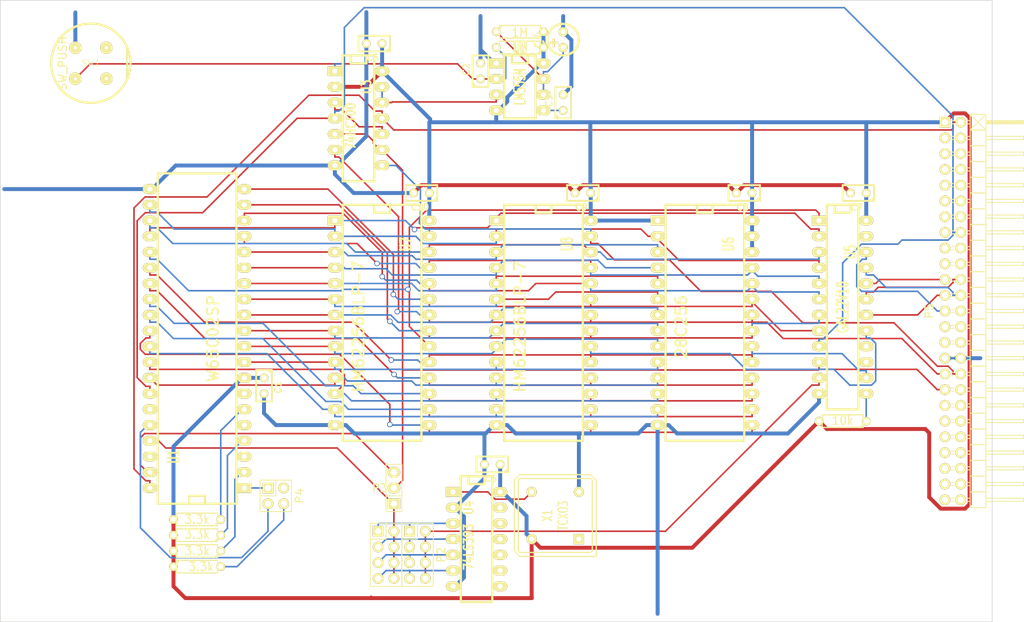
<source format=kicad_pcb>
(kicad_pcb (version 4) (host pcbnew "(2014-09-10 BZR 5127)-product")

  (general
    (links 187)
    (no_connects 6)
    (area 24.714999 60.909999 184.835001 161.340001)
    (thickness 1.6)
    (drawings 4)
    (tracks 699)
    (zones 0)
    (modules 32)
    (nets 105)
  )

  (page A4)
  (layers
    (0 F.Cu signal)
    (31 B.Cu signal)
    (33 F.Adhes user)
    (35 F.Paste user)
    (37 F.SilkS user)
    (39 F.Mask user)
    (40 Dwgs.User user)
    (41 Cmts.User user)
    (42 Eco1.User user)
    (43 Eco2.User user)
    (44 Edge.Cuts user)
    (45 Margin user)
  )

  (setup
    (last_trace_width 0.254)
    (trace_clearance 0.254)
    (zone_clearance 0.508)
    (zone_45_only yes)
    (trace_min 0.254)
    (segment_width 0.2)
    (edge_width 0.1)
    (via_size 0.889)
    (via_drill 0.635)
    (via_min_size 0.889)
    (via_min_drill 0.508)
    (uvia_size 0.508)
    (uvia_drill 0.127)
    (uvias_allowed no)
    (uvia_min_size 0.508)
    (uvia_min_drill 0.127)
    (pcb_text_width 0.3)
    (pcb_text_size 1.5 1.5)
    (mod_edge_width 0.15)
    (mod_text_size 1 1)
    (mod_text_width 0.15)
    (pad_size 1.5 1.5)
    (pad_drill 0.6)
    (pad_to_mask_clearance 0)
    (aux_axis_origin 0 0)
    (visible_elements FFFFFF7F)
    (pcbplotparams
      (layerselection 0x00030_80000001)
      (usegerberextensions false)
      (excludeedgelayer true)
      (linewidth 0.100000)
      (plotframeref false)
      (viasonmask false)
      (mode 1)
      (useauxorigin false)
      (hpglpennumber 1)
      (hpglpenspeed 20)
      (hpglpendiameter 15)
      (hpglpenoverlay 2)
      (psnegative false)
      (psa4output false)
      (plotreference true)
      (plotvalue true)
      (plotinvisibletext false)
      (padsonsilk false)
      (subtractmaskfromsilk false)
      (outputformat 1)
      (mirror false)
      (drillshape 1)
      (scaleselection 1)
      (outputdirectory ""))
  )

  (net 0 "")
  (net 1 "Net-(R1-Pad1)")
  (net 2 "Net-(R2-Pad1)")
  (net 3 "Net-(R3-Pad1)")
  (net 4 "Net-(U1-Pad3)")
  (net 5 "Net-(U1-Pad5)")
  (net 6 "Net-(U1-Pad7)")
  (net 7 "Net-(U1-Pad35)")
  (net 8 "Net-(U1-Pad38)")
  (net 9 GND)
  (net 10 "Net-(U2-Pad3)")
  (net 11 VCC)
  (net 12 "Net-(C2-Pad1)")
  (net 13 "Net-(C3-Pad1)")
  (net 14 "Net-(C4-Pad1)")
  (net 15 "Net-(P1-Pad1)")
  (net 16 "Net-(P1-Pad3)")
  (net 17 "Net-(P1-Pad5)")
  (net 18 "Net-(P1-Pad7)")
  (net 19 "Net-(P3-Pad3)")
  (net 20 /A0)
  (net 21 /A1)
  (net 22 /A2)
  (net 23 /A3)
  (net 24 /A4)
  (net 25 /A5)
  (net 26 /A6)
  (net 27 /A7)
  (net 28 /A8)
  (net 29 /A9)
  (net 30 /A10)
  (net 31 /A11)
  (net 32 /A12)
  (net 33 /A13)
  (net 34 /A14)
  (net 35 /A15)
  (net 36 "Net-(U4-Pad1)")
  (net 37 "Net-(X1-Pad1)")
  (net 38 /D7)
  (net 39 /D6)
  (net 40 /D5)
  (net 41 /D4)
  (net 42 /D3)
  (net 43 /D2)
  (net 44 /D1)
  (net 45 /D0)
  (net 46 PH0-IN)
  (net 47 PHI2)
  (net 48 /RESET)
  (net 49 CLK1)
  (net 50 /ROMOFF)
  (net 51 /RW)
  (net 52 /OE)
  (net 53 /CS_ROM)
  (net 54 /CS_RES00)
  (net 55 /CS_RES01)
  (net 56 /CS_HIRAM)
  (net 57 /CS_UART)
  (net 58 /CS_VIA)
  (net 59 E_LCD)
  (net 60 /CSR_VDP)
  (net 61 /CSW_VDP)
  (net 62 /CS_RES02)
  (net 63 /WE)
  (net 64 "Net-(P4-Pad1)")
  (net 65 "Net-(P4-Pad3)")
  (net 66 "Net-(P4-Pad4)")
  (net 67 "Net-(U3-Pad10)")
  (net 68 /NMI)
  (net 69 /IRQ)
  (net 70 "Net-(P5-Pad5)")
  (net 71 "Net-(P5-Pad6)")
  (net 72 "Net-(P5-Pad15)")
  (net 73 "Net-(P5-Pad17)")
  (net 74 RDY)
  (net 75 "Net-(P5-Pad19)")
  (net 76 "Net-(P5-Pad20)")
  (net 77 "Net-(P5-Pad36)")
  (net 78 "Net-(P5-Pad37)")
  (net 79 "Net-(P5-Pad38)")
  (net 80 "Net-(P5-Pad39)")
  (net 81 "Net-(P5-Pad40)")
  (net 82 "Net-(P5-Pad41)")
  (net 83 "Net-(P5-Pad42)")
  (net 84 "Net-(P5-Pad43)")
  (net 85 "Net-(P5-Pad44)")
  (net 86 "Net-(P5-Pad45)")
  (net 87 "Net-(P5-Pad46)")
  (net 88 "Net-(P5-Pad47)")
  (net 89 "Net-(P5-Pad48)")
  (net 90 "Net-(P5-Pad49)")
  (net 91 "Net-(P5-Pad50)")
  (net 92 /50pin_connector.sch/D7)
  (net 93 /50pin_connector.sch/D5)
  (net 94 /50pin_connector.sch/D3)
  (net 95 /50pin_connector.sch/D1)
  (net 96 /50pin_connector.sch/D6)
  (net 97 /50pin_connector.sch/D4)
  (net 98 /50pin_connector.sch/D2)
  (net 99 /50pin_connector.sch/D0)
  (net 100 /50pin_connector.sch/A4)
  (net 101 /50pin_connector.sch/A3)
  (net 102 /50pin_connector.sch/A2)
  (net 103 /50pin_connector.sch/A1)
  (net 104 /50pin_connector.sch/A0)

  (net_class Default "This is the default net class."
    (clearance 0.254)
    (trace_width 0.254)
    (via_dia 0.889)
    (via_drill 0.635)
    (uvia_dia 0.508)
    (uvia_drill 0.127)
    (add_net /50pin_connector.sch/A0)
    (add_net /50pin_connector.sch/A1)
    (add_net /50pin_connector.sch/A2)
    (add_net /50pin_connector.sch/A3)
    (add_net /50pin_connector.sch/A4)
    (add_net /50pin_connector.sch/D0)
    (add_net /50pin_connector.sch/D1)
    (add_net /50pin_connector.sch/D2)
    (add_net /50pin_connector.sch/D3)
    (add_net /50pin_connector.sch/D4)
    (add_net /50pin_connector.sch/D5)
    (add_net /50pin_connector.sch/D6)
    (add_net /50pin_connector.sch/D7)
    (add_net /A0)
    (add_net /A1)
    (add_net /A10)
    (add_net /A11)
    (add_net /A12)
    (add_net /A13)
    (add_net /A14)
    (add_net /A15)
    (add_net /A2)
    (add_net /A3)
    (add_net /A4)
    (add_net /A5)
    (add_net /A6)
    (add_net /A7)
    (add_net /A8)
    (add_net /A9)
    (add_net /CSR_VDP)
    (add_net /CSW_VDP)
    (add_net /CS_HIRAM)
    (add_net /CS_RES00)
    (add_net /CS_RES01)
    (add_net /CS_RES02)
    (add_net /CS_ROM)
    (add_net /CS_UART)
    (add_net /CS_VIA)
    (add_net /D0)
    (add_net /D1)
    (add_net /D2)
    (add_net /D3)
    (add_net /D4)
    (add_net /D5)
    (add_net /D6)
    (add_net /D7)
    (add_net /IRQ)
    (add_net /NMI)
    (add_net /OE)
    (add_net /RESET)
    (add_net /ROMOFF)
    (add_net /RW)
    (add_net /WE)
    (add_net CLK1)
    (add_net E_LCD)
    (add_net "Net-(C2-Pad1)")
    (add_net "Net-(C3-Pad1)")
    (add_net "Net-(C4-Pad1)")
    (add_net "Net-(P1-Pad1)")
    (add_net "Net-(P1-Pad3)")
    (add_net "Net-(P1-Pad5)")
    (add_net "Net-(P1-Pad7)")
    (add_net "Net-(P3-Pad3)")
    (add_net "Net-(P4-Pad1)")
    (add_net "Net-(P4-Pad3)")
    (add_net "Net-(P4-Pad4)")
    (add_net "Net-(P5-Pad15)")
    (add_net "Net-(P5-Pad17)")
    (add_net "Net-(P5-Pad19)")
    (add_net "Net-(P5-Pad20)")
    (add_net "Net-(P5-Pad36)")
    (add_net "Net-(P5-Pad37)")
    (add_net "Net-(P5-Pad38)")
    (add_net "Net-(P5-Pad39)")
    (add_net "Net-(P5-Pad40)")
    (add_net "Net-(P5-Pad41)")
    (add_net "Net-(P5-Pad42)")
    (add_net "Net-(P5-Pad43)")
    (add_net "Net-(P5-Pad44)")
    (add_net "Net-(P5-Pad45)")
    (add_net "Net-(P5-Pad46)")
    (add_net "Net-(P5-Pad47)")
    (add_net "Net-(P5-Pad48)")
    (add_net "Net-(P5-Pad49)")
    (add_net "Net-(P5-Pad5)")
    (add_net "Net-(P5-Pad50)")
    (add_net "Net-(P5-Pad6)")
    (add_net "Net-(R1-Pad1)")
    (add_net "Net-(R2-Pad1)")
    (add_net "Net-(R3-Pad1)")
    (add_net "Net-(U1-Pad3)")
    (add_net "Net-(U1-Pad35)")
    (add_net "Net-(U1-Pad38)")
    (add_net "Net-(U1-Pad5)")
    (add_net "Net-(U1-Pad7)")
    (add_net "Net-(U2-Pad3)")
    (add_net "Net-(U3-Pad10)")
    (add_net "Net-(U4-Pad1)")
    (add_net "Net-(X1-Pad1)")
    (add_net PH0-IN)
    (add_net PHI2)
    (add_net RDY)
  )

  (net_class vcc ""
    (clearance 0.254)
    (trace_width 0.635)
    (via_dia 0.889)
    (via_drill 0.635)
    (uvia_dia 0.508)
    (uvia_drill 0.127)
    (add_net GND)
    (add_net VCC)
  )

  (module Pin_Headers:Pin_Header_Straight_2x04 (layer F.Cu) (tedit 54135E4B) (tstamp 54135EDF)
    (at 92.075 150.495 270)
    (descr "Through hole pin header")
    (tags "pin header")
    (path /541368AB)
    (fp_text reference P2 (at 0 -3.81 270) (layer F.SilkS)
      (effects (font (size 1.27 1.27) (thickness 0.2032)))
    )
    (fp_text value CONN_02X04 (at 0 0 270) (layer F.SilkS) hide
      (effects (font (size 1.27 1.27) (thickness 0.2032)))
    )
    (fp_line (start -2.54 2.54) (end 5.08 2.54) (layer F.SilkS) (width 0.15))
    (fp_line (start 5.08 2.54) (end 5.08 -2.54) (layer F.SilkS) (width 0.15))
    (fp_line (start 5.08 -2.54) (end -5.08 -2.54) (layer F.SilkS) (width 0.15))
    (fp_line (start -5.08 -2.54) (end -5.08 0) (layer F.SilkS) (width 0.15))
    (fp_line (start -5.08 2.54) (end -2.54 2.54) (layer F.SilkS) (width 0.15))
    (fp_line (start -5.08 0) (end -2.54 0) (layer F.SilkS) (width 0.15))
    (fp_line (start -2.54 0) (end -2.54 2.54) (layer F.SilkS) (width 0.15))
    (fp_line (start -5.08 2.54) (end -5.08 0) (layer F.SilkS) (width 0.15))
    (pad 1 thru_hole rect (at -3.81 1.27 270) (size 1.7272 1.7272) (drill 1.016) (layers *.Cu *.Mask F.SilkS)
      (net 15 "Net-(P1-Pad1)"))
    (pad 2 thru_hole oval (at -3.81 -1.27 270) (size 1.7272 1.7272) (drill 1.016) (layers *.Cu *.Mask F.SilkS)
      (net 49 CLK1))
    (pad 3 thru_hole oval (at -1.27 1.27 270) (size 1.7272 1.7272) (drill 1.016) (layers *.Cu *.Mask F.SilkS)
      (net 16 "Net-(P1-Pad3)"))
    (pad 4 thru_hole oval (at -1.27 -1.27 270) (size 1.7272 1.7272) (drill 1.016) (layers *.Cu *.Mask F.SilkS)
      (net 49 CLK1))
    (pad 5 thru_hole oval (at 1.27 1.27 270) (size 1.7272 1.7272) (drill 1.016) (layers *.Cu *.Mask F.SilkS)
      (net 17 "Net-(P1-Pad5)"))
    (pad 6 thru_hole oval (at 1.27 -1.27 270) (size 1.7272 1.7272) (drill 1.016) (layers *.Cu *.Mask F.SilkS)
      (net 49 CLK1))
    (pad 7 thru_hole oval (at 3.81 1.27 270) (size 1.7272 1.7272) (drill 1.016) (layers *.Cu *.Mask F.SilkS)
      (net 18 "Net-(P1-Pad7)"))
    (pad 8 thru_hole oval (at 3.81 -1.27 270) (size 1.7272 1.7272) (drill 1.016) (layers *.Cu *.Mask F.SilkS)
      (net 49 CLK1))
    (model Pin_Headers/Pin_Header_Straight_2x04.wrl
      (at (xyz 0 0 0))
      (scale (xyz 1 1 1))
      (rotate (xyz 0 0 0))
    )
  )

  (module Discret:R3 (layer F.Cu) (tedit 54134A8D) (tstamp 54134A5E)
    (at 56.515 147.32 180)
    (descr "Resitance 3 pas")
    (tags R)
    (path /54135A46)
    (autoplace_cost180 10)
    (fp_text reference R1 (at 0 0.127 180) (layer F.SilkS) hide
      (effects (font (size 1.397 1.27) (thickness 0.2032)))
    )
    (fp_text value 3.3k (at 0 0.127 180) (layer F.SilkS)
      (effects (font (size 1.397 1.27) (thickness 0.2032)))
    )
    (fp_line (start -3.81 0) (end -3.302 0) (layer F.SilkS) (width 0.2032))
    (fp_line (start 3.81 0) (end 3.302 0) (layer F.SilkS) (width 0.2032))
    (fp_line (start 3.302 0) (end 3.302 -1.016) (layer F.SilkS) (width 0.2032))
    (fp_line (start 3.302 -1.016) (end -3.302 -1.016) (layer F.SilkS) (width 0.2032))
    (fp_line (start -3.302 -1.016) (end -3.302 1.016) (layer F.SilkS) (width 0.2032))
    (fp_line (start -3.302 1.016) (end 3.302 1.016) (layer F.SilkS) (width 0.2032))
    (fp_line (start 3.302 1.016) (end 3.302 0) (layer F.SilkS) (width 0.2032))
    (fp_line (start -3.302 -0.508) (end -2.794 -1.016) (layer F.SilkS) (width 0.2032))
    (pad 1 thru_hole circle (at -3.81 0 180) (size 1.397 1.397) (drill 0.8128) (layers *.Cu *.Mask F.SilkS)
      (net 1 "Net-(R1-Pad1)"))
    (pad 2 thru_hole circle (at 3.81 0 180) (size 1.397 1.397) (drill 0.8128) (layers *.Cu *.Mask F.SilkS)
      (net 11 VCC))
    (model discret/resistor.wrl
      (at (xyz 0 0 0))
      (scale (xyz 0.3 0.3 0.3))
      (rotate (xyz 0 0 0))
    )
  )

  (module Discret:R3 (layer F.Cu) (tedit 54134AA2) (tstamp 5417582C)
    (at 56.515 144.78 180)
    (descr "Resitance 3 pas")
    (tags R)
    (path /54135B17)
    (autoplace_cost180 10)
    (fp_text reference R2 (at 0 0.127 180) (layer F.SilkS) hide
      (effects (font (size 1.397 1.27) (thickness 0.2032)))
    )
    (fp_text value 3.3k (at 0 0 180) (layer F.SilkS)
      (effects (font (size 1.397 1.27) (thickness 0.2032)))
    )
    (fp_line (start -3.81 0) (end -3.302 0) (layer F.SilkS) (width 0.2032))
    (fp_line (start 3.81 0) (end 3.302 0) (layer F.SilkS) (width 0.2032))
    (fp_line (start 3.302 0) (end 3.302 -1.016) (layer F.SilkS) (width 0.2032))
    (fp_line (start 3.302 -1.016) (end -3.302 -1.016) (layer F.SilkS) (width 0.2032))
    (fp_line (start -3.302 -1.016) (end -3.302 1.016) (layer F.SilkS) (width 0.2032))
    (fp_line (start -3.302 1.016) (end 3.302 1.016) (layer F.SilkS) (width 0.2032))
    (fp_line (start 3.302 1.016) (end 3.302 0) (layer F.SilkS) (width 0.2032))
    (fp_line (start -3.302 -0.508) (end -2.794 -1.016) (layer F.SilkS) (width 0.2032))
    (pad 1 thru_hole circle (at -3.81 0 180) (size 1.397 1.397) (drill 0.8128) (layers *.Cu *.Mask F.SilkS)
      (net 2 "Net-(R2-Pad1)"))
    (pad 2 thru_hole circle (at 3.81 0 180) (size 1.397 1.397) (drill 0.8128) (layers *.Cu *.Mask F.SilkS)
      (net 11 VCC))
    (model discret/resistor.wrl
      (at (xyz 0 0 0))
      (scale (xyz 0.3 0.3 0.3))
      (rotate (xyz 0 0 0))
    )
  )

  (module Discret:R3 (layer F.Cu) (tedit 54134A98) (tstamp 54134A6A)
    (at 56.515 149.86 180)
    (descr "Resitance 3 pas")
    (tags R)
    (path /54135B4A)
    (autoplace_cost180 10)
    (fp_text reference R3 (at 0 0.127 180) (layer F.SilkS) hide
      (effects (font (size 1.397 1.27) (thickness 0.2032)))
    )
    (fp_text value 3.3k (at 0 0 360) (layer F.SilkS)
      (effects (font (size 1.397 1.27) (thickness 0.2032)))
    )
    (fp_line (start -3.81 0) (end -3.302 0) (layer F.SilkS) (width 0.2032))
    (fp_line (start 3.81 0) (end 3.302 0) (layer F.SilkS) (width 0.2032))
    (fp_line (start 3.302 0) (end 3.302 -1.016) (layer F.SilkS) (width 0.2032))
    (fp_line (start 3.302 -1.016) (end -3.302 -1.016) (layer F.SilkS) (width 0.2032))
    (fp_line (start -3.302 -1.016) (end -3.302 1.016) (layer F.SilkS) (width 0.2032))
    (fp_line (start -3.302 1.016) (end 3.302 1.016) (layer F.SilkS) (width 0.2032))
    (fp_line (start 3.302 1.016) (end 3.302 0) (layer F.SilkS) (width 0.2032))
    (fp_line (start -3.302 -0.508) (end -2.794 -1.016) (layer F.SilkS) (width 0.2032))
    (pad 1 thru_hole circle (at -3.81 0 180) (size 1.397 1.397) (drill 0.8128) (layers *.Cu *.Mask F.SilkS)
      (net 3 "Net-(R3-Pad1)"))
    (pad 2 thru_hole circle (at 3.81 0 180) (size 1.397 1.397) (drill 0.8128) (layers *.Cu *.Mask F.SilkS)
      (net 11 VCC))
    (model discret/resistor.wrl
      (at (xyz 0 0 0))
      (scale (xyz 0.3 0.3 0.3))
      (rotate (xyz 0 0 0))
    )
  )

  (module Discret:R3 (layer F.Cu) (tedit 54134A6D) (tstamp 5414151C)
    (at 56.515 152.4)
    (descr "Resitance 3 pas")
    (tags R)
    (path /54135B6E)
    (autoplace_cost180 10)
    (fp_text reference R4 (at 0 0.127) (layer F.SilkS) hide
      (effects (font (size 1.397 1.27) (thickness 0.2032)))
    )
    (fp_text value 3.3k (at 0.635 0) (layer F.SilkS)
      (effects (font (size 1.397 1.27) (thickness 0.2032)))
    )
    (fp_line (start -3.81 0) (end -3.302 0) (layer F.SilkS) (width 0.2032))
    (fp_line (start 3.81 0) (end 3.302 0) (layer F.SilkS) (width 0.2032))
    (fp_line (start 3.302 0) (end 3.302 -1.016) (layer F.SilkS) (width 0.2032))
    (fp_line (start 3.302 -1.016) (end -3.302 -1.016) (layer F.SilkS) (width 0.2032))
    (fp_line (start -3.302 -1.016) (end -3.302 1.016) (layer F.SilkS) (width 0.2032))
    (fp_line (start -3.302 1.016) (end 3.302 1.016) (layer F.SilkS) (width 0.2032))
    (fp_line (start 3.302 1.016) (end 3.302 0) (layer F.SilkS) (width 0.2032))
    (fp_line (start -3.302 -0.508) (end -2.794 -1.016) (layer F.SilkS) (width 0.2032))
    (pad 1 thru_hole circle (at -3.81 0) (size 1.397 1.397) (drill 0.8128) (layers *.Cu *.Mask F.SilkS)
      (net 11 VCC))
    (pad 2 thru_hole circle (at 3.81 0) (size 1.397 1.397) (drill 0.8128) (layers *.Cu *.Mask F.SilkS)
      (net 66 "Net-(P4-Pad4)"))
    (model discret/resistor.wrl
      (at (xyz 0 0 0))
      (scale (xyz 0.3 0.3 0.3))
      (rotate (xyz 0 0 0))
    )
  )

  (module Discret:C1 (layer F.Cu) (tedit 54135E4B) (tstamp 54135EA3)
    (at 67.31 123.19 270)
    (descr "Condensateur e = 1 pas")
    (tags C)
    (path /541367DD)
    (fp_text reference C1 (at 0.254 -2.286 270) (layer F.SilkS)
      (effects (font (size 1.016 1.016) (thickness 0.2032)))
    )
    (fp_text value 100n (at 0 -2.286 270) (layer F.SilkS) hide
      (effects (font (size 1.016 1.016) (thickness 0.2032)))
    )
    (fp_line (start -2.4892 -1.27) (end 2.54 -1.27) (layer F.SilkS) (width 0.3048))
    (fp_line (start 2.54 -1.27) (end 2.54 1.27) (layer F.SilkS) (width 0.3048))
    (fp_line (start 2.54 1.27) (end -2.54 1.27) (layer F.SilkS) (width 0.3048))
    (fp_line (start -2.54 1.27) (end -2.54 -1.27) (layer F.SilkS) (width 0.3048))
    (fp_line (start -2.54 -0.635) (end -1.905 -1.27) (layer F.SilkS) (width 0.3048))
    (pad 1 thru_hole circle (at -1.27 0 270) (size 1.397 1.397) (drill 0.8128) (layers *.Cu *.Mask F.SilkS)
      (net 11 VCC))
    (pad 2 thru_hole circle (at 1.27 0 270) (size 1.397 1.397) (drill 0.8128) (layers *.Cu *.Mask F.SilkS)
      (net 9 GND))
    (model discret/capa_1_pas.wrl
      (at (xyz 0 0 0))
      (scale (xyz 1 1 1))
      (rotate (xyz 0 0 0))
    )
  )

  (module Discret:C1 (layer F.Cu) (tedit 54135E4B) (tstamp 54135EA9)
    (at 102.235 72.39 90)
    (descr "Condensateur e = 1 pas")
    (tags C)
    (path /54137610)
    (fp_text reference C2 (at 0.254 -2.286 90) (layer F.SilkS)
      (effects (font (size 1.016 1.016) (thickness 0.2032)))
    )
    (fp_text value 10n (at 0 -2.286 90) (layer F.SilkS) hide
      (effects (font (size 1.016 1.016) (thickness 0.2032)))
    )
    (fp_line (start -2.4892 -1.27) (end 2.54 -1.27) (layer F.SilkS) (width 0.3048))
    (fp_line (start 2.54 -1.27) (end 2.54 1.27) (layer F.SilkS) (width 0.3048))
    (fp_line (start 2.54 1.27) (end -2.54 1.27) (layer F.SilkS) (width 0.3048))
    (fp_line (start -2.54 1.27) (end -2.54 -1.27) (layer F.SilkS) (width 0.3048))
    (fp_line (start -2.54 -0.635) (end -1.905 -1.27) (layer F.SilkS) (width 0.3048))
    (pad 1 thru_hole circle (at -1.27 0 90) (size 1.397 1.397) (drill 0.8128) (layers *.Cu *.Mask F.SilkS)
      (net 12 "Net-(C2-Pad1)"))
    (pad 2 thru_hole circle (at 1.27 0 90) (size 1.397 1.397) (drill 0.8128) (layers *.Cu *.Mask F.SilkS)
      (net 9 GND))
    (model discret/capa_1_pas.wrl
      (at (xyz 0 0 0))
      (scale (xyz 1 1 1))
      (rotate (xyz 0 0 0))
    )
  )

  (module Discret:C1 (layer F.Cu) (tedit 54135E4B) (tstamp 541409C3)
    (at 115.57 77.47 90)
    (descr "Condensateur e = 1 pas")
    (tags C)
    (path /54137759)
    (fp_text reference C3 (at 0.254 -2.286 90) (layer F.SilkS)
      (effects (font (size 1.016 1.016) (thickness 0.2032)))
    )
    (fp_text value 1n (at 0 -2.286 90) (layer F.SilkS) hide
      (effects (font (size 1.016 1.016) (thickness 0.2032)))
    )
    (fp_line (start -2.4892 -1.27) (end 2.54 -1.27) (layer F.SilkS) (width 0.3048))
    (fp_line (start 2.54 -1.27) (end 2.54 1.27) (layer F.SilkS) (width 0.3048))
    (fp_line (start 2.54 1.27) (end -2.54 1.27) (layer F.SilkS) (width 0.3048))
    (fp_line (start -2.54 1.27) (end -2.54 -1.27) (layer F.SilkS) (width 0.3048))
    (fp_line (start -2.54 -0.635) (end -1.905 -1.27) (layer F.SilkS) (width 0.3048))
    (pad 1 thru_hole circle (at -1.27 0 90) (size 1.397 1.397) (drill 0.8128) (layers *.Cu *.Mask F.SilkS)
      (net 13 "Net-(C3-Pad1)"))
    (pad 2 thru_hole circle (at 1.27 0 90) (size 1.397 1.397) (drill 0.8128) (layers *.Cu *.Mask F.SilkS)
      (net 9 GND))
    (model discret/capa_1_pas.wrl
      (at (xyz 0 0 0))
      (scale (xyz 1 1 1))
      (rotate (xyz 0 0 0))
    )
  )

  (module Capacitors_Elko_ThroughHole:Elko_vert_DM5_RM2-5 (layer F.Cu) (tedit 54135E4B) (tstamp 541409E3)
    (at 115.57 67.31 90)
    (descr "Electrolytic Capacitor, vertical, diameter 5mm, radial, RM 2,5mm")
    (tags "Electrolytic Capacitor, vertical, diameter 5mm, radial, RM 2,5mm, Elko, Electrolytkondensator, Kondensator gepolt, Durchmesser 5mm")
    (path /54134E8D)
    (fp_text reference C4 (at 0 -3.81 90) (layer F.SilkS)
      (effects (font (thickness 0.3048)))
    )
    (fp_text value 1µ (at 0 3.81 90) (layer F.SilkS) hide
      (effects (font (thickness 0.3048)))
    )
    (fp_line (start -1.0668 -1.524) (end 0 -1.524) (layer F.Cu) (width 0.381))
    (fp_line (start -0.508 -2.032) (end -0.508 -0.9906) (layer F.Cu) (width 0.381))
    (fp_line (start 0 -1.524) (end -1.0668 -1.524) (layer F.SilkS) (width 0.381))
    (fp_line (start -0.508 -2.032) (end -0.508 -0.9906) (layer F.SilkS) (width 0.381))
    (fp_circle (center 0 0) (end 2.54 0) (layer F.SilkS) (width 0.381))
    (pad 2 thru_hole circle (at 1.27 0 90) (size 1.50114 1.50114) (drill 0.8001) (layers *.Cu *.Mask F.SilkS)
      (net 9 GND))
    (pad 1 thru_hole circle (at -1.27 0 90) (size 1.50114 1.50114) (drill 0.8001) (layers *.Cu *.Mask F.SilkS)
      (net 14 "Net-(C4-Pad1)"))
  )

  (module Discret:C1 (layer F.Cu) (tedit 54135E4B) (tstamp 54135EBB)
    (at 85.09 67.945 180)
    (descr "Condensateur e = 1 pas")
    (tags C)
    (path /54135F5D)
    (fp_text reference C5 (at 0.254 -2.286 180) (layer F.SilkS)
      (effects (font (size 1.016 1.016) (thickness 0.2032)))
    )
    (fp_text value 100n (at 0 -2.286 180) (layer F.SilkS) hide
      (effects (font (size 1.016 1.016) (thickness 0.2032)))
    )
    (fp_line (start -2.4892 -1.27) (end 2.54 -1.27) (layer F.SilkS) (width 0.3048))
    (fp_line (start 2.54 -1.27) (end 2.54 1.27) (layer F.SilkS) (width 0.3048))
    (fp_line (start 2.54 1.27) (end -2.54 1.27) (layer F.SilkS) (width 0.3048))
    (fp_line (start -2.54 1.27) (end -2.54 -1.27) (layer F.SilkS) (width 0.3048))
    (fp_line (start -2.54 -0.635) (end -1.905 -1.27) (layer F.SilkS) (width 0.3048))
    (pad 1 thru_hole circle (at -1.27 0 180) (size 1.397 1.397) (drill 0.8128) (layers *.Cu *.Mask F.SilkS)
      (net 11 VCC))
    (pad 2 thru_hole circle (at 1.27 0 180) (size 1.397 1.397) (drill 0.8128) (layers *.Cu *.Mask F.SilkS)
      (net 9 GND))
    (model discret/capa_1_pas.wrl
      (at (xyz 0 0 0))
      (scale (xyz 1 1 1))
      (rotate (xyz 0 0 0))
    )
  )

  (module Discret:C1 (layer F.Cu) (tedit 54135E4B) (tstamp 54135EC1)
    (at 104.14 135.89 180)
    (descr "Condensateur e = 1 pas")
    (tags C)
    (path /541376C2)
    (fp_text reference C6 (at 0.254 -2.286 180) (layer F.SilkS)
      (effects (font (size 1.016 1.016) (thickness 0.2032)))
    )
    (fp_text value 100n (at 0 -2.286 180) (layer F.SilkS) hide
      (effects (font (size 1.016 1.016) (thickness 0.2032)))
    )
    (fp_line (start -2.4892 -1.27) (end 2.54 -1.27) (layer F.SilkS) (width 0.3048))
    (fp_line (start 2.54 -1.27) (end 2.54 1.27) (layer F.SilkS) (width 0.3048))
    (fp_line (start 2.54 1.27) (end -2.54 1.27) (layer F.SilkS) (width 0.3048))
    (fp_line (start -2.54 1.27) (end -2.54 -1.27) (layer F.SilkS) (width 0.3048))
    (fp_line (start -2.54 -0.635) (end -1.905 -1.27) (layer F.SilkS) (width 0.3048))
    (pad 1 thru_hole circle (at -1.27 0 180) (size 1.397 1.397) (drill 0.8128) (layers *.Cu *.Mask F.SilkS)
      (net 11 VCC))
    (pad 2 thru_hole circle (at 1.27 0 180) (size 1.397 1.397) (drill 0.8128) (layers *.Cu *.Mask F.SilkS)
      (net 9 GND))
    (model discret/capa_1_pas.wrl
      (at (xyz 0 0 0))
      (scale (xyz 1 1 1))
      (rotate (xyz 0 0 0))
    )
  )

  (module Discret:C1 (layer F.Cu) (tedit 54135E4B) (tstamp 54135EC7)
    (at 163.195 92.075 180)
    (descr "Condensateur e = 1 pas")
    (tags C)
    (path /54138302)
    (fp_text reference C7 (at 0.254 -2.286 180) (layer F.SilkS)
      (effects (font (size 1.016 1.016) (thickness 0.2032)))
    )
    (fp_text value 100n (at 0 -2.286 180) (layer F.SilkS) hide
      (effects (font (size 1.016 1.016) (thickness 0.2032)))
    )
    (fp_line (start -2.4892 -1.27) (end 2.54 -1.27) (layer F.SilkS) (width 0.3048))
    (fp_line (start 2.54 -1.27) (end 2.54 1.27) (layer F.SilkS) (width 0.3048))
    (fp_line (start 2.54 1.27) (end -2.54 1.27) (layer F.SilkS) (width 0.3048))
    (fp_line (start -2.54 1.27) (end -2.54 -1.27) (layer F.SilkS) (width 0.3048))
    (fp_line (start -2.54 -0.635) (end -1.905 -1.27) (layer F.SilkS) (width 0.3048))
    (pad 1 thru_hole circle (at -1.27 0 180) (size 1.397 1.397) (drill 0.8128) (layers *.Cu *.Mask F.SilkS)
      (net 11 VCC))
    (pad 2 thru_hole circle (at 1.27 0 180) (size 1.397 1.397) (drill 0.8128) (layers *.Cu *.Mask F.SilkS)
      (net 9 GND))
    (model discret/capa_1_pas.wrl
      (at (xyz 0 0 0))
      (scale (xyz 1 1 1))
      (rotate (xyz 0 0 0))
    )
  )

  (module Pin_Headers:Pin_Header_Straight_2x04 (layer F.Cu) (tedit 54135E4B) (tstamp 54135ED3)
    (at 86.995 150.495 270)
    (descr "Through hole pin header")
    (tags "pin header")
    (path /54136830)
    (fp_text reference P1 (at 0 -3.81 270) (layer F.SilkS)
      (effects (font (size 1.27 1.27) (thickness 0.2032)))
    )
    (fp_text value CONN_02X04 (at 0 0 270) (layer F.SilkS) hide
      (effects (font (size 1.27 1.27) (thickness 0.2032)))
    )
    (fp_line (start -2.54 2.54) (end 5.08 2.54) (layer F.SilkS) (width 0.15))
    (fp_line (start 5.08 2.54) (end 5.08 -2.54) (layer F.SilkS) (width 0.15))
    (fp_line (start 5.08 -2.54) (end -5.08 -2.54) (layer F.SilkS) (width 0.15))
    (fp_line (start -5.08 -2.54) (end -5.08 0) (layer F.SilkS) (width 0.15))
    (fp_line (start -5.08 2.54) (end -2.54 2.54) (layer F.SilkS) (width 0.15))
    (fp_line (start -5.08 0) (end -2.54 0) (layer F.SilkS) (width 0.15))
    (fp_line (start -2.54 0) (end -2.54 2.54) (layer F.SilkS) (width 0.15))
    (fp_line (start -5.08 2.54) (end -5.08 0) (layer F.SilkS) (width 0.15))
    (pad 1 thru_hole rect (at -3.81 1.27 270) (size 1.7272 1.7272) (drill 1.016) (layers *.Cu *.Mask F.SilkS)
      (net 15 "Net-(P1-Pad1)"))
    (pad 2 thru_hole oval (at -3.81 -1.27 270) (size 1.7272 1.7272) (drill 1.016) (layers *.Cu *.Mask F.SilkS)
      (net 46 PH0-IN))
    (pad 3 thru_hole oval (at -1.27 1.27 270) (size 1.7272 1.7272) (drill 1.016) (layers *.Cu *.Mask F.SilkS)
      (net 16 "Net-(P1-Pad3)"))
    (pad 4 thru_hole oval (at -1.27 -1.27 270) (size 1.7272 1.7272) (drill 1.016) (layers *.Cu *.Mask F.SilkS)
      (net 46 PH0-IN))
    (pad 5 thru_hole oval (at 1.27 1.27 270) (size 1.7272 1.7272) (drill 1.016) (layers *.Cu *.Mask F.SilkS)
      (net 17 "Net-(P1-Pad5)"))
    (pad 6 thru_hole oval (at 1.27 -1.27 270) (size 1.7272 1.7272) (drill 1.016) (layers *.Cu *.Mask F.SilkS)
      (net 46 PH0-IN))
    (pad 7 thru_hole oval (at 3.81 1.27 270) (size 1.7272 1.7272) (drill 1.016) (layers *.Cu *.Mask F.SilkS)
      (net 18 "Net-(P1-Pad7)"))
    (pad 8 thru_hole oval (at 3.81 -1.27 270) (size 1.7272 1.7272) (drill 1.016) (layers *.Cu *.Mask F.SilkS)
      (net 46 PH0-IN))
    (model Pin_Headers/Pin_Header_Straight_2x04.wrl
      (at (xyz 0 0 0))
      (scale (xyz 1 1 1))
      (rotate (xyz 0 0 0))
    )
  )

  (module Pin_Headers:Pin_Header_Straight_1x03 (layer F.Cu) (tedit 54135E4B) (tstamp 54135EE6)
    (at 88.265 139.7 90)
    (descr "Through hole pin header")
    (tags "pin header")
    (path /541377BD)
    (fp_text reference P3 (at 0 -2.286 180) (layer F.SilkS)
      (effects (font (size 1.27 1.27) (thickness 0.2032)))
    )
    (fp_text value CONN_01X03 (at 0 0 90) (layer F.SilkS) hide
      (effects (font (size 1.27 1.27) (thickness 0.2032)))
    )
    (fp_line (start -1.27 1.27) (end 3.81 1.27) (layer F.SilkS) (width 0.15))
    (fp_line (start 3.81 1.27) (end 3.81 -1.27) (layer F.SilkS) (width 0.15))
    (fp_line (start 3.81 -1.27) (end -1.27 -1.27) (layer F.SilkS) (width 0.15))
    (fp_line (start -3.81 -1.27) (end -1.27 -1.27) (layer F.SilkS) (width 0.15))
    (fp_line (start -1.27 -1.27) (end -1.27 1.27) (layer F.SilkS) (width 0.15))
    (fp_line (start -3.81 -1.27) (end -3.81 1.27) (layer F.SilkS) (width 0.15))
    (fp_line (start -3.81 1.27) (end -1.27 1.27) (layer F.SilkS) (width 0.15))
    (pad 1 thru_hole rect (at -2.54 0 90) (size 1.7272 2.032) (drill 1.016) (layers *.Cu *.Mask F.SilkS)
      (net 46 PH0-IN))
    (pad 2 thru_hole oval (at 0 0 90) (size 1.7272 2.032) (drill 1.016) (layers *.Cu *.Mask F.SilkS)
      (net 47 PHI2))
    (pad 3 thru_hole oval (at 2.54 0 90) (size 1.7272 2.032) (drill 1.016) (layers *.Cu *.Mask F.SilkS)
      (net 19 "Net-(P3-Pad3)"))
    (model Pin_Headers/Pin_Header_Straight_1x03.wrl
      (at (xyz 0 0 0))
      (scale (xyz 1 1 1))
      (rotate (xyz 0 0 0))
    )
  )

  (module Discret:R3 (layer F.Cu) (tedit 54135E4B) (tstamp 541409A8)
    (at 108.585 68.58 180)
    (descr "Resitance 3 pas")
    (tags R)
    (path /54136B39)
    (autoplace_cost180 10)
    (fp_text reference R5 (at 0 0.127 180) (layer F.SilkS) hide
      (effects (font (size 1.397 1.27) (thickness 0.2032)))
    )
    (fp_text value 1M (at 0 0.127 180) (layer F.SilkS)
      (effects (font (size 1.397 1.27) (thickness 0.2032)))
    )
    (fp_line (start -3.81 0) (end -3.302 0) (layer F.SilkS) (width 0.2032))
    (fp_line (start 3.81 0) (end 3.302 0) (layer F.SilkS) (width 0.2032))
    (fp_line (start 3.302 0) (end 3.302 -1.016) (layer F.SilkS) (width 0.2032))
    (fp_line (start 3.302 -1.016) (end -3.302 -1.016) (layer F.SilkS) (width 0.2032))
    (fp_line (start -3.302 -1.016) (end -3.302 1.016) (layer F.SilkS) (width 0.2032))
    (fp_line (start -3.302 1.016) (end 3.302 1.016) (layer F.SilkS) (width 0.2032))
    (fp_line (start 3.302 1.016) (end 3.302 0) (layer F.SilkS) (width 0.2032))
    (fp_line (start -3.302 -0.508) (end -2.794 -1.016) (layer F.SilkS) (width 0.2032))
    (pad 1 thru_hole circle (at -3.81 0 180) (size 1.397 1.397) (drill 0.8128) (layers *.Cu *.Mask F.SilkS)
      (net 11 VCC))
    (pad 2 thru_hole circle (at 3.81 0 180) (size 1.397 1.397) (drill 0.8128) (layers *.Cu *.Mask F.SilkS)
      (net 12 "Net-(C2-Pad1)"))
    (model discret/resistor.wrl
      (at (xyz 0 0 0))
      (scale (xyz 0.3 0.3 0.3))
      (rotate (xyz 0 0 0))
    )
  )

  (module Discret:R3 (layer F.Cu) (tedit 54136CE8) (tstamp 541409B7)
    (at 108.585 66.04)
    (descr "Resitance 3 pas")
    (tags R)
    (path /54136D90)
    (autoplace_cost180 10)
    (fp_text reference R6 (at 0 0.127) (layer F.SilkS) hide
      (effects (font (size 1.397 1.27) (thickness 0.2032)))
    )
    (fp_text value 1M (at 0 0.127 180) (layer F.SilkS)
      (effects (font (size 1.397 1.27) (thickness 0.2032)))
    )
    (fp_line (start -3.81 0) (end -3.302 0) (layer F.SilkS) (width 0.2032))
    (fp_line (start 3.81 0) (end 3.302 0) (layer F.SilkS) (width 0.2032))
    (fp_line (start 3.302 0) (end 3.302 -1.016) (layer F.SilkS) (width 0.2032))
    (fp_line (start 3.302 -1.016) (end -3.302 -1.016) (layer F.SilkS) (width 0.2032))
    (fp_line (start -3.302 -1.016) (end -3.302 1.016) (layer F.SilkS) (width 0.2032))
    (fp_line (start -3.302 1.016) (end 3.302 1.016) (layer F.SilkS) (width 0.2032))
    (fp_line (start 3.302 1.016) (end 3.302 0) (layer F.SilkS) (width 0.2032))
    (fp_line (start -3.302 -0.508) (end -2.794 -1.016) (layer F.SilkS) (width 0.2032))
    (pad 1 thru_hole circle (at -3.81 0) (size 1.397 1.397) (drill 0.8128) (layers *.Cu *.Mask F.SilkS)
      (net 14 "Net-(C4-Pad1)"))
    (pad 2 thru_hole circle (at 3.81 0) (size 1.397 1.397) (drill 0.8128) (layers *.Cu *.Mask F.SilkS)
      (net 11 VCC))
    (model discret/resistor.wrl
      (at (xyz 0 0 0))
      (scale (xyz 0.3 0.3 0.3))
      (rotate (xyz 0 0 0))
    )
  )

  (module Discret:R3 (layer F.Cu) (tedit 54135E4B) (tstamp 541426BF)
    (at 160.655 128.905 180)
    (descr "Resitance 3 pas")
    (tags R)
    (path /5413B2B6)
    (autoplace_cost180 10)
    (fp_text reference R8 (at 0 0.127 180) (layer F.SilkS) hide
      (effects (font (size 1.397 1.27) (thickness 0.2032)))
    )
    (fp_text value 10k (at 0 0.127 180) (layer F.SilkS)
      (effects (font (size 1.397 1.27) (thickness 0.2032)))
    )
    (fp_line (start -3.81 0) (end -3.302 0) (layer F.SilkS) (width 0.2032))
    (fp_line (start 3.81 0) (end 3.302 0) (layer F.SilkS) (width 0.2032))
    (fp_line (start 3.302 0) (end 3.302 -1.016) (layer F.SilkS) (width 0.2032))
    (fp_line (start 3.302 -1.016) (end -3.302 -1.016) (layer F.SilkS) (width 0.2032))
    (fp_line (start -3.302 -1.016) (end -3.302 1.016) (layer F.SilkS) (width 0.2032))
    (fp_line (start -3.302 1.016) (end 3.302 1.016) (layer F.SilkS) (width 0.2032))
    (fp_line (start 3.302 1.016) (end 3.302 0) (layer F.SilkS) (width 0.2032))
    (fp_line (start -3.302 -0.508) (end -2.794 -1.016) (layer F.SilkS) (width 0.2032))
    (pad 1 thru_hole circle (at -3.81 0 180) (size 1.397 1.397) (drill 0.8128) (layers *.Cu *.Mask F.SilkS)
      (net 50 /ROMOFF))
    (pad 2 thru_hole circle (at 3.81 0 180) (size 1.397 1.397) (drill 0.8128) (layers *.Cu *.Mask F.SilkS)
      (net 11 VCC))
    (model discret/resistor.wrl
      (at (xyz 0 0 0))
      (scale (xyz 0.3 0.3 0.3))
      (rotate (xyz 0 0 0))
    )
  )

  (module Sockets_DIP:DIP-14__300_ELL (layer F.Cu) (tedit 54135E4B) (tstamp 54175AC2)
    (at 101.6 147.955 270)
    (descr "14 pins DIL package, elliptical pads")
    (tags DIL)
    (path /54135D32)
    (fp_text reference U4 (at -5.08 1.27 270) (layer F.SilkS)
      (effects (font (size 1.524 1.143) (thickness 0.3048)))
    )
    (fp_text value 74LS393 (at 1.27 1.27 270) (layer F.SilkS)
      (effects (font (size 1.524 1.143) (thickness 0.3048)))
    )
    (fp_line (start -10.16 -2.54) (end 10.16 -2.54) (layer F.SilkS) (width 0.381))
    (fp_line (start 10.16 2.54) (end -10.16 2.54) (layer F.SilkS) (width 0.381))
    (fp_line (start -10.16 2.54) (end -10.16 -2.54) (layer F.SilkS) (width 0.381))
    (fp_line (start -10.16 -1.27) (end -8.89 -1.27) (layer F.SilkS) (width 0.381))
    (fp_line (start -8.89 -1.27) (end -8.89 1.27) (layer F.SilkS) (width 0.381))
    (fp_line (start -8.89 1.27) (end -10.16 1.27) (layer F.SilkS) (width 0.381))
    (fp_line (start 10.16 -2.54) (end 10.16 2.54) (layer F.SilkS) (width 0.381))
    (pad 1 thru_hole rect (at -7.62 3.81 270) (size 1.5748 2.286) (drill 0.8128) (layers *.Cu *.Mask F.SilkS)
      (net 36 "Net-(U4-Pad1)"))
    (pad 2 thru_hole oval (at -5.08 3.81 270) (size 1.5748 2.286) (drill 0.8128) (layers *.Cu *.Mask F.SilkS)
      (net 9 GND))
    (pad 3 thru_hole oval (at -2.54 3.81 270) (size 1.5748 2.286) (drill 0.8128) (layers *.Cu *.Mask F.SilkS)
      (net 15 "Net-(P1-Pad1)"))
    (pad 4 thru_hole oval (at 0 3.81 270) (size 1.5748 2.286) (drill 0.8128) (layers *.Cu *.Mask F.SilkS)
      (net 16 "Net-(P1-Pad3)"))
    (pad 5 thru_hole oval (at 2.54 3.81 270) (size 1.5748 2.286) (drill 0.8128) (layers *.Cu *.Mask F.SilkS)
      (net 17 "Net-(P1-Pad5)"))
    (pad 6 thru_hole oval (at 5.08 3.81 270) (size 1.5748 2.286) (drill 0.8128) (layers *.Cu *.Mask F.SilkS)
      (net 18 "Net-(P1-Pad7)"))
    (pad 7 thru_hole oval (at 7.62 3.81 270) (size 1.5748 2.286) (drill 0.8128) (layers *.Cu *.Mask F.SilkS)
      (net 9 GND))
    (pad 8 thru_hole oval (at 7.62 -3.81 270) (size 1.5748 2.286) (drill 0.8128) (layers *.Cu *.Mask F.SilkS))
    (pad 9 thru_hole oval (at 5.08 -3.81 270) (size 1.5748 2.286) (drill 0.8128) (layers *.Cu *.Mask F.SilkS))
    (pad 10 thru_hole oval (at 2.54 -3.81 270) (size 1.5748 2.286) (drill 0.8128) (layers *.Cu *.Mask F.SilkS))
    (pad 11 thru_hole oval (at 0 -3.81 270) (size 1.5748 2.286) (drill 0.8128) (layers *.Cu *.Mask F.SilkS))
    (pad 12 thru_hole oval (at -2.54 -3.81 270) (size 1.5748 2.286) (drill 0.8128) (layers *.Cu *.Mask F.SilkS))
    (pad 13 thru_hole oval (at -5.08 -3.81 270) (size 1.5748 2.286) (drill 0.8128) (layers *.Cu *.Mask F.SilkS))
    (pad 14 thru_hole oval (at -7.62 -3.81 270) (size 1.5748 2.286) (drill 0.8128) (layers *.Cu *.Mask F.SilkS)
      (net 11 VCC))
    (model dil/dil_14.wrl
      (at (xyz 0 0 0))
      (scale (xyz 1 1 1))
      (rotate (xyz 0 0 0))
    )
  )

  (module Sockets_DIP:DIP-24__300_ELL (layer F.Cu) (tedit 54141273) (tstamp 54135F26)
    (at 160.655 110.49 270)
    (descr "24 pins DIL package, elliptical pads")
    (tags DIL)
    (path /54137BA1)
    (fp_text reference U5 (at -8.89 -1.27 270) (layer F.SilkS)
      (effects (font (size 1.778 1.143) (thickness 0.3048)))
    )
    (fp_text value GAL22V10 (at 0 0 450) (layer F.SilkS)
      (effects (font (size 1.778 1.143) (thickness 0.3048)))
    )
    (fp_line (start -16.51 -1.27) (end -15.24 -1.27) (layer F.SilkS) (width 0.381))
    (fp_line (start -15.24 -1.27) (end -15.24 1.27) (layer F.SilkS) (width 0.381))
    (fp_line (start -15.24 1.27) (end -16.51 1.27) (layer F.SilkS) (width 0.381))
    (fp_line (start -16.51 1.27) (end -16.51 1.27) (layer F.SilkS) (width 0.381))
    (fp_line (start -16.51 -2.54) (end 16.51 -2.54) (layer F.SilkS) (width 0.381))
    (fp_line (start 16.51 -2.54) (end 16.51 2.54) (layer F.SilkS) (width 0.381))
    (fp_line (start 16.51 2.54) (end -16.51 2.54) (layer F.SilkS) (width 0.381))
    (fp_line (start -16.51 2.54) (end -16.51 -2.54) (layer F.SilkS) (width 0.381))
    (pad 1 thru_hole rect (at -13.97 3.81 270) (size 1.5748 2.286) (drill 0.8128) (layers *.Cu *.Mask F.SilkS)
      (net 35 /A15))
    (pad 2 thru_hole oval (at -11.43 3.81 270) (size 1.5748 2.286) (drill 0.8128) (layers *.Cu *.Mask F.SilkS)
      (net 34 /A14))
    (pad 3 thru_hole oval (at -8.89 3.81 270) (size 1.5748 2.286) (drill 0.8128) (layers *.Cu *.Mask F.SilkS)
      (net 33 /A13))
    (pad 4 thru_hole oval (at -6.35 3.81 270) (size 1.5748 2.286) (drill 0.8128) (layers *.Cu *.Mask F.SilkS)
      (net 32 /A12))
    (pad 5 thru_hole oval (at -3.81 3.81 270) (size 1.5748 2.286) (drill 0.8128) (layers *.Cu *.Mask F.SilkS)
      (net 28 /A8))
    (pad 6 thru_hole oval (at -1.27 3.81 270) (size 1.5748 2.286) (drill 0.8128) (layers *.Cu *.Mask F.SilkS)
      (net 29 /A9))
    (pad 7 thru_hole oval (at 1.27 3.81 270) (size 1.5748 2.286) (drill 0.8128) (layers *.Cu *.Mask F.SilkS)
      (net 30 /A10))
    (pad 8 thru_hole oval (at 3.81 3.81 270) (size 1.5748 2.286) (drill 0.8128) (layers *.Cu *.Mask F.SilkS)
      (net 31 /A11))
    (pad 9 thru_hole oval (at 6.35 3.81 270) (size 1.5748 2.286) (drill 0.8128) (layers *.Cu *.Mask F.SilkS)
      (net 51 /RW))
    (pad 10 thru_hole oval (at 8.89 3.81 270) (size 1.5748 2.286) (drill 0.8128) (layers *.Cu *.Mask F.SilkS)
      (net 47 PHI2))
    (pad 11 thru_hole oval (at 11.43 3.81 270) (size 1.5748 2.286) (drill 0.8128) (layers *.Cu *.Mask F.SilkS)
      (net 49 CLK1))
    (pad 12 thru_hole oval (at 13.97 3.81 270) (size 1.5748 2.286) (drill 0.8128) (layers *.Cu *.Mask F.SilkS)
      (net 9 GND))
    (pad 13 thru_hole oval (at 13.97 -3.81 270) (size 1.5748 2.286) (drill 0.8128) (layers *.Cu *.Mask F.SilkS)
      (net 50 /ROMOFF))
    (pad 14 thru_hole oval (at 11.43 -3.81 270) (size 1.5748 2.286) (drill 0.8128) (layers *.Cu *.Mask F.SilkS)
      (net 53 /CS_ROM))
    (pad 15 thru_hole oval (at 8.89 -3.81 270) (size 1.5748 2.286) (drill 0.8128) (layers *.Cu *.Mask F.SilkS)
      (net 54 /CS_RES00))
    (pad 16 thru_hole oval (at 6.35 -3.81 270) (size 1.5748 2.286) (drill 0.8128) (layers *.Cu *.Mask F.SilkS)
      (net 55 /CS_RES01))
    (pad 17 thru_hole oval (at 3.81 -3.81 270) (size 1.5748 2.286) (drill 0.8128) (layers *.Cu *.Mask F.SilkS)
      (net 56 /CS_HIRAM))
    (pad 18 thru_hole oval (at 1.27 -3.81 270) (size 1.5748 2.286) (drill 0.8128) (layers *.Cu *.Mask F.SilkS)
      (net 57 /CS_UART))
    (pad 19 thru_hole oval (at -1.27 -3.81 270) (size 1.5748 2.286) (drill 0.8128) (layers *.Cu *.Mask F.SilkS)
      (net 58 /CS_VIA))
    (pad 20 thru_hole oval (at -3.81 -3.81 270) (size 1.5748 2.286) (drill 0.8128) (layers *.Cu *.Mask F.SilkS)
      (net 59 E_LCD))
    (pad 21 thru_hole oval (at -6.35 -3.81 270) (size 1.5748 2.286) (drill 0.8128) (layers *.Cu *.Mask F.SilkS)
      (net 60 /CSR_VDP))
    (pad 22 thru_hole oval (at -8.89 -3.81 270) (size 1.5748 2.286) (drill 0.8128) (layers *.Cu *.Mask F.SilkS)
      (net 61 /CSW_VDP))
    (pad 23 thru_hole oval (at -11.43 -3.81 270) (size 1.5748 2.286) (drill 0.8128) (layers *.Cu *.Mask F.SilkS)
      (net 62 /CS_RES02))
    (pad 24 thru_hole oval (at -13.97 -3.81 270) (size 1.5748 2.286) (drill 0.8128) (layers *.Cu *.Mask F.SilkS)
      (net 11 VCC))
    (model dil/dil_24-w300.wrl
      (at (xyz 0 0 0))
      (scale (xyz 1 1 1))
      (rotate (xyz 0 0 0))
    )
  )

  (module Sockets_DIP:DIP-40__600_ELL locked (layer F.Cu) (tedit 54136697) (tstamp 54136A6A)
    (at 56.515 115.57 90)
    (descr "Module Dil 40 pins, pads elliptiques, e=600 mils")
    (tags DIL)
    (path /5413569B)
    (fp_text reference U1 (at -19.05 -3.81 90) (layer F.SilkS)
      (effects (font (size 1.778 1.143) (thickness 0.3048)))
    )
    (fp_text value W65C02SP (at 0 2.54 270) (layer F.SilkS)
      (effects (font (size 1.778 1.778) (thickness 0.3048)))
    )
    (fp_line (start -26.67 -1.27) (end -25.4 -1.27) (layer F.SilkS) (width 0.381))
    (fp_line (start -25.4 -1.27) (end -25.4 1.27) (layer F.SilkS) (width 0.381))
    (fp_line (start -25.4 1.27) (end -26.67 1.27) (layer F.SilkS) (width 0.381))
    (fp_line (start -26.67 -6.35) (end 26.67 -6.35) (layer F.SilkS) (width 0.381))
    (fp_line (start 26.67 -6.35) (end 26.67 6.35) (layer F.SilkS) (width 0.381))
    (fp_line (start 26.67 6.35) (end -26.67 6.35) (layer F.SilkS) (width 0.381))
    (fp_line (start -26.67 6.35) (end -26.67 -6.35) (layer F.SilkS) (width 0.381))
    (pad 1 thru_hole rect (at -24.13 7.62 90) (size 1.5748 2.286) (drill 0.8128) (layers *.Cu *.Mask F.SilkS)
      (net 64 "Net-(P4-Pad1)"))
    (pad 2 thru_hole oval (at -21.59 7.62 90) (size 1.5748 2.286) (drill 0.8128) (layers *.Cu *.Mask F.SilkS)
      (net 3 "Net-(R3-Pad1)"))
    (pad 3 thru_hole oval (at -19.05 7.62 90) (size 1.5748 2.286) (drill 0.8128) (layers *.Cu *.Mask F.SilkS)
      (net 4 "Net-(U1-Pad3)"))
    (pad 4 thru_hole oval (at -16.51 7.62 90) (size 1.5748 2.286) (drill 0.8128) (layers *.Cu *.Mask F.SilkS)
      (net 1 "Net-(R1-Pad1)"))
    (pad 5 thru_hole oval (at -13.97 7.62 90) (size 1.5748 2.286) (drill 0.8128) (layers *.Cu *.Mask F.SilkS)
      (net 5 "Net-(U1-Pad5)"))
    (pad 6 thru_hole oval (at -11.43 7.62 90) (size 1.5748 2.286) (drill 0.8128) (layers *.Cu *.Mask F.SilkS)
      (net 2 "Net-(R2-Pad1)"))
    (pad 7 thru_hole oval (at -8.89 7.62 90) (size 1.5748 2.286) (drill 0.8128) (layers *.Cu *.Mask F.SilkS)
      (net 6 "Net-(U1-Pad7)"))
    (pad 8 thru_hole oval (at -6.35 7.62 90) (size 1.5748 2.286) (drill 0.8128) (layers *.Cu *.Mask F.SilkS)
      (net 11 VCC))
    (pad 9 thru_hole oval (at -3.81 7.62 90) (size 1.5748 2.286) (drill 0.8128) (layers *.Cu *.Mask F.SilkS)
      (net 20 /A0))
    (pad 10 thru_hole oval (at -1.27 7.62 90) (size 1.5748 2.286) (drill 0.8128) (layers *.Cu *.Mask F.SilkS)
      (net 21 /A1))
    (pad 11 thru_hole oval (at 1.27 7.62 90) (size 1.5748 2.286) (drill 0.8128) (layers *.Cu *.Mask F.SilkS)
      (net 22 /A2))
    (pad 12 thru_hole oval (at 3.81 7.62 90) (size 1.5748 2.286) (drill 0.8128) (layers *.Cu *.Mask F.SilkS)
      (net 23 /A3))
    (pad 13 thru_hole oval (at 6.35 7.62 90) (size 1.5748 2.286) (drill 0.8128) (layers *.Cu *.Mask F.SilkS)
      (net 24 /A4))
    (pad 14 thru_hole oval (at 8.89 7.62 90) (size 1.5748 2.286) (drill 0.8128) (layers *.Cu *.Mask F.SilkS)
      (net 25 /A5))
    (pad 15 thru_hole oval (at 11.43 7.62 90) (size 1.5748 2.286) (drill 0.8128) (layers *.Cu *.Mask F.SilkS)
      (net 26 /A6))
    (pad 16 thru_hole oval (at 13.97 7.62 90) (size 1.5748 2.286) (drill 0.8128) (layers *.Cu *.Mask F.SilkS)
      (net 27 /A7))
    (pad 17 thru_hole oval (at 16.51 7.62 90) (size 1.5748 2.286) (drill 0.8128) (layers *.Cu *.Mask F.SilkS)
      (net 28 /A8))
    (pad 18 thru_hole oval (at 19.05 7.62 90) (size 1.5748 2.286) (drill 0.8128) (layers *.Cu *.Mask F.SilkS)
      (net 29 /A9))
    (pad 19 thru_hole oval (at 21.59 7.62 90) (size 1.5748 2.286) (drill 0.8128) (layers *.Cu *.Mask F.SilkS)
      (net 30 /A10))
    (pad 20 thru_hole oval (at 24.13 7.62 90) (size 1.5748 2.286) (drill 0.8128) (layers *.Cu *.Mask F.SilkS)
      (net 31 /A11))
    (pad 21 thru_hole oval (at 24.13 -7.62 90) (size 1.5748 2.286) (drill 0.8128) (layers *.Cu *.Mask F.SilkS)
      (net 9 GND))
    (pad 22 thru_hole oval (at 21.59 -7.62 90) (size 1.5748 2.286) (drill 0.8128) (layers *.Cu *.Mask F.SilkS)
      (net 32 /A12))
    (pad 23 thru_hole oval (at 19.05 -7.62 90) (size 1.5748 2.286) (drill 0.8128) (layers *.Cu *.Mask F.SilkS)
      (net 33 /A13))
    (pad 24 thru_hole oval (at 16.51 -7.62 90) (size 1.5748 2.286) (drill 0.8128) (layers *.Cu *.Mask F.SilkS)
      (net 34 /A14))
    (pad 25 thru_hole oval (at 13.97 -7.62 90) (size 1.5748 2.286) (drill 0.8128) (layers *.Cu *.Mask F.SilkS)
      (net 35 /A15))
    (pad 26 thru_hole oval (at 11.43 -7.62 90) (size 1.5748 2.286) (drill 0.8128) (layers *.Cu *.Mask F.SilkS)
      (net 38 /D7))
    (pad 27 thru_hole oval (at 8.89 -7.62 90) (size 1.5748 2.286) (drill 0.8128) (layers *.Cu *.Mask F.SilkS)
      (net 39 /D6))
    (pad 28 thru_hole oval (at 6.35 -7.62 90) (size 1.5748 2.286) (drill 0.8128) (layers *.Cu *.Mask F.SilkS)
      (net 40 /D5))
    (pad 29 thru_hole oval (at 3.81 -7.62 90) (size 1.5748 2.286) (drill 0.8128) (layers *.Cu *.Mask F.SilkS)
      (net 41 /D4))
    (pad 30 thru_hole oval (at 1.27 -7.62 90) (size 1.5748 2.286) (drill 0.8128) (layers *.Cu *.Mask F.SilkS)
      (net 42 /D3))
    (pad 31 thru_hole oval (at -1.27 -7.62 90) (size 1.5748 2.286) (drill 0.8128) (layers *.Cu *.Mask F.SilkS)
      (net 43 /D2))
    (pad 32 thru_hole oval (at -3.81 -7.62 90) (size 1.5748 2.286) (drill 0.8128) (layers *.Cu *.Mask F.SilkS)
      (net 44 /D1))
    (pad 33 thru_hole oval (at -6.35 -7.62 90) (size 1.5748 2.286) (drill 0.8128) (layers *.Cu *.Mask F.SilkS)
      (net 45 /D0))
    (pad 34 thru_hole oval (at -8.89 -7.62 90) (size 1.5748 2.286) (drill 0.8128) (layers *.Cu *.Mask F.SilkS)
      (net 51 /RW))
    (pad 35 thru_hole oval (at -11.43 -7.62 90) (size 1.5748 2.286) (drill 0.8128) (layers *.Cu *.Mask F.SilkS)
      (net 7 "Net-(U1-Pad35)"))
    (pad 36 thru_hole oval (at -13.97 -7.62 90) (size 1.5748 2.286) (drill 0.8128) (layers *.Cu *.Mask F.SilkS)
      (net 65 "Net-(P4-Pad3)"))
    (pad 37 thru_hole oval (at -16.51 -7.62 90) (size 1.5748 2.286) (drill 0.8128) (layers *.Cu *.Mask F.SilkS)
      (net 46 PH0-IN))
    (pad 38 thru_hole oval (at -19.05 -7.62 90) (size 1.5748 2.286) (drill 0.8128) (layers *.Cu *.Mask F.SilkS)
      (net 8 "Net-(U1-Pad38)"))
    (pad 39 thru_hole oval (at -21.59 -7.62 90) (size 1.5748 2.286) (drill 0.8128) (layers *.Cu *.Mask F.SilkS)
      (net 19 "Net-(P3-Pad3)"))
    (pad 40 thru_hole oval (at -24.13 -7.62 90) (size 1.5748 2.286) (drill 0.8128) (layers *.Cu *.Mask F.SilkS)
      (net 48 /RESET))
    (model dil\dil_40-w600.wrl
      (at (xyz 0 0 0))
      (scale (xyz 1 1 1))
      (rotate (xyz 0 0 0))
    )
  )

  (module Sockets_DIP:DIP-8__300_ELL (layer F.Cu) (tedit 54136149) (tstamp 541409D7)
    (at 108.585 74.93 270)
    (descr "8 pins DIL package, elliptical pads")
    (tags DIL)
    (path /54135D14)
    (fp_text reference U2 (at -6.35 0 360) (layer F.SilkS)
      (effects (font (size 1.778 1.143) (thickness 0.3048)))
    )
    (fp_text value LM555N (at 0 0 270) (layer F.SilkS)
      (effects (font (size 1.778 1.016) (thickness 0.3048)))
    )
    (fp_line (start -5.08 -1.27) (end -3.81 -1.27) (layer F.SilkS) (width 0.381))
    (fp_line (start -3.81 -1.27) (end -3.81 1.27) (layer F.SilkS) (width 0.381))
    (fp_line (start -3.81 1.27) (end -5.08 1.27) (layer F.SilkS) (width 0.381))
    (fp_line (start -5.08 -2.54) (end 5.08 -2.54) (layer F.SilkS) (width 0.381))
    (fp_line (start 5.08 -2.54) (end 5.08 2.54) (layer F.SilkS) (width 0.381))
    (fp_line (start 5.08 2.54) (end -5.08 2.54) (layer F.SilkS) (width 0.381))
    (fp_line (start -5.08 2.54) (end -5.08 -2.54) (layer F.SilkS) (width 0.381))
    (pad 1 thru_hole rect (at -3.81 3.81 270) (size 1.5748 2.286) (drill 0.8128) (layers *.Cu *.Mask F.SilkS)
      (net 9 GND))
    (pad 2 thru_hole oval (at -1.27 3.81 270) (size 1.5748 2.286) (drill 0.8128) (layers *.Cu *.Mask F.SilkS)
      (net 12 "Net-(C2-Pad1)"))
    (pad 3 thru_hole oval (at 1.27 3.81 270) (size 1.5748 2.286) (drill 0.8128) (layers *.Cu *.Mask F.SilkS)
      (net 10 "Net-(U2-Pad3)"))
    (pad 4 thru_hole oval (at 3.81 3.81 270) (size 1.5748 2.286) (drill 0.8128) (layers *.Cu *.Mask F.SilkS)
      (net 11 VCC))
    (pad 5 thru_hole oval (at 3.81 -3.81 270) (size 1.5748 2.286) (drill 0.8128) (layers *.Cu *.Mask F.SilkS)
      (net 13 "Net-(C3-Pad1)"))
    (pad 6 thru_hole oval (at 1.27 -3.81 270) (size 1.5748 2.286) (drill 0.8128) (layers *.Cu *.Mask F.SilkS)
      (net 14 "Net-(C4-Pad1)"))
    (pad 7 thru_hole oval (at -1.27 -3.81 270) (size 1.5748 2.286) (drill 0.8128) (layers *.Cu *.Mask F.SilkS)
      (net 14 "Net-(C4-Pad1)"))
    (pad 8 thru_hole oval (at -3.81 -3.81 270) (size 1.5748 2.286) (drill 0.8128) (layers *.Cu *.Mask F.SilkS)
      (net 11 VCC))
    (model dil/dil_8.wrl
      (at (xyz 0 0 0))
      (scale (xyz 1 1 1))
      (rotate (xyz 0 0 0))
    )
  )

  (module Sockets_DIP:DIP-14__300_ELL (layer F.Cu) (tedit 54136149) (tstamp 54136310)
    (at 82.55 80.01 270)
    (descr "14 pins DIL package, elliptical pads")
    (tags DIL)
    (path /541351F6)
    (fp_text reference U3 (at -5.08 -1.27 270) (layer F.SilkS)
      (effects (font (size 1.524 1.143) (thickness 0.3048)))
    )
    (fp_text value 74HCT00 (at 1.27 1.27 270) (layer F.SilkS)
      (effects (font (size 1.524 1.143) (thickness 0.3048)))
    )
    (fp_line (start -10.16 -2.54) (end 10.16 -2.54) (layer F.SilkS) (width 0.381))
    (fp_line (start 10.16 2.54) (end -10.16 2.54) (layer F.SilkS) (width 0.381))
    (fp_line (start -10.16 2.54) (end -10.16 -2.54) (layer F.SilkS) (width 0.381))
    (fp_line (start -10.16 -1.27) (end -8.89 -1.27) (layer F.SilkS) (width 0.381))
    (fp_line (start -8.89 -1.27) (end -8.89 1.27) (layer F.SilkS) (width 0.381))
    (fp_line (start -8.89 1.27) (end -10.16 1.27) (layer F.SilkS) (width 0.381))
    (fp_line (start 10.16 -2.54) (end 10.16 2.54) (layer F.SilkS) (width 0.381))
    (pad 1 thru_hole rect (at -7.62 3.81 270) (size 1.5748 2.286) (drill 0.8128) (layers *.Cu *.Mask F.SilkS)
      (net 51 /RW))
    (pad 2 thru_hole oval (at -5.08 3.81 270) (size 1.5748 2.286) (drill 0.8128) (layers *.Cu *.Mask F.SilkS)
      (net 11 VCC))
    (pad 3 thru_hole oval (at -2.54 3.81 270) (size 1.5748 2.286) (drill 0.8128) (layers *.Cu *.Mask F.SilkS)
      (net 67 "Net-(U3-Pad10)"))
    (pad 4 thru_hole oval (at 0 3.81 270) (size 1.5748 2.286) (drill 0.8128) (layers *.Cu *.Mask F.SilkS)
      (net 51 /RW))
    (pad 5 thru_hole oval (at 2.54 3.81 270) (size 1.5748 2.286) (drill 0.8128) (layers *.Cu *.Mask F.SilkS)
      (net 47 PHI2))
    (pad 6 thru_hole oval (at 5.08 3.81 270) (size 1.5748 2.286) (drill 0.8128) (layers *.Cu *.Mask F.SilkS)
      (net 52 /OE))
    (pad 7 thru_hole oval (at 7.62 3.81 270) (size 1.5748 2.286) (drill 0.8128) (layers *.Cu *.Mask F.SilkS)
      (net 9 GND))
    (pad 8 thru_hole oval (at 7.62 -3.81 270) (size 1.5748 2.286) (drill 0.8128) (layers *.Cu *.Mask F.SilkS)
      (net 63 /WE))
    (pad 9 thru_hole oval (at 5.08 -3.81 270) (size 1.5748 2.286) (drill 0.8128) (layers *.Cu *.Mask F.SilkS)
      (net 47 PHI2))
    (pad 10 thru_hole oval (at 2.54 -3.81 270) (size 1.5748 2.286) (drill 0.8128) (layers *.Cu *.Mask F.SilkS)
      (net 67 "Net-(U3-Pad10)"))
    (pad 11 thru_hole oval (at 0 -3.81 270) (size 1.5748 2.286) (drill 0.8128) (layers *.Cu *.Mask F.SilkS)
      (net 48 /RESET))
    (pad 12 thru_hole oval (at -2.54 -3.81 270) (size 1.5748 2.286) (drill 0.8128) (layers *.Cu *.Mask F.SilkS)
      (net 10 "Net-(U2-Pad3)"))
    (pad 13 thru_hole oval (at -5.08 -3.81 270) (size 1.5748 2.286) (drill 0.8128) (layers *.Cu *.Mask F.SilkS)
      (net 10 "Net-(U2-Pad3)"))
    (pad 14 thru_hole oval (at -7.62 -3.81 270) (size 1.5748 2.286) (drill 0.8128) (layers *.Cu *.Mask F.SilkS)
      (net 11 VCC))
    (model dil/dil_14.wrl
      (at (xyz 0 0 0))
      (scale (xyz 1 1 1))
      (rotate (xyz 0 0 0))
    )
  )

  (module Sockets_DIP:DIP-28__600_ELL locked (layer F.Cu) (tedit 54136149) (tstamp 54140CB5)
    (at 138.43 113.03 270)
    (descr "28 pins DIL package, elliptical pads, width 600mil")
    (tags DIL)
    (path /5413DDC9)
    (fp_text reference U6 (at -12.7 -3.81 270) (layer F.SilkS)
      (effects (font (size 1.778 1.143) (thickness 0.3048)))
    )
    (fp_text value 28C256 (at 0.635 3.81 270) (layer F.SilkS)
      (effects (font (size 1.778 1.778) (thickness 0.3048)))
    )
    (fp_line (start -19.05 -1.27) (end -19.05 -1.27) (layer F.SilkS) (width 0.381))
    (fp_line (start -19.05 -1.27) (end -17.78 -1.27) (layer F.SilkS) (width 0.381))
    (fp_line (start -17.78 -1.27) (end -17.78 1.27) (layer F.SilkS) (width 0.381))
    (fp_line (start -17.78 1.27) (end -19.05 1.27) (layer F.SilkS) (width 0.381))
    (fp_line (start -19.05 -6.35) (end 19.05 -6.35) (layer F.SilkS) (width 0.381))
    (fp_line (start 19.05 -6.35) (end 19.05 6.35) (layer F.SilkS) (width 0.381))
    (fp_line (start 19.05 6.35) (end -19.05 6.35) (layer F.SilkS) (width 0.381))
    (fp_line (start -19.05 6.35) (end -19.05 -6.35) (layer F.SilkS) (width 0.381))
    (pad 1 thru_hole rect (at -16.51 7.62 270) (size 1.5748 2.286) (drill 0.8128) (layers *.Cu *.Mask F.SilkS)
      (net 11 VCC))
    (pad 2 thru_hole oval (at -13.97 7.62 270) (size 1.5748 2.286) (drill 0.8128) (layers *.Cu *.Mask F.SilkS)
      (net 32 /A12))
    (pad 3 thru_hole oval (at -11.43 7.62 270) (size 1.5748 2.286) (drill 0.8128) (layers *.Cu *.Mask F.SilkS)
      (net 27 /A7))
    (pad 4 thru_hole oval (at -8.89 7.62 270) (size 1.5748 2.286) (drill 0.8128) (layers *.Cu *.Mask F.SilkS)
      (net 26 /A6))
    (pad 5 thru_hole oval (at -6.35 7.62 270) (size 1.5748 2.286) (drill 0.8128) (layers *.Cu *.Mask F.SilkS)
      (net 25 /A5))
    (pad 6 thru_hole oval (at -3.81 7.62 270) (size 1.5748 2.286) (drill 0.8128) (layers *.Cu *.Mask F.SilkS)
      (net 24 /A4))
    (pad 7 thru_hole oval (at -1.27 7.62 270) (size 1.5748 2.286) (drill 0.8128) (layers *.Cu *.Mask F.SilkS)
      (net 23 /A3))
    (pad 8 thru_hole oval (at 1.27 7.62 270) (size 1.5748 2.286) (drill 0.8128) (layers *.Cu *.Mask F.SilkS)
      (net 22 /A2))
    (pad 9 thru_hole oval (at 3.81 7.62 270) (size 1.5748 2.286) (drill 0.8128) (layers *.Cu *.Mask F.SilkS)
      (net 21 /A1))
    (pad 10 thru_hole oval (at 6.35 7.62 270) (size 1.5748 2.286) (drill 0.8128) (layers *.Cu *.Mask F.SilkS)
      (net 20 /A0))
    (pad 11 thru_hole oval (at 8.89 7.62 270) (size 1.5748 2.286) (drill 0.8128) (layers *.Cu *.Mask F.SilkS)
      (net 45 /D0))
    (pad 12 thru_hole oval (at 11.43 7.62 270) (size 1.5748 2.286) (drill 0.8128) (layers *.Cu *.Mask F.SilkS)
      (net 44 /D1))
    (pad 13 thru_hole oval (at 13.97 7.62 270) (size 1.5748 2.286) (drill 0.8128) (layers *.Cu *.Mask F.SilkS)
      (net 43 /D2))
    (pad 14 thru_hole oval (at 16.51 7.62 270) (size 1.5748 2.286) (drill 0.8128) (layers *.Cu *.Mask F.SilkS)
      (net 9 GND))
    (pad 15 thru_hole oval (at 16.51 -7.62 270) (size 1.5748 2.286) (drill 0.8128) (layers *.Cu *.Mask F.SilkS)
      (net 42 /D3))
    (pad 16 thru_hole oval (at 13.97 -7.62 270) (size 1.5748 2.286) (drill 0.8128) (layers *.Cu *.Mask F.SilkS)
      (net 41 /D4))
    (pad 17 thru_hole oval (at 11.43 -7.62 270) (size 1.5748 2.286) (drill 0.8128) (layers *.Cu *.Mask F.SilkS)
      (net 40 /D5))
    (pad 18 thru_hole oval (at 8.89 -7.62 270) (size 1.5748 2.286) (drill 0.8128) (layers *.Cu *.Mask F.SilkS)
      (net 39 /D6))
    (pad 19 thru_hole oval (at 6.35 -7.62 270) (size 1.5748 2.286) (drill 0.8128) (layers *.Cu *.Mask F.SilkS)
      (net 38 /D7))
    (pad 20 thru_hole oval (at 3.81 -7.62 270) (size 1.5748 2.286) (drill 0.8128) (layers *.Cu *.Mask F.SilkS)
      (net 53 /CS_ROM))
    (pad 21 thru_hole oval (at 1.27 -7.62 270) (size 1.5748 2.286) (drill 0.8128) (layers *.Cu *.Mask F.SilkS)
      (net 30 /A10))
    (pad 22 thru_hole oval (at -1.27 -7.62 270) (size 1.5748 2.286) (drill 0.8128) (layers *.Cu *.Mask F.SilkS)
      (net 52 /OE))
    (pad 23 thru_hole oval (at -3.81 -7.62 270) (size 1.5748 2.286) (drill 0.8128) (layers *.Cu *.Mask F.SilkS)
      (net 31 /A11))
    (pad 24 thru_hole oval (at -6.35 -7.62 270) (size 1.5748 2.286) (drill 0.8128) (layers *.Cu *.Mask F.SilkS)
      (net 29 /A9))
    (pad 25 thru_hole oval (at -8.89 -7.62 270) (size 1.5748 2.286) (drill 0.8128) (layers *.Cu *.Mask F.SilkS)
      (net 28 /A8))
    (pad 26 thru_hole oval (at -11.43 -7.62 270) (size 1.5748 2.286) (drill 0.8128) (layers *.Cu *.Mask F.SilkS)
      (net 11 VCC))
    (pad 27 thru_hole oval (at -13.97 -7.62 270) (size 1.5748 2.286) (drill 0.8128) (layers *.Cu *.Mask F.SilkS)
      (net 11 VCC))
    (pad 28 thru_hole oval (at -16.51 -7.62 270) (size 1.5748 2.286) (drill 0.8128) (layers *.Cu *.Mask F.SilkS)
      (net 11 VCC))
    (model dil/dil_28-w600.wrl
      (at (xyz 0 0 0))
      (scale (xyz 1 1 1))
      (rotate (xyz 0 0 0))
    )
  )

  (module Discret:C1 (layer F.Cu) (tedit 5413629E) (tstamp 541363A7)
    (at 144.78 92.075 180)
    (descr "Condensateur e = 1 pas")
    (tags C)
    (path /5413E45B)
    (fp_text reference C8 (at 0.254 -2.286 180) (layer F.SilkS)
      (effects (font (size 1.016 1.016) (thickness 0.2032)))
    )
    (fp_text value 100n (at 0 -2.286 180) (layer F.SilkS) hide
      (effects (font (size 1.016 1.016) (thickness 0.2032)))
    )
    (fp_line (start -2.4892 -1.27) (end 2.54 -1.27) (layer F.SilkS) (width 0.3048))
    (fp_line (start 2.54 -1.27) (end 2.54 1.27) (layer F.SilkS) (width 0.3048))
    (fp_line (start 2.54 1.27) (end -2.54 1.27) (layer F.SilkS) (width 0.3048))
    (fp_line (start -2.54 1.27) (end -2.54 -1.27) (layer F.SilkS) (width 0.3048))
    (fp_line (start -2.54 -0.635) (end -1.905 -1.27) (layer F.SilkS) (width 0.3048))
    (pad 1 thru_hole circle (at -1.27 0 180) (size 1.397 1.397) (drill 0.8128) (layers *.Cu *.Mask F.SilkS)
      (net 11 VCC))
    (pad 2 thru_hole circle (at 1.27 0 180) (size 1.397 1.397) (drill 0.8128) (layers *.Cu *.Mask F.SilkS)
      (net 9 GND))
    (model discret/capa_1_pas.wrl
      (at (xyz 0 0 0))
      (scale (xyz 1 1 1))
      (rotate (xyz 0 0 0))
    )
  )

  (module Sockets_DIP:DIP-28__600_ELL locked (layer F.Cu) (tedit 54136582) (tstamp 54136889)
    (at 86.36 113.03 270)
    (descr "28 pins DIL package, elliptical pads, width 600mil")
    (tags DIL)
    (path /5414173B)
    (fp_text reference U7 (at -12.7 -3.81 270) (layer F.SilkS)
      (effects (font (size 1.778 1.143) (thickness 0.3048)))
    )
    (fp_text value HM62256BLP-7 (at 0.635 3.81 270) (layer F.SilkS)
      (effects (font (size 1.778 1.778) (thickness 0.3048)))
    )
    (fp_line (start -19.05 -1.27) (end -19.05 -1.27) (layer F.SilkS) (width 0.381))
    (fp_line (start -19.05 -1.27) (end -17.78 -1.27) (layer F.SilkS) (width 0.381))
    (fp_line (start -17.78 -1.27) (end -17.78 1.27) (layer F.SilkS) (width 0.381))
    (fp_line (start -17.78 1.27) (end -19.05 1.27) (layer F.SilkS) (width 0.381))
    (fp_line (start -19.05 -6.35) (end 19.05 -6.35) (layer F.SilkS) (width 0.381))
    (fp_line (start 19.05 -6.35) (end 19.05 6.35) (layer F.SilkS) (width 0.381))
    (fp_line (start 19.05 6.35) (end -19.05 6.35) (layer F.SilkS) (width 0.381))
    (fp_line (start -19.05 6.35) (end -19.05 -6.35) (layer F.SilkS) (width 0.381))
    (pad 1 thru_hole rect (at -16.51 7.62 270) (size 1.5748 2.286) (drill 0.8128) (layers *.Cu *.Mask F.SilkS)
      (net 34 /A14))
    (pad 2 thru_hole oval (at -13.97 7.62 270) (size 1.5748 2.286) (drill 0.8128) (layers *.Cu *.Mask F.SilkS)
      (net 32 /A12))
    (pad 3 thru_hole oval (at -11.43 7.62 270) (size 1.5748 2.286) (drill 0.8128) (layers *.Cu *.Mask F.SilkS)
      (net 27 /A7))
    (pad 4 thru_hole oval (at -8.89 7.62 270) (size 1.5748 2.286) (drill 0.8128) (layers *.Cu *.Mask F.SilkS)
      (net 26 /A6))
    (pad 5 thru_hole oval (at -6.35 7.62 270) (size 1.5748 2.286) (drill 0.8128) (layers *.Cu *.Mask F.SilkS)
      (net 25 /A5))
    (pad 6 thru_hole oval (at -3.81 7.62 270) (size 1.5748 2.286) (drill 0.8128) (layers *.Cu *.Mask F.SilkS)
      (net 24 /A4))
    (pad 7 thru_hole oval (at -1.27 7.62 270) (size 1.5748 2.286) (drill 0.8128) (layers *.Cu *.Mask F.SilkS)
      (net 23 /A3))
    (pad 8 thru_hole oval (at 1.27 7.62 270) (size 1.5748 2.286) (drill 0.8128) (layers *.Cu *.Mask F.SilkS)
      (net 22 /A2))
    (pad 9 thru_hole oval (at 3.81 7.62 270) (size 1.5748 2.286) (drill 0.8128) (layers *.Cu *.Mask F.SilkS)
      (net 21 /A1))
    (pad 10 thru_hole oval (at 6.35 7.62 270) (size 1.5748 2.286) (drill 0.8128) (layers *.Cu *.Mask F.SilkS)
      (net 20 /A0))
    (pad 11 thru_hole oval (at 8.89 7.62 270) (size 1.5748 2.286) (drill 0.8128) (layers *.Cu *.Mask F.SilkS)
      (net 45 /D0))
    (pad 12 thru_hole oval (at 11.43 7.62 270) (size 1.5748 2.286) (drill 0.8128) (layers *.Cu *.Mask F.SilkS)
      (net 44 /D1))
    (pad 13 thru_hole oval (at 13.97 7.62 270) (size 1.5748 2.286) (drill 0.8128) (layers *.Cu *.Mask F.SilkS)
      (net 43 /D2))
    (pad 14 thru_hole oval (at 16.51 7.62 270) (size 1.5748 2.286) (drill 0.8128) (layers *.Cu *.Mask F.SilkS)
      (net 9 GND))
    (pad 15 thru_hole oval (at 16.51 -7.62 270) (size 1.5748 2.286) (drill 0.8128) (layers *.Cu *.Mask F.SilkS)
      (net 42 /D3))
    (pad 16 thru_hole oval (at 13.97 -7.62 270) (size 1.5748 2.286) (drill 0.8128) (layers *.Cu *.Mask F.SilkS)
      (net 41 /D4))
    (pad 17 thru_hole oval (at 11.43 -7.62 270) (size 1.5748 2.286) (drill 0.8128) (layers *.Cu *.Mask F.SilkS)
      (net 40 /D5))
    (pad 18 thru_hole oval (at 8.89 -7.62 270) (size 1.5748 2.286) (drill 0.8128) (layers *.Cu *.Mask F.SilkS)
      (net 39 /D6))
    (pad 19 thru_hole oval (at 6.35 -7.62 270) (size 1.5748 2.286) (drill 0.8128) (layers *.Cu *.Mask F.SilkS)
      (net 38 /D7))
    (pad 20 thru_hole oval (at 3.81 -7.62 270) (size 1.5748 2.286) (drill 0.8128) (layers *.Cu *.Mask F.SilkS)
      (net 35 /A15))
    (pad 21 thru_hole oval (at 1.27 -7.62 270) (size 1.5748 2.286) (drill 0.8128) (layers *.Cu *.Mask F.SilkS)
      (net 30 /A10))
    (pad 22 thru_hole oval (at -1.27 -7.62 270) (size 1.5748 2.286) (drill 0.8128) (layers *.Cu *.Mask F.SilkS)
      (net 52 /OE))
    (pad 23 thru_hole oval (at -3.81 -7.62 270) (size 1.5748 2.286) (drill 0.8128) (layers *.Cu *.Mask F.SilkS)
      (net 31 /A11))
    (pad 24 thru_hole oval (at -6.35 -7.62 270) (size 1.5748 2.286) (drill 0.8128) (layers *.Cu *.Mask F.SilkS)
      (net 29 /A9))
    (pad 25 thru_hole oval (at -8.89 -7.62 270) (size 1.5748 2.286) (drill 0.8128) (layers *.Cu *.Mask F.SilkS)
      (net 28 /A8))
    (pad 26 thru_hole oval (at -11.43 -7.62 270) (size 1.5748 2.286) (drill 0.8128) (layers *.Cu *.Mask F.SilkS)
      (net 33 /A13))
    (pad 27 thru_hole oval (at -13.97 -7.62 270) (size 1.5748 2.286) (drill 0.8128) (layers *.Cu *.Mask F.SilkS)
      (net 63 /WE))
    (pad 28 thru_hole oval (at -16.51 -7.62 270) (size 1.5748 2.286) (drill 0.8128) (layers *.Cu *.Mask F.SilkS)
      (net 11 VCC))
    (model dil/dil_28-w600.wrl
      (at (xyz 0 0 0))
      (scale (xyz 1 1 1))
      (rotate (xyz 0 0 0))
    )
  )

  (module Sockets_DIP:DIP-28__600_ELL locked (layer F.Cu) (tedit 54136582) (tstamp 541368A9)
    (at 112.395 113.03 270)
    (descr "28 pins DIL package, elliptical pads, width 600mil")
    (tags DIL)
    (path /5414AE2F)
    (fp_text reference U8 (at -12.7 -3.81 270) (layer F.SilkS)
      (effects (font (size 1.778 1.143) (thickness 0.3048)))
    )
    (fp_text value HM62256BLP-7 (at 0.635 3.81 270) (layer F.SilkS)
      (effects (font (size 1.778 1.778) (thickness 0.3048)))
    )
    (fp_line (start -19.05 -1.27) (end -19.05 -1.27) (layer F.SilkS) (width 0.381))
    (fp_line (start -19.05 -1.27) (end -17.78 -1.27) (layer F.SilkS) (width 0.381))
    (fp_line (start -17.78 -1.27) (end -17.78 1.27) (layer F.SilkS) (width 0.381))
    (fp_line (start -17.78 1.27) (end -19.05 1.27) (layer F.SilkS) (width 0.381))
    (fp_line (start -19.05 -6.35) (end 19.05 -6.35) (layer F.SilkS) (width 0.381))
    (fp_line (start 19.05 -6.35) (end 19.05 6.35) (layer F.SilkS) (width 0.381))
    (fp_line (start 19.05 6.35) (end -19.05 6.35) (layer F.SilkS) (width 0.381))
    (fp_line (start -19.05 6.35) (end -19.05 -6.35) (layer F.SilkS) (width 0.381))
    (pad 1 thru_hole rect (at -16.51 7.62 270) (size 1.5748 2.286) (drill 0.8128) (layers *.Cu *.Mask F.SilkS)
      (net 34 /A14))
    (pad 2 thru_hole oval (at -13.97 7.62 270) (size 1.5748 2.286) (drill 0.8128) (layers *.Cu *.Mask F.SilkS)
      (net 32 /A12))
    (pad 3 thru_hole oval (at -11.43 7.62 270) (size 1.5748 2.286) (drill 0.8128) (layers *.Cu *.Mask F.SilkS)
      (net 27 /A7))
    (pad 4 thru_hole oval (at -8.89 7.62 270) (size 1.5748 2.286) (drill 0.8128) (layers *.Cu *.Mask F.SilkS)
      (net 26 /A6))
    (pad 5 thru_hole oval (at -6.35 7.62 270) (size 1.5748 2.286) (drill 0.8128) (layers *.Cu *.Mask F.SilkS)
      (net 25 /A5))
    (pad 6 thru_hole oval (at -3.81 7.62 270) (size 1.5748 2.286) (drill 0.8128) (layers *.Cu *.Mask F.SilkS)
      (net 24 /A4))
    (pad 7 thru_hole oval (at -1.27 7.62 270) (size 1.5748 2.286) (drill 0.8128) (layers *.Cu *.Mask F.SilkS)
      (net 23 /A3))
    (pad 8 thru_hole oval (at 1.27 7.62 270) (size 1.5748 2.286) (drill 0.8128) (layers *.Cu *.Mask F.SilkS)
      (net 22 /A2))
    (pad 9 thru_hole oval (at 3.81 7.62 270) (size 1.5748 2.286) (drill 0.8128) (layers *.Cu *.Mask F.SilkS)
      (net 21 /A1))
    (pad 10 thru_hole oval (at 6.35 7.62 270) (size 1.5748 2.286) (drill 0.8128) (layers *.Cu *.Mask F.SilkS)
      (net 20 /A0))
    (pad 11 thru_hole oval (at 8.89 7.62 270) (size 1.5748 2.286) (drill 0.8128) (layers *.Cu *.Mask F.SilkS)
      (net 45 /D0))
    (pad 12 thru_hole oval (at 11.43 7.62 270) (size 1.5748 2.286) (drill 0.8128) (layers *.Cu *.Mask F.SilkS)
      (net 44 /D1))
    (pad 13 thru_hole oval (at 13.97 7.62 270) (size 1.5748 2.286) (drill 0.8128) (layers *.Cu *.Mask F.SilkS)
      (net 43 /D2))
    (pad 14 thru_hole oval (at 16.51 7.62 270) (size 1.5748 2.286) (drill 0.8128) (layers *.Cu *.Mask F.SilkS)
      (net 9 GND))
    (pad 15 thru_hole oval (at 16.51 -7.62 270) (size 1.5748 2.286) (drill 0.8128) (layers *.Cu *.Mask F.SilkS)
      (net 42 /D3))
    (pad 16 thru_hole oval (at 13.97 -7.62 270) (size 1.5748 2.286) (drill 0.8128) (layers *.Cu *.Mask F.SilkS)
      (net 41 /D4))
    (pad 17 thru_hole oval (at 11.43 -7.62 270) (size 1.5748 2.286) (drill 0.8128) (layers *.Cu *.Mask F.SilkS)
      (net 40 /D5))
    (pad 18 thru_hole oval (at 8.89 -7.62 270) (size 1.5748 2.286) (drill 0.8128) (layers *.Cu *.Mask F.SilkS)
      (net 39 /D6))
    (pad 19 thru_hole oval (at 6.35 -7.62 270) (size 1.5748 2.286) (drill 0.8128) (layers *.Cu *.Mask F.SilkS)
      (net 38 /D7))
    (pad 20 thru_hole oval (at 3.81 -7.62 270) (size 1.5748 2.286) (drill 0.8128) (layers *.Cu *.Mask F.SilkS)
      (net 56 /CS_HIRAM))
    (pad 21 thru_hole oval (at 1.27 -7.62 270) (size 1.5748 2.286) (drill 0.8128) (layers *.Cu *.Mask F.SilkS)
      (net 30 /A10))
    (pad 22 thru_hole oval (at -1.27 -7.62 270) (size 1.5748 2.286) (drill 0.8128) (layers *.Cu *.Mask F.SilkS)
      (net 52 /OE))
    (pad 23 thru_hole oval (at -3.81 -7.62 270) (size 1.5748 2.286) (drill 0.8128) (layers *.Cu *.Mask F.SilkS)
      (net 31 /A11))
    (pad 24 thru_hole oval (at -6.35 -7.62 270) (size 1.5748 2.286) (drill 0.8128) (layers *.Cu *.Mask F.SilkS)
      (net 29 /A9))
    (pad 25 thru_hole oval (at -8.89 -7.62 270) (size 1.5748 2.286) (drill 0.8128) (layers *.Cu *.Mask F.SilkS)
      (net 28 /A8))
    (pad 26 thru_hole oval (at -11.43 -7.62 270) (size 1.5748 2.286) (drill 0.8128) (layers *.Cu *.Mask F.SilkS)
      (net 33 /A13))
    (pad 27 thru_hole oval (at -13.97 -7.62 270) (size 1.5748 2.286) (drill 0.8128) (layers *.Cu *.Mask F.SilkS)
      (net 63 /WE))
    (pad 28 thru_hole oval (at -16.51 -7.62 270) (size 1.5748 2.286) (drill 0.8128) (layers *.Cu *.Mask F.SilkS)
      (net 11 VCC))
    (model dil/dil_28-w600.wrl
      (at (xyz 0 0 0))
      (scale (xyz 1 1 1))
      (rotate (xyz 0 0 0))
    )
  )

  (module Discret:C1 (layer F.Cu) (tedit 54136652) (tstamp 54136929)
    (at 118.745 92.075 180)
    (descr "Condensateur e = 1 pas")
    (tags C)
    (path /54146339)
    (fp_text reference C9 (at 0.254 -2.286 180) (layer F.SilkS)
      (effects (font (size 1.016 1.016) (thickness 0.2032)))
    )
    (fp_text value 100n (at 0 -2.286 180) (layer F.SilkS) hide
      (effects (font (size 1.016 1.016) (thickness 0.2032)))
    )
    (fp_line (start -2.4892 -1.27) (end 2.54 -1.27) (layer F.SilkS) (width 0.3048))
    (fp_line (start 2.54 -1.27) (end 2.54 1.27) (layer F.SilkS) (width 0.3048))
    (fp_line (start 2.54 1.27) (end -2.54 1.27) (layer F.SilkS) (width 0.3048))
    (fp_line (start -2.54 1.27) (end -2.54 -1.27) (layer F.SilkS) (width 0.3048))
    (fp_line (start -2.54 -0.635) (end -1.905 -1.27) (layer F.SilkS) (width 0.3048))
    (pad 1 thru_hole circle (at -1.27 0 180) (size 1.397 1.397) (drill 0.8128) (layers *.Cu *.Mask F.SilkS)
      (net 11 VCC))
    (pad 2 thru_hole circle (at 1.27 0 180) (size 1.397 1.397) (drill 0.8128) (layers *.Cu *.Mask F.SilkS)
      (net 9 GND))
    (model discret/capa_1_pas.wrl
      (at (xyz 0 0 0))
      (scale (xyz 1 1 1))
      (rotate (xyz 0 0 0))
    )
  )

  (module Discret:C1 (layer F.Cu) (tedit 54136652) (tstamp 5413692F)
    (at 92.71 92.075 180)
    (descr "Condensateur e = 1 pas")
    (tags C)
    (path /54146372)
    (fp_text reference C10 (at 0.254 -2.286 180) (layer F.SilkS)
      (effects (font (size 1.016 1.016) (thickness 0.2032)))
    )
    (fp_text value 100n (at 0 -2.286 180) (layer F.SilkS) hide
      (effects (font (size 1.016 1.016) (thickness 0.2032)))
    )
    (fp_line (start -2.4892 -1.27) (end 2.54 -1.27) (layer F.SilkS) (width 0.3048))
    (fp_line (start 2.54 -1.27) (end 2.54 1.27) (layer F.SilkS) (width 0.3048))
    (fp_line (start 2.54 1.27) (end -2.54 1.27) (layer F.SilkS) (width 0.3048))
    (fp_line (start -2.54 1.27) (end -2.54 -1.27) (layer F.SilkS) (width 0.3048))
    (fp_line (start -2.54 -0.635) (end -1.905 -1.27) (layer F.SilkS) (width 0.3048))
    (pad 1 thru_hole circle (at -1.27 0 180) (size 1.397 1.397) (drill 0.8128) (layers *.Cu *.Mask F.SilkS)
      (net 11 VCC))
    (pad 2 thru_hole circle (at 1.27 0 180) (size 1.397 1.397) (drill 0.8128) (layers *.Cu *.Mask F.SilkS)
      (net 9 GND))
    (model discret/capa_1_pas.wrl
      (at (xyz 0 0 0))
      (scale (xyz 1 1 1))
      (rotate (xyz 0 0 0))
    )
  )

  (module Discret:PUSH_BUTT_SHAPE1 (layer F.Cu) (tedit 54137032) (tstamp 54142641)
    (at 39.37 71.12 90)
    (path /54147B44)
    (fp_text reference SW1 (at 0 0 360) (layer F.SilkS)
      (effects (font (size 1.00076 1.00076) (thickness 0.09906)))
    )
    (fp_text value SW_PUSH (at 0 -4.54914 90) (layer F.SilkS)
      (effects (font (size 1.27 1.27) (thickness 0.2032)))
    )
    (fp_circle (center 0 0) (end 2.60096 5.84962) (layer F.SilkS) (width 0.381))
    (fp_line (start 2.60096 5.84962) (end -2.60096 5.84962) (layer F.SilkS) (width 0.381))
    (pad 1 thru_hole circle (at -2.49936 -2.49936 90) (size 1.99898 1.99898) (drill 0.508) (layers *.Cu *.Mask F.SilkS)
      (net 12 "Net-(C2-Pad1)"))
    (pad 2 thru_hole circle (at 2.49936 -2.49936 90) (size 1.99898 1.99898) (drill 0.508) (layers *.Cu *.Mask F.SilkS)
      (net 9 GND))
    (pad 4 thru_hole circle (at 2.49936 2.49936 90) (size 1.99898 1.99898) (drill 0.508) (layers *.Cu *.Mask F.SilkS))
    (pad 3 thru_hole circle (at -2.49936 2.49936 90) (size 1.99898 1.99898) (drill 0.508) (layers *.Cu *.Mask F.SilkS))
    (model discret/push_butt_shape1_blue.wrl
      (at (xyz 0 0 0))
      (scale (xyz 1 1 1))
      (rotate (xyz 0 0 0))
    )
  )

  (module Discret:OSC_DIP8 (layer F.Cu) (tedit 54140882) (tstamp 541759F0)
    (at 114.3 144.145 90)
    (descr "Oscillateur - taille DIP8")
    (path /54143582)
    (fp_text reference X1 (at 0 -1.27 90) (layer F.SilkS)
      (effects (font (size 1.524 1.016) (thickness 0.2032)))
    )
    (fp_text value TCXO3 (at 0 1.27 90) (layer F.SilkS)
      (effects (font (size 1.524 1.016) (thickness 0.2032)))
    )
    (fp_line (start -5.715 -5.969) (end -5.969 -5.715) (layer F.SilkS) (width 0.2032))
    (fp_line (start -5.969 -5.715) (end -5.969 5.715) (layer F.SilkS) (width 0.2032))
    (fp_line (start -5.969 5.715) (end -5.715 5.969) (layer F.SilkS) (width 0.2032))
    (fp_line (start -5.715 5.969) (end 5.715 5.969) (layer F.SilkS) (width 0.2032))
    (fp_line (start 5.715 5.969) (end 5.969 5.715) (layer F.SilkS) (width 0.2032))
    (fp_line (start 5.969 5.715) (end 5.969 -5.715) (layer F.SilkS) (width 0.2032))
    (fp_line (start 5.969 -5.715) (end 5.715 -5.969) (layer F.SilkS) (width 0.2032))
    (fp_line (start 5.715 -5.969) (end -5.715 -5.969) (layer F.SilkS) (width 0.2032))
    (fp_line (start -5.715 -6.604) (end -6.604 -5.715) (layer F.SilkS) (width 0.2032))
    (fp_line (start -6.604 -5.715) (end -6.604 6.604) (layer F.SilkS) (width 0.2032))
    (fp_line (start -6.604 6.604) (end 5.715 6.604) (layer F.SilkS) (width 0.2032))
    (fp_line (start 5.715 6.604) (end 6.604 5.715) (layer F.SilkS) (width 0.2032))
    (fp_line (start 6.604 5.715) (end 6.604 -5.715) (layer F.SilkS) (width 0.2032))
    (fp_line (start 6.604 -5.715) (end 5.715 -6.604) (layer F.SilkS) (width 0.2032))
    (fp_line (start 5.715 -6.604) (end -5.715 -6.604) (layer F.SilkS) (width 0.2032))
    (pad 1 thru_hole rect (at -3.81 3.81 90) (size 1.651 1.651) (drill 0.8128) (layers *.Cu *.Mask F.SilkS)
      (net 37 "Net-(X1-Pad1)"))
    (pad 8 thru_hole circle (at -3.81 -3.81 90) (size 1.651 1.651) (drill 0.8128) (layers *.Cu *.Mask F.SilkS)
      (net 11 VCC))
    (pad 5 thru_hole circle (at 3.81 -3.81 90) (size 1.651 1.651) (drill 0.8128) (layers *.Cu *.Mask F.SilkS)
      (net 36 "Net-(U4-Pad1)"))
    (pad 4 thru_hole circle (at 3.81 3.81 90) (size 1.651 1.651) (drill 0.8128) (layers *.Cu *.Mask F.SilkS)
      (net 9 GND))
  )

  (module Pin_Headers:Pin_Header_Straight_2x02 (layer F.Cu) (tedit 54141FCA) (tstamp 5414254B)
    (at 69.215 140.97 270)
    (descr "Through hole pin header")
    (tags "pin header")
    (path /541492CC)
    (fp_text reference P4 (at 0 -3.81 270) (layer F.SilkS)
      (effects (font (size 1.27 1.27) (thickness 0.2032)))
    )
    (fp_text value CONN_02X02 (at 0 0 270) (layer F.SilkS) hide
      (effects (font (size 1.27 1.27) (thickness 0.2032)))
    )
    (fp_line (start -2.54 0) (end -2.54 2.54) (layer F.SilkS) (width 0.15))
    (fp_line (start -2.54 2.54) (end 0 2.54) (layer F.SilkS) (width 0.15))
    (fp_line (start 0 2.54) (end 0 0) (layer F.SilkS) (width 0.15))
    (fp_line (start 0 0) (end -2.54 0) (layer F.SilkS) (width 0.15))
    (fp_line (start -2.54 0) (end -2.54 -2.54) (layer F.SilkS) (width 0.15))
    (fp_line (start -2.54 -2.54) (end 2.54 -2.54) (layer F.SilkS) (width 0.15))
    (fp_line (start 2.54 -2.54) (end 2.54 2.54) (layer F.SilkS) (width 0.15))
    (fp_line (start 2.54 2.54) (end 0 2.54) (layer F.SilkS) (width 0.15))
    (pad 1 thru_hole rect (at -1.27 1.27 270) (size 1.7272 1.7272) (drill 1.016) (layers *.Cu *.Mask F.SilkS)
      (net 64 "Net-(P4-Pad1)"))
    (pad 2 thru_hole oval (at -1.27 -1.27 270) (size 1.7272 1.7272) (drill 1.016) (layers *.Cu *.Mask F.SilkS)
      (net 9 GND))
    (pad 3 thru_hole oval (at 1.27 1.27 270) (size 1.7272 1.7272) (drill 1.016) (layers *.Cu *.Mask F.SilkS)
      (net 65 "Net-(P4-Pad3)"))
    (pad 4 thru_hole oval (at 1.27 -1.27 270) (size 1.7272 1.7272) (drill 1.016) (layers *.Cu *.Mask F.SilkS)
      (net 66 "Net-(P4-Pad4)"))
    (model Pin_Headers/Pin_Header_Straight_2x02.wrl
      (at (xyz 0 0 0))
      (scale (xyz 1 1 1))
      (rotate (xyz 0 0 0))
    )
  )

  (module Pin_Headers:Pin_Header_Angled_2x25 locked (layer F.Cu) (tedit 5417499B) (tstamp 54174BF2)
    (at 178.435 111.125 270)
    (descr "Through hole pin header")
    (tags "pin header")
    (path /5417695A/54174A37)
    (fp_text reference P5 (at 0 3.81 270) (layer F.SilkS)
      (effects (font (size 1.27 1.27) (thickness 0.2032)))
    )
    (fp_text value CONN_02X25 (at 0 0 270) (layer F.SilkS) hide
      (effects (font (size 1.27 1.27) (thickness 0.2032)))
    )
    (fp_line (start -30.226 -0.254) (end -30.226 0.254) (layer F.SilkS) (width 0.15))
    (fp_line (start -30.734 -0.254) (end -30.734 0.254) (layer F.SilkS) (width 0.15))
    (fp_line (start -12.954 -0.254) (end -12.954 0.254) (layer F.SilkS) (width 0.15))
    (fp_line (start -12.446 -0.254) (end -12.446 0.254) (layer F.SilkS) (width 0.15))
    (fp_line (start -10.414 -0.254) (end -10.414 0.254) (layer F.SilkS) (width 0.15))
    (fp_line (start -9.906 -0.254) (end -9.906 0.254) (layer F.SilkS) (width 0.15))
    (fp_line (start -14.986 -0.254) (end -14.986 0.254) (layer F.SilkS) (width 0.15))
    (fp_line (start -15.494 -0.254) (end -15.494 0.254) (layer F.SilkS) (width 0.15))
    (fp_line (start -17.526 -0.254) (end -17.526 0.254) (layer F.SilkS) (width 0.15))
    (fp_line (start -18.034 -0.254) (end -18.034 0.254) (layer F.SilkS) (width 0.15))
    (fp_line (start -28.194 -0.254) (end -28.194 0.254) (layer F.SilkS) (width 0.15))
    (fp_line (start -27.686 -0.254) (end -27.686 0.254) (layer F.SilkS) (width 0.15))
    (fp_line (start -25.654 -0.254) (end -25.654 0.254) (layer F.SilkS) (width 0.15))
    (fp_line (start -25.146 -0.254) (end -25.146 0.254) (layer F.SilkS) (width 0.15))
    (fp_line (start -20.066 -0.254) (end -20.066 0.254) (layer F.SilkS) (width 0.15))
    (fp_line (start -20.574 -0.254) (end -20.574 0.254) (layer F.SilkS) (width 0.15))
    (fp_line (start -22.606 -0.254) (end -22.606 0.254) (layer F.SilkS) (width 0.15))
    (fp_line (start -23.114 -0.254) (end -23.114 0.254) (layer F.SilkS) (width 0.15))
    (fp_line (start 17.526 -0.254) (end 17.526 0.254) (layer F.SilkS) (width 0.15))
    (fp_line (start 18.034 -0.254) (end 18.034 0.254) (layer F.SilkS) (width 0.15))
    (fp_line (start 20.066 -0.254) (end 20.066 0.254) (layer F.SilkS) (width 0.15))
    (fp_line (start 20.574 -0.254) (end 20.574 0.254) (layer F.SilkS) (width 0.15))
    (fp_line (start 15.494 -0.254) (end 15.494 0.254) (layer F.SilkS) (width 0.15))
    (fp_line (start 14.986 -0.254) (end 14.986 0.254) (layer F.SilkS) (width 0.15))
    (fp_line (start 12.954 -0.254) (end 12.954 0.254) (layer F.SilkS) (width 0.15))
    (fp_line (start 12.446 -0.254) (end 12.446 0.254) (layer F.SilkS) (width 0.15))
    (fp_line (start 22.606 -0.254) (end 22.606 0.254) (layer F.SilkS) (width 0.15))
    (fp_line (start 23.114 -0.254) (end 23.114 0.254) (layer F.SilkS) (width 0.15))
    (fp_line (start 25.146 -0.254) (end 25.146 0.254) (layer F.SilkS) (width 0.15))
    (fp_line (start 25.654 -0.254) (end 25.654 0.254) (layer F.SilkS) (width 0.15))
    (fp_line (start 30.734 -0.254) (end 30.734 0.254) (layer F.SilkS) (width 0.15))
    (fp_line (start 30.226 -0.254) (end 30.226 0.254) (layer F.SilkS) (width 0.15))
    (fp_line (start 28.194 -0.254) (end 28.194 0.254) (layer F.SilkS) (width 0.15))
    (fp_line (start 27.686 -0.254) (end 27.686 0.254) (layer F.SilkS) (width 0.15))
    (fp_line (start 7.366 -0.254) (end 7.366 0.254) (layer F.SilkS) (width 0.15))
    (fp_line (start 7.874 -0.254) (end 7.874 0.254) (layer F.SilkS) (width 0.15))
    (fp_line (start 9.906 -0.254) (end 9.906 0.254) (layer F.SilkS) (width 0.15))
    (fp_line (start 10.414 -0.254) (end 10.414 0.254) (layer F.SilkS) (width 0.15))
    (fp_line (start 5.334 -0.254) (end 5.334 0.254) (layer F.SilkS) (width 0.15))
    (fp_line (start 4.826 -0.254) (end 4.826 0.254) (layer F.SilkS) (width 0.15))
    (fp_line (start 2.794 -0.254) (end 2.794 0.254) (layer F.SilkS) (width 0.15))
    (fp_line (start 2.286 -0.254) (end 2.286 0.254) (layer F.SilkS) (width 0.15))
    (fp_line (start -7.874 -0.254) (end -7.874 0.254) (layer F.SilkS) (width 0.15))
    (fp_line (start -7.366 -0.254) (end -7.366 0.254) (layer F.SilkS) (width 0.15))
    (fp_line (start -5.334 -0.254) (end -5.334 0.254) (layer F.SilkS) (width 0.15))
    (fp_line (start -4.826 -0.254) (end -4.826 0.254) (layer F.SilkS) (width 0.15))
    (fp_line (start 0.254 -0.254) (end 0.254 0.254) (layer F.SilkS) (width 0.15))
    (fp_line (start -0.254 -0.254) (end -0.254 0.254) (layer F.SilkS) (width 0.15))
    (fp_line (start -2.286 -0.254) (end -2.286 0.254) (layer F.SilkS) (width 0.15))
    (fp_line (start -2.794 -0.254) (end -2.794 0.254) (layer F.SilkS) (width 0.15))
    (fp_line (start 14.986 -2.794) (end 14.986 -2.286) (layer F.SilkS) (width 0.15))
    (fp_line (start 15.494 -2.794) (end 15.494 -2.286) (layer F.SilkS) (width 0.15))
    (fp_line (start 17.526 -2.794) (end 17.526 -2.286) (layer F.SilkS) (width 0.15))
    (fp_line (start 18.034 -2.794) (end 18.034 -2.286) (layer F.SilkS) (width 0.15))
    (fp_line (start 12.954 -2.794) (end 12.954 -2.286) (layer F.SilkS) (width 0.15))
    (fp_line (start 12.446 -2.794) (end 12.446 -2.286) (layer F.SilkS) (width 0.15))
    (fp_line (start 10.414 -2.794) (end 10.414 -2.286) (layer F.SilkS) (width 0.15))
    (fp_line (start 9.906 -2.794) (end 9.906 -2.286) (layer F.SilkS) (width 0.15))
    (fp_line (start 20.066 -2.794) (end 20.066 -2.286) (layer F.SilkS) (width 0.15))
    (fp_line (start 20.574 -2.794) (end 20.574 -2.286) (layer F.SilkS) (width 0.15))
    (fp_line (start 22.606 -2.794) (end 22.606 -2.286) (layer F.SilkS) (width 0.15))
    (fp_line (start 23.114 -2.794) (end 23.114 -2.286) (layer F.SilkS) (width 0.15))
    (fp_line (start 28.194 -2.794) (end 28.194 -2.286) (layer F.SilkS) (width 0.15))
    (fp_line (start 27.686 -2.794) (end 27.686 -2.286) (layer F.SilkS) (width 0.15))
    (fp_line (start 25.654 -2.794) (end 25.654 -2.286) (layer F.SilkS) (width 0.15))
    (fp_line (start 25.146 -2.794) (end 25.146 -2.286) (layer F.SilkS) (width 0.15))
    (fp_line (start 30.226 -2.794) (end 30.226 -2.286) (layer F.SilkS) (width 0.15))
    (fp_line (start 30.734 -2.794) (end 30.734 -2.286) (layer F.SilkS) (width 0.15))
    (fp_line (start -5.334 -2.794) (end -5.334 -2.286) (layer F.SilkS) (width 0.15))
    (fp_line (start -4.826 -2.794) (end -4.826 -2.286) (layer F.SilkS) (width 0.15))
    (fp_line (start -2.794 -2.794) (end -2.794 -2.286) (layer F.SilkS) (width 0.15))
    (fp_line (start -2.286 -2.794) (end -2.286 -2.286) (layer F.SilkS) (width 0.15))
    (fp_line (start -7.366 -2.794) (end -7.366 -2.286) (layer F.SilkS) (width 0.15))
    (fp_line (start -7.874 -2.794) (end -7.874 -2.286) (layer F.SilkS) (width 0.15))
    (fp_line (start -9.906 -2.794) (end -9.906 -2.286) (layer F.SilkS) (width 0.15))
    (fp_line (start -10.414 -2.794) (end -10.414 -2.286) (layer F.SilkS) (width 0.15))
    (fp_line (start -0.254 -2.794) (end -0.254 -2.286) (layer F.SilkS) (width 0.15))
    (fp_line (start 0.254 -2.794) (end 0.254 -2.286) (layer F.SilkS) (width 0.15))
    (fp_line (start 2.286 -2.794) (end 2.286 -2.286) (layer F.SilkS) (width 0.15))
    (fp_line (start 2.794 -2.794) (end 2.794 -2.286) (layer F.SilkS) (width 0.15))
    (fp_line (start 7.874 -2.794) (end 7.874 -2.286) (layer F.SilkS) (width 0.15))
    (fp_line (start 7.366 -2.794) (end 7.366 -2.286) (layer F.SilkS) (width 0.15))
    (fp_line (start 5.334 -2.794) (end 5.334 -2.286) (layer F.SilkS) (width 0.15))
    (fp_line (start 4.826 -2.794) (end 4.826 -2.286) (layer F.SilkS) (width 0.15))
    (fp_line (start -15.494 -2.794) (end -15.494 -2.286) (layer F.SilkS) (width 0.15))
    (fp_line (start -14.986 -2.794) (end -14.986 -2.286) (layer F.SilkS) (width 0.15))
    (fp_line (start -12.954 -2.794) (end -12.954 -2.286) (layer F.SilkS) (width 0.15))
    (fp_line (start -12.446 -2.794) (end -12.446 -2.286) (layer F.SilkS) (width 0.15))
    (fp_line (start -17.526 -2.794) (end -17.526 -2.286) (layer F.SilkS) (width 0.15))
    (fp_line (start -18.034 -2.794) (end -18.034 -2.286) (layer F.SilkS) (width 0.15))
    (fp_line (start -20.066 -2.794) (end -20.066 -2.286) (layer F.SilkS) (width 0.15))
    (fp_line (start -20.574 -2.794) (end -20.574 -2.286) (layer F.SilkS) (width 0.15))
    (fp_line (start -30.734 -2.794) (end -30.734 -2.286) (layer F.SilkS) (width 0.15))
    (fp_line (start -30.226 -2.794) (end -30.226 -2.286) (layer F.SilkS) (width 0.15))
    (fp_line (start -28.194 -2.794) (end -28.194 -2.286) (layer F.SilkS) (width 0.15))
    (fp_line (start -27.686 -2.794) (end -27.686 -2.286) (layer F.SilkS) (width 0.15))
    (fp_line (start -22.606 -2.794) (end -22.606 -2.286) (layer F.SilkS) (width 0.15))
    (fp_line (start -23.114 -2.794) (end -23.114 -2.286) (layer F.SilkS) (width 0.15))
    (fp_line (start -25.146 -2.794) (end -25.146 -2.286) (layer F.SilkS) (width 0.15))
    (fp_line (start -25.654 -2.794) (end -25.654 -2.286) (layer F.SilkS) (width 0.15))
    (fp_line (start -31.75 -2.794) (end -29.21 -5.334) (layer F.SilkS) (width 0.15))
    (fp_line (start -31.75 -5.334) (end -29.21 -2.794) (layer F.SilkS) (width 0.15))
    (fp_line (start -30.607 -5.334) (end -30.607 -11.303) (layer F.SilkS) (width 0.15))
    (fp_line (start -30.607 -11.303) (end -30.353 -11.303) (layer F.SilkS) (width 0.15))
    (fp_line (start -30.353 -11.303) (end -30.353 -5.461) (layer F.SilkS) (width 0.15))
    (fp_line (start -30.353 -5.461) (end -30.48 -5.461) (layer F.SilkS) (width 0.15))
    (fp_line (start -30.48 -5.461) (end -30.48 -11.303) (layer F.SilkS) (width 0.15))
    (fp_line (start 8.89 -2.794) (end 8.89 -5.334) (layer F.SilkS) (width 0.15))
    (fp_line (start 8.89 -2.794) (end 11.43 -2.794) (layer F.SilkS) (width 0.15))
    (fp_line (start 11.43 -2.794) (end 11.43 -5.334) (layer F.SilkS) (width 0.15))
    (fp_line (start 9.906 -5.334) (end 9.906 -11.43) (layer F.SilkS) (width 0.15))
    (fp_line (start 9.906 -11.43) (end 10.414 -11.43) (layer F.SilkS) (width 0.15))
    (fp_line (start 10.414 -11.43) (end 10.414 -5.334) (layer F.SilkS) (width 0.15))
    (fp_line (start 11.43 -5.334) (end 8.89 -5.334) (layer F.SilkS) (width 0.15))
    (fp_line (start 13.97 -5.334) (end 11.43 -5.334) (layer F.SilkS) (width 0.15))
    (fp_line (start 12.954 -11.43) (end 12.954 -5.334) (layer F.SilkS) (width 0.15))
    (fp_line (start 12.446 -11.43) (end 12.954 -11.43) (layer F.SilkS) (width 0.15))
    (fp_line (start 12.446 -5.334) (end 12.446 -11.43) (layer F.SilkS) (width 0.15))
    (fp_line (start 13.97 -2.794) (end 13.97 -5.334) (layer F.SilkS) (width 0.15))
    (fp_line (start 11.43 -2.794) (end 13.97 -2.794) (layer F.SilkS) (width 0.15))
    (fp_line (start 11.43 -2.794) (end 11.43 -5.334) (layer F.SilkS) (width 0.15))
    (fp_line (start 16.51 -2.794) (end 16.51 -5.334) (layer F.SilkS) (width 0.15))
    (fp_line (start 16.51 -2.794) (end 19.05 -2.794) (layer F.SilkS) (width 0.15))
    (fp_line (start 19.05 -2.794) (end 19.05 -5.334) (layer F.SilkS) (width 0.15))
    (fp_line (start 17.526 -5.334) (end 17.526 -11.43) (layer F.SilkS) (width 0.15))
    (fp_line (start 17.526 -11.43) (end 18.034 -11.43) (layer F.SilkS) (width 0.15))
    (fp_line (start 18.034 -11.43) (end 18.034 -5.334) (layer F.SilkS) (width 0.15))
    (fp_line (start 19.05 -5.334) (end 16.51 -5.334) (layer F.SilkS) (width 0.15))
    (fp_line (start 16.51 -5.334) (end 13.97 -5.334) (layer F.SilkS) (width 0.15))
    (fp_line (start 15.494 -11.43) (end 15.494 -5.334) (layer F.SilkS) (width 0.15))
    (fp_line (start 14.986 -11.43) (end 15.494 -11.43) (layer F.SilkS) (width 0.15))
    (fp_line (start 14.986 -5.334) (end 14.986 -11.43) (layer F.SilkS) (width 0.15))
    (fp_line (start 16.51 -2.794) (end 16.51 -5.334) (layer F.SilkS) (width 0.15))
    (fp_line (start 13.97 -2.794) (end 16.51 -2.794) (layer F.SilkS) (width 0.15))
    (fp_line (start 13.97 -2.794) (end 13.97 -5.334) (layer F.SilkS) (width 0.15))
    (fp_line (start 24.13 -2.794) (end 24.13 -5.334) (layer F.SilkS) (width 0.15))
    (fp_line (start 24.13 -2.794) (end 26.67 -2.794) (layer F.SilkS) (width 0.15))
    (fp_line (start 26.67 -2.794) (end 26.67 -5.334) (layer F.SilkS) (width 0.15))
    (fp_line (start 25.146 -5.334) (end 25.146 -11.43) (layer F.SilkS) (width 0.15))
    (fp_line (start 25.146 -11.43) (end 25.654 -11.43) (layer F.SilkS) (width 0.15))
    (fp_line (start 25.654 -11.43) (end 25.654 -5.334) (layer F.SilkS) (width 0.15))
    (fp_line (start 26.67 -5.334) (end 24.13 -5.334) (layer F.SilkS) (width 0.15))
    (fp_line (start 29.21 -5.334) (end 26.67 -5.334) (layer F.SilkS) (width 0.15))
    (fp_line (start 28.194 -11.43) (end 28.194 -5.334) (layer F.SilkS) (width 0.15))
    (fp_line (start 27.686 -11.43) (end 28.194 -11.43) (layer F.SilkS) (width 0.15))
    (fp_line (start 27.686 -5.334) (end 27.686 -11.43) (layer F.SilkS) (width 0.15))
    (fp_line (start 29.21 -2.794) (end 29.21 -5.334) (layer F.SilkS) (width 0.15))
    (fp_line (start 26.67 -2.794) (end 29.21 -2.794) (layer F.SilkS) (width 0.15))
    (fp_line (start 26.67 -2.794) (end 26.67 -5.334) (layer F.SilkS) (width 0.15))
    (fp_line (start 21.59 -2.794) (end 21.59 -5.334) (layer F.SilkS) (width 0.15))
    (fp_line (start 21.59 -2.794) (end 24.13 -2.794) (layer F.SilkS) (width 0.15))
    (fp_line (start 24.13 -2.794) (end 24.13 -5.334) (layer F.SilkS) (width 0.15))
    (fp_line (start 22.606 -5.334) (end 22.606 -11.43) (layer F.SilkS) (width 0.15))
    (fp_line (start 22.606 -11.43) (end 23.114 -11.43) (layer F.SilkS) (width 0.15))
    (fp_line (start 23.114 -11.43) (end 23.114 -5.334) (layer F.SilkS) (width 0.15))
    (fp_line (start 24.13 -5.334) (end 21.59 -5.334) (layer F.SilkS) (width 0.15))
    (fp_line (start 21.59 -5.334) (end 19.05 -5.334) (layer F.SilkS) (width 0.15))
    (fp_line (start 20.574 -11.43) (end 20.574 -5.334) (layer F.SilkS) (width 0.15))
    (fp_line (start 20.066 -11.43) (end 20.574 -11.43) (layer F.SilkS) (width 0.15))
    (fp_line (start 20.066 -5.334) (end 20.066 -11.43) (layer F.SilkS) (width 0.15))
    (fp_line (start 21.59 -2.794) (end 21.59 -5.334) (layer F.SilkS) (width 0.15))
    (fp_line (start 19.05 -2.794) (end 21.59 -2.794) (layer F.SilkS) (width 0.15))
    (fp_line (start 19.05 -2.794) (end 19.05 -5.334) (layer F.SilkS) (width 0.15))
    (fp_line (start 31.75 -5.334) (end 29.21 -5.334) (layer F.SilkS) (width 0.15))
    (fp_line (start 30.734 -11.43) (end 30.734 -5.334) (layer F.SilkS) (width 0.15))
    (fp_line (start 30.226 -11.43) (end 30.734 -11.43) (layer F.SilkS) (width 0.15))
    (fp_line (start 30.226 -5.334) (end 30.226 -11.43) (layer F.SilkS) (width 0.15))
    (fp_line (start 31.75 -2.794) (end 31.75 -5.334) (layer F.SilkS) (width 0.15))
    (fp_line (start 29.21 -2.794) (end 31.75 -2.794) (layer F.SilkS) (width 0.15))
    (fp_line (start 29.21 -2.794) (end 29.21 -5.334) (layer F.SilkS) (width 0.15))
    (fp_line (start -11.43 -2.794) (end -11.43 -5.334) (layer F.SilkS) (width 0.15))
    (fp_line (start -11.43 -2.794) (end -8.89 -2.794) (layer F.SilkS) (width 0.15))
    (fp_line (start -8.89 -2.794) (end -8.89 -5.334) (layer F.SilkS) (width 0.15))
    (fp_line (start -10.414 -5.334) (end -10.414 -11.43) (layer F.SilkS) (width 0.15))
    (fp_line (start -10.414 -11.43) (end -9.906 -11.43) (layer F.SilkS) (width 0.15))
    (fp_line (start -9.906 -11.43) (end -9.906 -5.334) (layer F.SilkS) (width 0.15))
    (fp_line (start -8.89 -5.334) (end -11.43 -5.334) (layer F.SilkS) (width 0.15))
    (fp_line (start -6.35 -5.334) (end -8.89 -5.334) (layer F.SilkS) (width 0.15))
    (fp_line (start -7.366 -11.43) (end -7.366 -5.334) (layer F.SilkS) (width 0.15))
    (fp_line (start -7.874 -11.43) (end -7.366 -11.43) (layer F.SilkS) (width 0.15))
    (fp_line (start -7.874 -5.334) (end -7.874 -11.43) (layer F.SilkS) (width 0.15))
    (fp_line (start -6.35 -2.794) (end -6.35 -5.334) (layer F.SilkS) (width 0.15))
    (fp_line (start -8.89 -2.794) (end -6.35 -2.794) (layer F.SilkS) (width 0.15))
    (fp_line (start -8.89 -2.794) (end -8.89 -5.334) (layer F.SilkS) (width 0.15))
    (fp_line (start -3.81 -2.794) (end -3.81 -5.334) (layer F.SilkS) (width 0.15))
    (fp_line (start -3.81 -2.794) (end -1.27 -2.794) (layer F.SilkS) (width 0.15))
    (fp_line (start -1.27 -2.794) (end -1.27 -5.334) (layer F.SilkS) (width 0.15))
    (fp_line (start -2.794 -5.334) (end -2.794 -11.43) (layer F.SilkS) (width 0.15))
    (fp_line (start -2.794 -11.43) (end -2.286 -11.43) (layer F.SilkS) (width 0.15))
    (fp_line (start -2.286 -11.43) (end -2.286 -5.334) (layer F.SilkS) (width 0.15))
    (fp_line (start -1.27 -5.334) (end -3.81 -5.334) (layer F.SilkS) (width 0.15))
    (fp_line (start -3.81 -5.334) (end -6.35 -5.334) (layer F.SilkS) (width 0.15))
    (fp_line (start -4.826 -11.43) (end -4.826 -5.334) (layer F.SilkS) (width 0.15))
    (fp_line (start -5.334 -11.43) (end -4.826 -11.43) (layer F.SilkS) (width 0.15))
    (fp_line (start -5.334 -5.334) (end -5.334 -11.43) (layer F.SilkS) (width 0.15))
    (fp_line (start -3.81 -2.794) (end -3.81 -5.334) (layer F.SilkS) (width 0.15))
    (fp_line (start -6.35 -2.794) (end -3.81 -2.794) (layer F.SilkS) (width 0.15))
    (fp_line (start -6.35 -2.794) (end -6.35 -5.334) (layer F.SilkS) (width 0.15))
    (fp_line (start 3.81 -2.794) (end 3.81 -5.334) (layer F.SilkS) (width 0.15))
    (fp_line (start 3.81 -2.794) (end 6.35 -2.794) (layer F.SilkS) (width 0.15))
    (fp_line (start 6.35 -2.794) (end 6.35 -5.334) (layer F.SilkS) (width 0.15))
    (fp_line (start 4.826 -5.334) (end 4.826 -11.43) (layer F.SilkS) (width 0.15))
    (fp_line (start 4.826 -11.43) (end 5.334 -11.43) (layer F.SilkS) (width 0.15))
    (fp_line (start 5.334 -11.43) (end 5.334 -5.334) (layer F.SilkS) (width 0.15))
    (fp_line (start 6.35 -5.334) (end 3.81 -5.334) (layer F.SilkS) (width 0.15))
    (fp_line (start 8.89 -5.334) (end 6.35 -5.334) (layer F.SilkS) (width 0.15))
    (fp_line (start 7.874 -11.43) (end 7.874 -5.334) (layer F.SilkS) (width 0.15))
    (fp_line (start 7.366 -11.43) (end 7.874 -11.43) (layer F.SilkS) (width 0.15))
    (fp_line (start 7.366 -5.334) (end 7.366 -11.43) (layer F.SilkS) (width 0.15))
    (fp_line (start 8.89 -2.794) (end 8.89 -5.334) (layer F.SilkS) (width 0.15))
    (fp_line (start 6.35 -2.794) (end 8.89 -2.794) (layer F.SilkS) (width 0.15))
    (fp_line (start 6.35 -2.794) (end 6.35 -5.334) (layer F.SilkS) (width 0.15))
    (fp_line (start 1.27 -2.794) (end 1.27 -5.334) (layer F.SilkS) (width 0.15))
    (fp_line (start 1.27 -2.794) (end 3.81 -2.794) (layer F.SilkS) (width 0.15))
    (fp_line (start 3.81 -2.794) (end 3.81 -5.334) (layer F.SilkS) (width 0.15))
    (fp_line (start 2.286 -5.334) (end 2.286 -11.43) (layer F.SilkS) (width 0.15))
    (fp_line (start 2.286 -11.43) (end 2.794 -11.43) (layer F.SilkS) (width 0.15))
    (fp_line (start 2.794 -11.43) (end 2.794 -5.334) (layer F.SilkS) (width 0.15))
    (fp_line (start 3.81 -5.334) (end 1.27 -5.334) (layer F.SilkS) (width 0.15))
    (fp_line (start 1.27 -5.334) (end -1.27 -5.334) (layer F.SilkS) (width 0.15))
    (fp_line (start 0.254 -11.43) (end 0.254 -5.334) (layer F.SilkS) (width 0.15))
    (fp_line (start -0.254 -11.43) (end 0.254 -11.43) (layer F.SilkS) (width 0.15))
    (fp_line (start -0.254 -5.334) (end -0.254 -11.43) (layer F.SilkS) (width 0.15))
    (fp_line (start 1.27 -2.794) (end 1.27 -5.334) (layer F.SilkS) (width 0.15))
    (fp_line (start -1.27 -2.794) (end 1.27 -2.794) (layer F.SilkS) (width 0.15))
    (fp_line (start -1.27 -2.794) (end -1.27 -5.334) (layer F.SilkS) (width 0.15))
    (fp_line (start -21.59 -2.794) (end -21.59 -5.334) (layer F.SilkS) (width 0.15))
    (fp_line (start -21.59 -2.794) (end -19.05 -2.794) (layer F.SilkS) (width 0.15))
    (fp_line (start -19.05 -2.794) (end -19.05 -5.334) (layer F.SilkS) (width 0.15))
    (fp_line (start -20.574 -5.334) (end -20.574 -11.43) (layer F.SilkS) (width 0.15))
    (fp_line (start -20.574 -11.43) (end -20.066 -11.43) (layer F.SilkS) (width 0.15))
    (fp_line (start -20.066 -11.43) (end -20.066 -5.334) (layer F.SilkS) (width 0.15))
    (fp_line (start -19.05 -5.334) (end -21.59 -5.334) (layer F.SilkS) (width 0.15))
    (fp_line (start -16.51 -5.334) (end -19.05 -5.334) (layer F.SilkS) (width 0.15))
    (fp_line (start -17.526 -11.43) (end -17.526 -5.334) (layer F.SilkS) (width 0.15))
    (fp_line (start -18.034 -11.43) (end -17.526 -11.43) (layer F.SilkS) (width 0.15))
    (fp_line (start -18.034 -5.334) (end -18.034 -11.43) (layer F.SilkS) (width 0.15))
    (fp_line (start -16.51 -2.794) (end -16.51 -5.334) (layer F.SilkS) (width 0.15))
    (fp_line (start -19.05 -2.794) (end -16.51 -2.794) (layer F.SilkS) (width 0.15))
    (fp_line (start -19.05 -2.794) (end -19.05 -5.334) (layer F.SilkS) (width 0.15))
    (fp_line (start -13.97 -2.794) (end -13.97 -5.334) (layer F.SilkS) (width 0.15))
    (fp_line (start -13.97 -2.794) (end -11.43 -2.794) (layer F.SilkS) (width 0.15))
    (fp_line (start -11.43 -2.794) (end -11.43 -5.334) (layer F.SilkS) (width 0.15))
    (fp_line (start -12.954 -5.334) (end -12.954 -11.43) (layer F.SilkS) (width 0.15))
    (fp_line (start -12.954 -11.43) (end -12.446 -11.43) (layer F.SilkS) (width 0.15))
    (fp_line (start -12.446 -11.43) (end -12.446 -5.334) (layer F.SilkS) (width 0.15))
    (fp_line (start -11.43 -5.334) (end -13.97 -5.334) (layer F.SilkS) (width 0.15))
    (fp_line (start -13.97 -5.334) (end -16.51 -5.334) (layer F.SilkS) (width 0.15))
    (fp_line (start -14.986 -11.43) (end -14.986 -5.334) (layer F.SilkS) (width 0.15))
    (fp_line (start -15.494 -11.43) (end -14.986 -11.43) (layer F.SilkS) (width 0.15))
    (fp_line (start -15.494 -5.334) (end -15.494 -11.43) (layer F.SilkS) (width 0.15))
    (fp_line (start -13.97 -2.794) (end -13.97 -5.334) (layer F.SilkS) (width 0.15))
    (fp_line (start -16.51 -2.794) (end -13.97 -2.794) (layer F.SilkS) (width 0.15))
    (fp_line (start -16.51 -2.794) (end -16.51 -5.334) (layer F.SilkS) (width 0.15))
    (fp_line (start -26.67 -2.794) (end -26.67 -5.334) (layer F.SilkS) (width 0.15))
    (fp_line (start -26.67 -2.794) (end -24.13 -2.794) (layer F.SilkS) (width 0.15))
    (fp_line (start -24.13 -2.794) (end -24.13 -5.334) (layer F.SilkS) (width 0.15))
    (fp_line (start -25.654 -5.334) (end -25.654 -11.43) (layer F.SilkS) (width 0.15))
    (fp_line (start -25.654 -11.43) (end -25.146 -11.43) (layer F.SilkS) (width 0.15))
    (fp_line (start -25.146 -11.43) (end -25.146 -5.334) (layer F.SilkS) (width 0.15))
    (fp_line (start -24.13 -5.334) (end -26.67 -5.334) (layer F.SilkS) (width 0.15))
    (fp_line (start -21.59 -5.334) (end -24.13 -5.334) (layer F.SilkS) (width 0.15))
    (fp_line (start -22.606 -11.43) (end -22.606 -5.334) (layer F.SilkS) (width 0.15))
    (fp_line (start -23.114 -11.43) (end -22.606 -11.43) (layer F.SilkS) (width 0.15))
    (fp_line (start -23.114 -5.334) (end -23.114 -11.43) (layer F.SilkS) (width 0.15))
    (fp_line (start -21.59 -2.794) (end -21.59 -5.334) (layer F.SilkS) (width 0.15))
    (fp_line (start -24.13 -2.794) (end -21.59 -2.794) (layer F.SilkS) (width 0.15))
    (fp_line (start -24.13 -2.794) (end -24.13 -5.334) (layer F.SilkS) (width 0.15))
    (fp_line (start -29.21 -2.794) (end -29.21 -5.334) (layer F.SilkS) (width 0.15))
    (fp_line (start -29.21 -2.794) (end -26.67 -2.794) (layer F.SilkS) (width 0.15))
    (fp_line (start -26.67 -2.794) (end -26.67 -5.334) (layer F.SilkS) (width 0.15))
    (fp_line (start -28.194 -5.334) (end -28.194 -11.43) (layer F.SilkS) (width 0.15))
    (fp_line (start -28.194 -11.43) (end -27.686 -11.43) (layer F.SilkS) (width 0.15))
    (fp_line (start -27.686 -11.43) (end -27.686 -5.334) (layer F.SilkS) (width 0.15))
    (fp_line (start -26.67 -5.334) (end -29.21 -5.334) (layer F.SilkS) (width 0.15))
    (fp_line (start -29.21 -5.334) (end -31.75 -5.334) (layer F.SilkS) (width 0.15))
    (fp_line (start -30.226 -11.43) (end -30.226 -5.334) (layer F.SilkS) (width 0.15))
    (fp_line (start -30.734 -11.43) (end -30.226 -11.43) (layer F.SilkS) (width 0.15))
    (fp_line (start -30.734 -5.334) (end -30.734 -11.43) (layer F.SilkS) (width 0.15))
    (fp_line (start -29.21 -2.794) (end -29.21 -5.334) (layer F.SilkS) (width 0.15))
    (fp_line (start -31.75 -2.794) (end -29.21 -2.794) (layer F.SilkS) (width 0.15))
    (fp_line (start -31.75 -2.794) (end -31.75 -5.334) (layer F.SilkS) (width 0.15))
    (pad 1 thru_hole rect (at -30.48 1.27 270) (size 1.7272 1.7272) (drill 1.016) (layers *.Cu *.Mask F.SilkS)
      (net 11 VCC))
    (pad 2 thru_hole oval (at -30.48 -1.27 270) (size 1.7272 1.7272) (drill 1.016) (layers *.Cu *.Mask F.SilkS)
      (net 48 /RESET))
    (pad 3 thru_hole oval (at -27.94 1.27 270) (size 1.7272 1.7272) (drill 1.016) (layers *.Cu *.Mask F.SilkS)
      (net 68 /NMI))
    (pad 4 thru_hole oval (at -27.94 -1.27 270) (size 1.7272 1.7272) (drill 1.016) (layers *.Cu *.Mask F.SilkS)
      (net 69 /IRQ))
    (pad 5 thru_hole oval (at -25.4 1.27 270) (size 1.7272 1.7272) (drill 1.016) (layers *.Cu *.Mask F.SilkS)
      (net 70 "Net-(P5-Pad5)"))
    (pad 6 thru_hole oval (at -25.4 -1.27 270) (size 1.7272 1.7272) (drill 1.016) (layers *.Cu *.Mask F.SilkS)
      (net 71 "Net-(P5-Pad6)"))
    (pad 7 thru_hole oval (at -22.86 1.27 270) (size 1.7272 1.7272) (drill 1.016) (layers *.Cu *.Mask F.SilkS)
      (net 92 /50pin_connector.sch/D7))
    (pad 8 thru_hole oval (at -22.86 -1.27 270) (size 1.7272 1.7272) (drill 1.016) (layers *.Cu *.Mask F.SilkS)
      (net 96 /50pin_connector.sch/D6))
    (pad 9 thru_hole oval (at -20.32 1.27 270) (size 1.7272 1.7272) (drill 1.016) (layers *.Cu *.Mask F.SilkS)
      (net 93 /50pin_connector.sch/D5))
    (pad 10 thru_hole oval (at -20.32 -1.27 270) (size 1.7272 1.7272) (drill 1.016) (layers *.Cu *.Mask F.SilkS)
      (net 97 /50pin_connector.sch/D4))
    (pad 11 thru_hole oval (at -17.78 1.27 270) (size 1.7272 1.7272) (drill 1.016) (layers *.Cu *.Mask F.SilkS)
      (net 94 /50pin_connector.sch/D3))
    (pad 12 thru_hole oval (at -17.78 -1.27 270) (size 1.7272 1.7272) (drill 1.016) (layers *.Cu *.Mask F.SilkS)
      (net 98 /50pin_connector.sch/D2))
    (pad 13 thru_hole oval (at -15.24 1.27 270) (size 1.7272 1.7272) (drill 1.016) (layers *.Cu *.Mask F.SilkS)
      (net 95 /50pin_connector.sch/D1))
    (pad 14 thru_hole oval (at -15.24 -1.27 270) (size 1.7272 1.7272) (drill 1.016) (layers *.Cu *.Mask F.SilkS)
      (net 99 /50pin_connector.sch/D0))
    (pad 15 thru_hole oval (at -12.7 1.27 270) (size 1.7272 1.7272) (drill 1.016) (layers *.Cu *.Mask F.SilkS)
      (net 72 "Net-(P5-Pad15)"))
    (pad 16 thru_hole oval (at -12.7 -1.27 270) (size 1.7272 1.7272) (drill 1.016) (layers *.Cu *.Mask F.SilkS)
      (net 51 /RW))
    (pad 17 thru_hole oval (at -10.16 1.27 270) (size 1.7272 1.7272) (drill 1.016) (layers *.Cu *.Mask F.SilkS)
      (net 73 "Net-(P5-Pad17)"))
    (pad 18 thru_hole oval (at -10.16 -1.27 270) (size 1.7272 1.7272) (drill 1.016) (layers *.Cu *.Mask F.SilkS)
      (net 74 RDY))
    (pad 19 thru_hole oval (at -7.62 1.27 270) (size 1.7272 1.7272) (drill 1.016) (layers *.Cu *.Mask F.SilkS)
      (net 75 "Net-(P5-Pad19)"))
    (pad 20 thru_hole oval (at -7.62 -1.27 270) (size 1.7272 1.7272) (drill 1.016) (layers *.Cu *.Mask F.SilkS)
      (net 76 "Net-(P5-Pad20)"))
    (pad 21 thru_hole oval (at -5.08 1.27 270) (size 1.7272 1.7272) (drill 1.016) (layers *.Cu *.Mask F.SilkS)
      (net 59 E_LCD))
    (pad 22 thru_hole oval (at -5.08 -1.27 270) (size 1.7272 1.7272) (drill 1.016) (layers *.Cu *.Mask F.SilkS)
      (net 58 /CS_VIA))
    (pad 23 thru_hole oval (at -2.54 1.27 270) (size 1.7272 1.7272) (drill 1.016) (layers *.Cu *.Mask F.SilkS)
      (net 57 /CS_UART))
    (pad 24 thru_hole oval (at -2.54 -1.27 270) (size 1.7272 1.7272) (drill 1.016) (layers *.Cu *.Mask F.SilkS)
      (net 60 /CSR_VDP))
    (pad 25 thru_hole oval (at 0 1.27 270) (size 1.7272 1.7272) (drill 1.016) (layers *.Cu *.Mask F.SilkS)
      (net 61 /CSW_VDP))
    (pad 26 thru_hole oval (at 0 -1.27 270) (size 1.7272 1.7272) (drill 1.016) (layers *.Cu *.Mask F.SilkS)
      (net 100 /50pin_connector.sch/A4))
    (pad 27 thru_hole oval (at 2.54 1.27 270) (size 1.7272 1.7272) (drill 1.016) (layers *.Cu *.Mask F.SilkS)
      (net 101 /50pin_connector.sch/A3))
    (pad 28 thru_hole oval (at 2.54 -1.27 270) (size 1.7272 1.7272) (drill 1.016) (layers *.Cu *.Mask F.SilkS)
      (net 102 /50pin_connector.sch/A2))
    (pad 29 thru_hole oval (at 5.08 1.27 270) (size 1.7272 1.7272) (drill 1.016) (layers *.Cu *.Mask F.SilkS)
      (net 103 /50pin_connector.sch/A1))
    (pad 30 thru_hole oval (at 5.08 -1.27 270) (size 1.7272 1.7272) (drill 1.016) (layers *.Cu *.Mask F.SilkS)
      (net 104 /50pin_connector.sch/A0))
    (pad 31 thru_hole oval (at 7.62 1.27 270) (size 1.7272 1.7272) (drill 1.016) (layers *.Cu *.Mask F.SilkS)
      (net 9 GND))
    (pad 32 thru_hole oval (at 7.62 -1.27 270) (size 1.7272 1.7272) (drill 1.016) (layers *.Cu *.Mask F.SilkS)
      (net 9 GND))
    (pad 33 thru_hole oval (at 10.16 1.27 270) (size 1.7272 1.7272) (drill 1.016) (layers *.Cu *.Mask F.SilkS)
      (net 52 /OE))
    (pad 34 thru_hole oval (at 10.16 -1.27 270) (size 1.7272 1.7272) (drill 1.016) (layers *.Cu *.Mask F.SilkS)
      (net 63 /WE))
    (pad 35 thru_hole oval (at 12.7 1.27 270) (size 1.7272 1.7272) (drill 1.016) (layers *.Cu *.Mask F.SilkS)
      (net 47 PHI2))
    (pad 36 thru_hole oval (at 12.7 -1.27 270) (size 1.7272 1.7272) (drill 1.016) (layers *.Cu *.Mask F.SilkS)
      (net 77 "Net-(P5-Pad36)"))
    (pad 37 thru_hole oval (at 15.24 1.27 270) (size 1.7272 1.7272) (drill 1.016) (layers *.Cu *.Mask F.SilkS)
      (net 78 "Net-(P5-Pad37)"))
    (pad 38 thru_hole oval (at 15.24 -1.27 270) (size 1.7272 1.7272) (drill 1.016) (layers *.Cu *.Mask F.SilkS)
      (net 79 "Net-(P5-Pad38)"))
    (pad 39 thru_hole oval (at 17.78 1.27 270) (size 1.7272 1.7272) (drill 1.016) (layers *.Cu *.Mask F.SilkS)
      (net 80 "Net-(P5-Pad39)"))
    (pad 40 thru_hole oval (at 17.78 -1.27 270) (size 1.7272 1.7272) (drill 1.016) (layers *.Cu *.Mask F.SilkS)
      (net 81 "Net-(P5-Pad40)"))
    (pad 41 thru_hole oval (at 20.32 1.27 270) (size 1.7272 1.7272) (drill 1.016) (layers *.Cu *.Mask F.SilkS)
      (net 82 "Net-(P5-Pad41)"))
    (pad 42 thru_hole oval (at 20.32 -1.27 270) (size 1.7272 1.7272) (drill 1.016) (layers *.Cu *.Mask F.SilkS)
      (net 83 "Net-(P5-Pad42)"))
    (pad 43 thru_hole oval (at 22.86 1.27 270) (size 1.7272 1.7272) (drill 1.016) (layers *.Cu *.Mask F.SilkS)
      (net 84 "Net-(P5-Pad43)"))
    (pad 44 thru_hole oval (at 22.86 -1.27 270) (size 1.7272 1.7272) (drill 1.016) (layers *.Cu *.Mask F.SilkS)
      (net 85 "Net-(P5-Pad44)"))
    (pad 45 thru_hole oval (at 25.4 1.27 270) (size 1.7272 1.7272) (drill 1.016) (layers *.Cu *.Mask F.SilkS)
      (net 86 "Net-(P5-Pad45)"))
    (pad 46 thru_hole oval (at 25.4 -1.27 270) (size 1.7272 1.7272) (drill 1.016) (layers *.Cu *.Mask F.SilkS)
      (net 87 "Net-(P5-Pad46)"))
    (pad 47 thru_hole oval (at 27.94 1.27 270) (size 1.7272 1.7272) (drill 1.016) (layers *.Cu *.Mask F.SilkS)
      (net 88 "Net-(P5-Pad47)"))
    (pad 48 thru_hole oval (at 27.94 -1.27 270) (size 1.7272 1.7272) (drill 1.016) (layers *.Cu *.Mask F.SilkS)
      (net 89 "Net-(P5-Pad48)"))
    (pad 49 thru_hole oval (at 30.48 1.27 270) (size 1.7272 1.7272) (drill 1.016) (layers *.Cu *.Mask F.SilkS)
      (net 90 "Net-(P5-Pad49)"))
    (pad 50 thru_hole oval (at 30.48 -1.27 270) (size 1.7272 1.7272) (drill 1.016) (layers *.Cu *.Mask F.SilkS)
      (net 91 "Net-(P5-Pad50)"))
    (model Pin_Headers/Pin_Header_Angled_2x25.wrl
      (at (xyz 0 0 0))
      (scale (xyz 1 1 1))
      (rotate (xyz 0 0 0))
    )
  )

  (gr_line (start 24.765 161.29) (end 24.765 60.96) (angle 90) (layer Edge.Cuts) (width 0.1))
  (gr_line (start 184.785 161.29) (end 24.765 161.29) (angle 90) (layer Edge.Cuts) (width 0.1))
  (gr_line (start 184.785 60.96) (end 184.785 161.29) (angle 90) (layer Edge.Cuts) (width 0.1))
  (gr_line (start 24.765 60.96) (end 184.785 60.96) (angle 90) (layer Edge.Cuts) (width 0.1))

  (segment (start 63.7794 132.08) (end 64.135 132.08) (width 0.254) (layer B.Cu) (net 1))
  (segment (start 61.4045 134.455) (end 63.7794 132.08) (width 0.254) (layer B.Cu) (net 1))
  (segment (start 61.4045 146.24) (end 61.4045 134.455) (width 0.254) (layer B.Cu) (net 1))
  (segment (start 60.325 147.32) (end 61.4045 146.24) (width 0.254) (layer B.Cu) (net 1))
  (segment (start 63.7794 127) (end 64.135 127) (width 0.254) (layer B.Cu) (net 2))
  (segment (start 60.325 130.454) (end 63.7794 127) (width 0.254) (layer B.Cu) (net 2))
  (segment (start 60.325 144.78) (end 60.325 130.454) (width 0.254) (layer B.Cu) (net 2))
  (segment (start 63.7794 137.16) (end 64.135 137.16) (width 0.254) (layer B.Cu) (net 3))
  (segment (start 62.611 138.328) (end 63.7794 137.16) (width 0.254) (layer B.Cu) (net 3))
  (segment (start 62.611 147.574) (end 62.611 138.328) (width 0.254) (layer B.Cu) (net 3))
  (segment (start 60.325 149.86) (end 62.611 147.574) (width 0.254) (layer B.Cu) (net 3))
  (segment (start 179.705 118.745) (end 182.88 118.745) (width 0.635) (layer B.Cu) (net 9))
  (segment (start 177.165 118.745) (end 179.705 118.745) (width 0.635) (layer B.Cu) (net 9))
  (segment (start 130.81 129.54) (end 130.81 160.02) (width 0.635) (layer B.Cu) (net 9))
  (segment (start 80.518 129.54) (end 78.74 129.54) (width 0.635) (layer B.Cu) (net 9))
  (segment (start 81.8769 130.899) (end 80.518 129.54) (width 0.635) (layer B.Cu) (net 9))
  (segment (start 103.06 130.899) (end 81.8769 130.899) (width 0.635) (layer B.Cu) (net 9))
  (segment (start 104.419 129.54) (end 103.06 130.899) (width 0.635) (layer B.Cu) (net 9))
  (segment (start 104.775 129.54) (end 104.419 129.54) (width 0.635) (layer B.Cu) (net 9))
  (segment (start 69.215 129.54) (end 78.74 129.54) (width 0.635) (layer B.Cu) (net 9))
  (segment (start 67.31 127.635) (end 69.215 129.54) (width 0.635) (layer B.Cu) (net 9))
  (segment (start 67.31 124.46) (end 67.31 127.635) (width 0.635) (layer B.Cu) (net 9))
  (segment (start 79.0956 87.63) (end 78.74 87.63) (width 0.635) (layer B.Cu) (net 9))
  (segment (start 83.82 82.9056) (end 79.0956 87.63) (width 0.635) (layer B.Cu) (net 9))
  (segment (start 83.82 67.945) (end 83.82 82.9056) (width 0.635) (layer B.Cu) (net 9))
  (segment (start 78.74 89.0524) (end 78.74 87.63) (width 0.635) (layer B.Cu) (net 9))
  (segment (start 81.7626 92.075) (end 78.74 89.0524) (width 0.635) (layer B.Cu) (net 9))
  (segment (start 91.44 92.075) (end 81.7626 92.075) (width 0.635) (layer B.Cu) (net 9))
  (segment (start 48.895 91.44) (end 25.4 91.44) (width 0.635) (layer B.Cu) (net 9))
  (segment (start 53.0606 87.63) (end 78.74 87.63) (width 0.635) (layer B.Cu) (net 9))
  (segment (start 49.2506 91.44) (end 53.0606 87.63) (width 0.635) (layer B.Cu) (net 9))
  (segment (start 48.895 91.44) (end 49.2506 91.44) (width 0.635) (layer B.Cu) (net 9))
  (segment (start 83.82 67.945) (end 83.82 62.865) (width 0.635) (layer B.Cu) (net 9))
  (segment (start 116.777 91.3765) (end 117.475 92.075) (width 0.635) (layer F.Cu) (net 9))
  (segment (start 116.205 90.805) (end 116.777 91.3765) (width 0.635) (layer F.Cu) (net 9))
  (segment (start 92.71 90.805) (end 116.205 90.805) (width 0.635) (layer F.Cu) (net 9))
  (segment (start 91.44 92.075) (end 92.71 90.805) (width 0.635) (layer F.Cu) (net 9))
  (segment (start 142.24 90.805) (end 143.51 92.075) (width 0.635) (layer F.Cu) (net 9))
  (segment (start 118.745 90.805) (end 142.24 90.805) (width 0.635) (layer F.Cu) (net 9))
  (segment (start 117.475 92.075) (end 118.745 90.805) (width 0.635) (layer F.Cu) (net 9))
  (segment (start 161.227 91.3765) (end 161.925 92.075) (width 0.635) (layer F.Cu) (net 9))
  (segment (start 160.655 90.805) (end 161.227 91.3765) (width 0.635) (layer F.Cu) (net 9))
  (segment (start 144.78 90.805) (end 160.655 90.805) (width 0.635) (layer F.Cu) (net 9))
  (segment (start 143.51 92.075) (end 144.78 90.805) (width 0.635) (layer F.Cu) (net 9))
  (segment (start 132.588 129.54) (end 130.81 129.54) (width 0.635) (layer B.Cu) (net 9))
  (segment (start 133.947 130.899) (end 132.588 129.54) (width 0.635) (layer B.Cu) (net 9))
  (segment (start 151.828 130.899) (end 133.947 130.899) (width 0.635) (layer B.Cu) (net 9))
  (segment (start 156.845 125.882) (end 151.828 130.899) (width 0.635) (layer B.Cu) (net 9))
  (segment (start 156.845 124.46) (end 156.845 125.882) (width 0.635) (layer B.Cu) (net 9))
  (segment (start 104.419 71.12) (end 102.235 68.9356) (width 0.635) (layer B.Cu) (net 9))
  (segment (start 104.775 71.12) (end 104.419 71.12) (width 0.635) (layer B.Cu) (net 9))
  (segment (start 115.57 66.04) (end 115.57 63.5) (width 0.635) (layer B.Cu) (net 9))
  (segment (start 116.321 66.7906) (end 115.57 66.04) (width 0.635) (layer B.Cu) (net 9))
  (segment (start 116.892 67.3621) (end 116.321 66.7906) (width 0.635) (layer B.Cu) (net 9))
  (segment (start 116.892 74.8779) (end 116.892 67.3621) (width 0.635) (layer B.Cu) (net 9))
  (segment (start 115.57 76.2) (end 116.892 74.8779) (width 0.635) (layer B.Cu) (net 9))
  (segment (start 36.8706 68.6206) (end 36.8706 62.9056) (width 0.635) (layer B.Cu) (net 9))
  (segment (start 102.235 68.6267) (end 102.235 63.5) (width 0.635) (layer B.Cu) (net 9))
  (segment (start 102.235 68.9356) (end 102.235 68.6267) (width 0.635) (layer B.Cu) (net 9))
  (segment (start 106.553 129.54) (end 104.775 129.54) (width 0.635) (layer B.Cu) (net 9))
  (segment (start 107.912 130.899) (end 106.553 129.54) (width 0.635) (layer B.Cu) (net 9))
  (segment (start 118.294 130.899) (end 107.912 130.899) (width 0.635) (layer B.Cu) (net 9))
  (segment (start 127.673 130.899) (end 118.294 130.899) (width 0.635) (layer B.Cu) (net 9))
  (segment (start 129.032 129.54) (end 127.673 130.899) (width 0.635) (layer B.Cu) (net 9))
  (segment (start 130.81 129.54) (end 129.032 129.54) (width 0.635) (layer B.Cu) (net 9))
  (segment (start 99.568 144.297) (end 98.1456 142.875) (width 0.635) (layer B.Cu) (net 9))
  (segment (start 99.568 154.153) (end 99.568 144.297) (width 0.635) (layer B.Cu) (net 9))
  (segment (start 98.1456 155.575) (end 99.568 154.153) (width 0.635) (layer B.Cu) (net 9))
  (segment (start 97.79 155.575) (end 98.1456 155.575) (width 0.635) (layer B.Cu) (net 9))
  (segment (start 102.87 131.089) (end 103.06 130.899) (width 0.635) (layer B.Cu) (net 9))
  (segment (start 102.87 135.89) (end 102.87 131.089) (width 0.635) (layer B.Cu) (net 9))
  (segment (start 102.87 138.151) (end 102.87 135.89) (width 0.635) (layer B.Cu) (net 9))
  (segment (start 98.1456 142.875) (end 102.87 138.151) (width 0.635) (layer B.Cu) (net 9))
  (segment (start 97.79 142.875) (end 98.1456 142.875) (width 0.635) (layer B.Cu) (net 9))
  (segment (start 118.11 131.083) (end 118.294 130.899) (width 0.635) (layer B.Cu) (net 9))
  (segment (start 118.11 140.335) (end 118.11 131.083) (width 0.635) (layer B.Cu) (net 9))
  (segment (start 102.235 71.12) (end 102.235 68.9356) (width 0.635) (layer B.Cu) (net 9))
  (segment (start 102.235 68.9356) (end 102.235 68.6267) (width 0.635) (layer B.Cu) (net 9))
  (segment (start 86.36 74.93) (end 86.36 77.47) (width 0.254) (layer B.Cu) (net 10))
  (segment (start 87.9856 77.3687) (end 87.8843 77.47) (width 0.254) (layer F.Cu) (net 10))
  (segment (start 104.775 77.3687) (end 87.9856 77.3687) (width 0.254) (layer F.Cu) (net 10))
  (segment (start 104.775 76.2) (end 104.775 77.3687) (width 0.254) (layer F.Cu) (net 10))
  (segment (start 86.36 77.47) (end 87.8843 77.47) (width 0.254) (layer F.Cu) (net 10))
  (segment (start 93.98 96.52) (end 93.98 92.075) (width 0.635) (layer B.Cu) (net 11))
  (segment (start 120.015 96.52) (end 120.015 92.075) (width 0.635) (layer B.Cu) (net 11))
  (segment (start 119.954 91.0259) (end 119.954 80.645) (width 0.635) (layer B.Cu) (net 11))
  (segment (start 120.015 91.0872) (end 119.954 91.0259) (width 0.635) (layer B.Cu) (net 11))
  (segment (start 120.015 92.075) (end 120.015 91.0872) (width 0.635) (layer B.Cu) (net 11))
  (segment (start 146.05 96.52) (end 146.05 92.075) (width 0.635) (layer B.Cu) (net 11))
  (segment (start 146.05 80.8124) (end 146.217 80.645) (width 0.635) (layer B.Cu) (net 11))
  (segment (start 146.05 92.075) (end 146.05 80.8124) (width 0.635) (layer B.Cu) (net 11))
  (segment (start 146.217 80.645) (end 119.954 80.645) (width 0.635) (layer B.Cu) (net 11))
  (segment (start 130.81 96.52) (end 120.015 96.52) (width 0.635) (layer B.Cu) (net 11))
  (segment (start 164.465 92.075) (end 164.465 96.52) (width 0.635) (layer B.Cu) (net 11))
  (segment (start 164.465 80.7025) (end 164.522 80.645) (width 0.635) (layer B.Cu) (net 11))
  (segment (start 164.465 92.075) (end 164.465 80.7025) (width 0.635) (layer B.Cu) (net 11))
  (segment (start 164.522 80.645) (end 146.217 80.645) (width 0.635) (layer B.Cu) (net 11))
  (segment (start 177.165 80.645) (end 164.522 80.645) (width 0.635) (layer B.Cu) (net 11))
  (segment (start 86.36 67.945) (end 86.36 72.39) (width 0.635) (layer B.Cu) (net 11))
  (segment (start 67.31 121.92) (end 64.135 121.92) (width 0.635) (layer B.Cu) (net 11))
  (segment (start 119.954 80.645) (end 104.72 80.645) (width 0.635) (layer B.Cu) (net 11))
  (segment (start 112.039 71.12) (end 112.395 71.12) (width 0.635) (layer B.Cu) (net 11))
  (segment (start 106.553 76.6064) (end 112.039 71.12) (width 0.635) (layer B.Cu) (net 11))
  (segment (start 106.553 77.3176) (end 106.553 76.6064) (width 0.635) (layer B.Cu) (net 11))
  (segment (start 105.131 78.74) (end 106.553 77.3176) (width 0.635) (layer B.Cu) (net 11))
  (segment (start 104.775 78.74) (end 105.131 78.74) (width 0.635) (layer B.Cu) (net 11))
  (segment (start 112.395 71.12) (end 112.395 68.58) (width 0.635) (layer B.Cu) (net 11))
  (segment (start 112.395 66.04) (end 112.395 68.58) (width 0.635) (layer B.Cu) (net 11))
  (segment (start 52.705 132.994) (end 52.705 144.78) (width 0.635) (layer B.Cu) (net 11))
  (segment (start 63.7794 121.92) (end 52.705 132.994) (width 0.635) (layer B.Cu) (net 11))
  (segment (start 64.135 121.92) (end 63.7794 121.92) (width 0.635) (layer B.Cu) (net 11))
  (segment (start 105.41 140.335) (end 105.41 135.89) (width 0.635) (layer B.Cu) (net 11))
  (segment (start 105.766 140.335) (end 105.41 140.335) (width 0.635) (layer B.Cu) (net 11))
  (segment (start 109.665 144.234) (end 105.766 140.335) (width 0.635) (layer B.Cu) (net 11))
  (segment (start 109.665 147.13) (end 109.665 144.234) (width 0.635) (layer B.Cu) (net 11))
  (segment (start 110.49 147.955) (end 109.665 147.13) (width 0.635) (layer B.Cu) (net 11))
  (segment (start 110.511 157.48) (end 84.6848 157.48) (width 0.635) (layer F.Cu) (net 11))
  (segment (start 84.582 157.377) (end 84.6848 157.48) (width 0.635) (layer F.Cu) (net 11))
  (segment (start 52.705 155.575) (end 52.705 152.4) (width 0.635) (layer F.Cu) (net 11))
  (segment (start 54.61 157.48) (end 52.705 155.575) (width 0.635) (layer F.Cu) (net 11))
  (segment (start 84.6848 157.48) (end 54.61 157.48) (width 0.635) (layer F.Cu) (net 11))
  (segment (start 104.775 80.5902) (end 104.72 80.645) (width 0.635) (layer B.Cu) (net 11))
  (segment (start 104.775 78.74) (end 104.775 80.5902) (width 0.635) (layer B.Cu) (net 11))
  (segment (start 146.05 96.52) (end 146.05 99.06) (width 0.635) (layer B.Cu) (net 11))
  (segment (start 146.05 99.06) (end 146.05 101.6) (width 0.635) (layer B.Cu) (net 11))
  (segment (start 52.705 152.4) (end 52.705 149.86) (width 0.635) (layer F.Cu) (net 11))
  (segment (start 52.705 149.86) (end 52.705 147.32) (width 0.635) (layer F.Cu) (net 11))
  (segment (start 52.705 147.32) (end 52.705 144.78) (width 0.635) (layer F.Cu) (net 11))
  (segment (start 110.49 157.459) (end 110.511 157.48) (width 0.635) (layer F.Cu) (net 11))
  (segment (start 110.49 157.459) (end 110.49 147.955) (width 0.635) (layer F.Cu) (net 11))
  (segment (start 83.82 74.93) (end 78.74 74.93) (width 0.635) (layer F.Cu) (net 11))
  (segment (start 86.36 72.39) (end 83.82 74.93) (width 0.635) (layer F.Cu) (net 11))
  (segment (start 93.98 80.645) (end 94.108 80.645) (width 0.635) (layer B.Cu) (net 11))
  (segment (start 93.98 92.075) (end 93.98 80.645) (width 0.635) (layer B.Cu) (net 11))
  (segment (start 94.108 80.645) (end 104.72 80.645) (width 0.635) (layer B.Cu) (net 11))
  (segment (start 94.108 80.138) (end 86.36 72.39) (width 0.635) (layer B.Cu) (net 11))
  (segment (start 94.108 80.645) (end 94.108 80.138) (width 0.635) (layer B.Cu) (net 11))
  (segment (start 158.115 130.175) (end 156.845 128.905) (width 0.635) (layer F.Cu) (net 11))
  (segment (start 173.99 130.175) (end 158.115 130.175) (width 0.635) (layer F.Cu) (net 11))
  (segment (start 174.625 141.18895) (end 174.625 130.81) (width 0.635) (layer F.Cu) (net 11))
  (segment (start 176.476151 143.040101) (end 174.625 141.18895) (width 0.635) (layer F.Cu) (net 11))
  (segment (start 180.393849 143.040101) (end 176.476151 143.040101) (width 0.635) (layer F.Cu) (net 11))
  (segment (start 174.625 130.81) (end 173.99 130.175) (width 0.635) (layer F.Cu) (net 11))
  (segment (start 181.140101 142.293849) (end 180.393849 143.040101) (width 0.635) (layer F.Cu) (net 11))
  (segment (start 181.140101 79.956151) (end 181.140101 142.293849) (width 0.635) (layer F.Cu) (net 11))
  (segment (start 178.600101 79.209899) (end 180.393849 79.209899) (width 0.635) (layer F.Cu) (net 11))
  (segment (start 180.393849 79.209899) (end 181.140101 79.956151) (width 0.635) (layer F.Cu) (net 11))
  (segment (start 177.165 80.645) (end 178.600101 79.209899) (width 0.635) (layer F.Cu) (net 11))
  (segment (start 136.397999 149.352001) (end 156.845 128.905) (width 0.635) (layer F.Cu) (net 11))
  (segment (start 111.887001 149.352001) (end 136.397999 149.352001) (width 0.635) (layer F.Cu) (net 11))
  (segment (start 110.49 147.955) (end 111.887001 149.352001) (width 0.635) (layer F.Cu) (net 11))
  (segment (start 105.473 69.2785) (end 104.775 68.58) (width 0.254) (layer B.Cu) (net 12))
  (segment (start 106.299 70.104) (end 105.473 69.2785) (width 0.254) (layer B.Cu) (net 12))
  (segment (start 106.299 73.533) (end 106.299 70.104) (width 0.254) (layer B.Cu) (net 12))
  (segment (start 106.172 73.66) (end 106.299 73.533) (width 0.254) (layer B.Cu) (net 12))
  (segment (start 104.775 73.66) (end 106.172 73.66) (width 0.254) (layer B.Cu) (net 12))
  (segment (start 100.965 73.66) (end 102.235 73.66) (width 0.254) (layer F.Cu) (net 12))
  (segment (start 98.5266 71.2216) (end 100.965 73.66) (width 0.254) (layer F.Cu) (net 12))
  (segment (start 39.2684 71.2216) (end 98.5266 71.2216) (width 0.254) (layer F.Cu) (net 12))
  (segment (start 36.8706 73.6194) (end 39.2684 71.2216) (width 0.254) (layer F.Cu) (net 12))
  (segment (start 102.235 73.66) (end 104.775 73.66) (width 0.254) (layer F.Cu) (net 12))
  (segment (start 112.395 78.74) (end 115.57 78.74) (width 0.254) (layer B.Cu) (net 13))
  (segment (start 112.395 73.66) (end 112.395 76.2) (width 0.254) (layer B.Cu) (net 14))
  (segment (start 104.775 66.04) (end 112.395 73.66) (width 0.254) (layer F.Cu) (net 14))
  (segment (start 113.038 72.4913) (end 112.395 72.4913) (width 0.254) (layer B.Cu) (net 14))
  (segment (start 115.57 69.9593) (end 113.038 72.4913) (width 0.254) (layer B.Cu) (net 14))
  (segment (start 115.57 68.58) (end 115.57 69.9593) (width 0.254) (layer B.Cu) (net 14))
  (segment (start 112.395 73.66) (end 112.395 72.4913) (width 0.254) (layer B.Cu) (net 14))
  (segment (start 90.6526 145.415) (end 90.1023 145.415) (width 0.254) (layer B.Cu) (net 15))
  (segment (start 90.805 145.567) (end 90.6526 145.415) (width 0.254) (layer B.Cu) (net 15))
  (segment (start 90.805 146.685) (end 90.805 145.567) (width 0.254) (layer B.Cu) (net 15))
  (segment (start 85.8774 145.415) (end 90.1023 145.415) (width 0.254) (layer B.Cu) (net 15))
  (segment (start 85.725 145.567) (end 85.8774 145.415) (width 0.254) (layer B.Cu) (net 15))
  (segment (start 85.725 146.685) (end 85.725 145.567) (width 0.254) (layer B.Cu) (net 15))
  (segment (start 90.1023 145.415) (end 90.6526 145.415) (width 0.254) (layer B.Cu) (net 15))
  (segment (start 90.6526 145.415) (end 97.79 145.415) (width 0.254) (layer B.Cu) (net 15))
  (segment (start 90.805 149.225) (end 90.805 148.004) (width 0.254) (layer B.Cu) (net 16))
  (segment (start 90.805 148.004) (end 90.805 147.955) (width 0.254) (layer B.Cu) (net 16))
  (segment (start 97.79 147.955) (end 90.805 147.955) (width 0.254) (layer B.Cu) (net 16))
  (segment (start 86.995 147.955) (end 85.725 149.225) (width 0.254) (layer B.Cu) (net 16))
  (segment (start 90.805 147.955) (end 86.995 147.955) (width 0.254) (layer B.Cu) (net 16))
  (segment (start 90.7563 150.495) (end 90.6686 150.495) (width 0.254) (layer B.Cu) (net 17))
  (segment (start 90.805 150.544) (end 90.7563 150.495) (width 0.254) (layer B.Cu) (net 17))
  (segment (start 90.805 151.765) (end 90.805 150.544) (width 0.254) (layer B.Cu) (net 17))
  (segment (start 86.995 150.495) (end 85.725 151.765) (width 0.254) (layer B.Cu) (net 17))
  (segment (start 90.6686 150.495) (end 86.995 150.495) (width 0.254) (layer B.Cu) (net 17))
  (segment (start 97.79 150.495) (end 90.7563 150.495) (width 0.254) (layer B.Cu) (net 17))
  (segment (start 90.7563 150.495) (end 90.6686 150.495) (width 0.254) (layer B.Cu) (net 17))
  (segment (start 90.805 153.084) (end 90.7563 153.035) (width 0.254) (layer B.Cu) (net 18))
  (segment (start 90.805 154.305) (end 90.805 153.084) (width 0.254) (layer B.Cu) (net 18))
  (segment (start 86.995 153.035) (end 85.725 154.305) (width 0.254) (layer B.Cu) (net 18))
  (segment (start 90.6933 153.035) (end 86.995 153.035) (width 0.254) (layer B.Cu) (net 18))
  (segment (start 90.7563 153.035) (end 90.6933 153.035) (width 0.254) (layer B.Cu) (net 18))
  (segment (start 97.79 153.035) (end 90.7563 153.035) (width 0.254) (layer B.Cu) (net 18))
  (segment (start 90.7563 153.035) (end 90.6933 153.035) (width 0.254) (layer B.Cu) (net 18))
  (segment (start 48.5394 137.16) (end 48.895 137.16) (width 0.254) (layer F.Cu) (net 19))
  (segment (start 47.371 135.992) (end 48.5394 137.16) (width 0.254) (layer F.Cu) (net 19))
  (segment (start 47.371 131.596) (end 47.371 135.992) (width 0.254) (layer F.Cu) (net 19))
  (segment (start 48.0554 130.912) (end 47.371 131.596) (width 0.254) (layer F.Cu) (net 19))
  (segment (start 81.8642 130.912) (end 48.0554 130.912) (width 0.254) (layer F.Cu) (net 19))
  (segment (start 88.1126 137.16) (end 81.8642 130.912) (width 0.254) (layer F.Cu) (net 19))
  (segment (start 88.265 137.16) (end 88.1126 137.16) (width 0.254) (layer F.Cu) (net 19))
  (segment (start 104.775 119.38) (end 104.775 120.5487) (width 0.254) (layer B.Cu) (net 20))
  (segment (start 78.74 119.38) (end 78.74 120.5487) (width 0.254) (layer B.Cu) (net 20))
  (segment (start 104.775 120.5487) (end 130.81 120.5487) (width 0.254) (layer B.Cu) (net 20))
  (segment (start 130.81 119.38) (end 130.81 120.5487) (width 0.254) (layer B.Cu) (net 20))
  (segment (start 78.74 119.38) (end 64.135 119.38) (width 0.254) (layer F.Cu) (net 20))
  (segment (start 87.9321 120.5487) (end 78.74 120.5487) (width 0.254) (layer B.Cu) (net 20))
  (segment (start 87.9428 120.538) (end 87.9321 120.5487) (width 0.254) (layer B.Cu) (net 20))
  (segment (start 89.155 120.538) (end 87.9428 120.538) (width 0.254) (layer B.Cu) (net 20))
  (segment (start 89.1657 120.5487) (end 89.155 120.538) (width 0.254) (layer B.Cu) (net 20))
  (segment (start 104.775 120.5487) (end 89.1657 120.5487) (width 0.254) (layer B.Cu) (net 20))
  (segment (start 78.74 116.84) (end 64.135 116.84) (width 0.254) (layer F.Cu) (net 21))
  (segment (start 104.775 116.84) (end 104.775 117.2972) (width 0.254) (layer B.Cu) (net 21))
  (segment (start 130.81 116.84) (end 130.81 115.6713) (width 0.254) (layer B.Cu) (net 21))
  (segment (start 106.4009 115.6713) (end 104.775 117.2972) (width 0.254) (layer B.Cu) (net 21))
  (segment (start 130.81 115.6713) (end 106.4009 115.6713) (width 0.254) (layer B.Cu) (net 21))
  (segment (start 104.0635 118.0087) (end 78.74 118.0087) (width 0.254) (layer B.Cu) (net 21))
  (segment (start 104.775 117.2972) (end 104.0635 118.0087) (width 0.254) (layer B.Cu) (net 21))
  (segment (start 78.74 116.84) (end 78.74 118.0087) (width 0.254) (layer B.Cu) (net 21))
  (segment (start 78.74 114.3) (end 64.135 114.3) (width 0.254) (layer F.Cu) (net 22))
  (segment (start 104.775 114.3) (end 104.775 114.2999) (width 0.254) (layer B.Cu) (net 22))
  (segment (start 78.74 114.3) (end 78.74 115.4687) (width 0.254) (layer B.Cu) (net 22))
  (segment (start 103.6062 115.4687) (end 104.775 114.2999) (width 0.254) (layer B.Cu) (net 22))
  (segment (start 78.74 115.4687) (end 103.6062 115.4687) (width 0.254) (layer B.Cu) (net 22))
  (segment (start 105.9436 113.1313) (end 130.81 113.1313) (width 0.254) (layer B.Cu) (net 22))
  (segment (start 104.775 114.2999) (end 105.9436 113.1313) (width 0.254) (layer B.Cu) (net 22))
  (segment (start 130.81 114.3) (end 130.81 113.1313) (width 0.254) (layer B.Cu) (net 22))
  (segment (start 78.74 111.76) (end 64.135 111.76) (width 0.254) (layer F.Cu) (net 23))
  (segment (start 78.74 111.76) (end 80.2643 111.76) (width 0.254) (layer B.Cu) (net 23))
  (segment (start 104.775 111.76) (end 104.775 111.8743) (width 0.254) (layer B.Cu) (net 23))
  (segment (start 104.775 111.8743) (end 104.775 111.9886) (width 0.254) (layer B.Cu) (net 23))
  (segment (start 106.058 110.5913) (end 130.81 110.5913) (width 0.254) (layer B.Cu) (net 23))
  (segment (start 104.775 111.8743) (end 106.058 110.5913) (width 0.254) (layer B.Cu) (net 23))
  (segment (start 130.81 111.76) (end 130.81 110.5913) (width 0.254) (layer B.Cu) (net 23))
  (segment (start 87.7443 111.76) (end 80.2643 111.76) (width 0.254) (layer B.Cu) (net 23))
  (segment (start 88.9314 112.9471) (end 87.7443 111.76) (width 0.254) (layer B.Cu) (net 23))
  (segment (start 103.8165 112.9471) (end 88.9314 112.9471) (width 0.254) (layer B.Cu) (net 23))
  (segment (start 104.775 111.9886) (end 103.8165 112.9471) (width 0.254) (layer B.Cu) (net 23))
  (segment (start 78.74 109.22) (end 64.135 109.22) (width 0.254) (layer F.Cu) (net 24))
  (segment (start 104.775 109.22) (end 104.775 110.3887) (width 0.254) (layer B.Cu) (net 24))
  (segment (start 78.74 109.22) (end 78.74 110.3887) (width 0.254) (layer B.Cu) (net 24))
  (segment (start 130.81 109.22) (end 130.81 108.0513) (width 0.254) (layer F.Cu) (net 24))
  (segment (start 114.3669 108.0513) (end 130.81 108.0513) (width 0.254) (layer F.Cu) (net 24))
  (segment (start 113.1982 109.22) (end 114.3669 108.0513) (width 0.254) (layer F.Cu) (net 24))
  (segment (start 104.775 109.22) (end 113.1982 109.22) (width 0.254) (layer F.Cu) (net 24))
  (segment (start 78.74 110.3887) (end 104.775 110.3887) (width 0.254) (layer B.Cu) (net 24))
  (segment (start 78.74 106.68) (end 64.135 106.68) (width 0.254) (layer F.Cu) (net 25))
  (segment (start 104.775 106.68) (end 104.775 107.8487) (width 0.254) (layer B.Cu) (net 25))
  (segment (start 104.775 105.5113) (end 130.81 105.5113) (width 0.254) (layer F.Cu) (net 25))
  (segment (start 104.775 106.68) (end 104.775 105.5113) (width 0.254) (layer F.Cu) (net 25))
  (segment (start 130.81 106.68) (end 130.81 105.5113) (width 0.254) (layer F.Cu) (net 25))
  (segment (start 91.1031 106.68) (end 80.2643 106.68) (width 0.254) (layer B.Cu) (net 25))
  (segment (start 92.2718 107.8487) (end 91.1031 106.68) (width 0.254) (layer B.Cu) (net 25))
  (segment (start 104.775 107.8487) (end 92.2718 107.8487) (width 0.254) (layer B.Cu) (net 25))
  (segment (start 78.74 106.68) (end 80.2643 106.68) (width 0.254) (layer B.Cu) (net 25))
  (segment (start 78.74 104.14) (end 64.135 104.14) (width 0.254) (layer F.Cu) (net 26))
  (segment (start 78.74 104.14) (end 80.2643 104.14) (width 0.254) (layer B.Cu) (net 26))
  (segment (start 122.4023 104.14) (end 130.81 104.14) (width 0.254) (layer B.Cu) (net 26))
  (segment (start 121.1832 102.9209) (end 122.4023 104.14) (width 0.254) (layer B.Cu) (net 26))
  (segment (start 105.9941 102.9209) (end 121.1832 102.9209) (width 0.254) (layer B.Cu) (net 26))
  (segment (start 104.775 104.14) (end 105.9941 102.9209) (width 0.254) (layer B.Cu) (net 26))
  (segment (start 80.4255 104.3012) (end 80.2643 104.14) (width 0.254) (layer B.Cu) (net 26))
  (segment (start 86.9811 104.3012) (end 80.4255 104.3012) (width 0.254) (layer B.Cu) (net 26))
  (segment (start 87.9886 105.3087) (end 86.9811 104.3012) (width 0.254) (layer B.Cu) (net 26))
  (segment (start 104.775 105.3087) (end 87.9886 105.3087) (width 0.254) (layer B.Cu) (net 26))
  (segment (start 104.775 104.14) (end 104.775 105.3087) (width 0.254) (layer B.Cu) (net 26))
  (segment (start 78.74 101.6) (end 64.135 101.6) (width 0.254) (layer F.Cu) (net 27))
  (segment (start 105.9437 100.4313) (end 130.81 100.4313) (width 0.254) (layer B.Cu) (net 27))
  (segment (start 104.775 101.6) (end 105.9437 100.4313) (width 0.254) (layer B.Cu) (net 27))
  (segment (start 130.81 101.6) (end 130.81 100.4313) (width 0.254) (layer B.Cu) (net 27))
  (segment (start 91.8034 102.7687) (end 104.775 102.7687) (width 0.254) (layer B.Cu) (net 27))
  (segment (start 91.2233 102.1886) (end 91.8034 102.7687) (width 0.254) (layer B.Cu) (net 27))
  (segment (start 80.8529 102.1886) (end 91.2233 102.1886) (width 0.254) (layer B.Cu) (net 27))
  (segment (start 80.2643 101.6) (end 80.8529 102.1886) (width 0.254) (layer B.Cu) (net 27))
  (segment (start 78.74 101.6) (end 80.2643 101.6) (width 0.254) (layer B.Cu) (net 27))
  (segment (start 104.775 101.6) (end 104.775 102.7687) (width 0.254) (layer B.Cu) (net 27))
  (via (at 85.5415 103.4543) (size 0.889) (layers F.Cu B.Cu) (net 28))
  (segment (start 146.05 104.14) (end 146.05 104.5855) (width 0.254) (layer B.Cu) (net 28))
  (segment (start 146.9758 105.5113) (end 156.845 105.5113) (width 0.254) (layer B.Cu) (net 28))
  (segment (start 146.05 104.5855) (end 146.9758 105.5113) (width 0.254) (layer B.Cu) (net 28))
  (segment (start 156.845 106.68) (end 156.845 105.5113) (width 0.254) (layer B.Cu) (net 28))
  (segment (start 120.015 104.14) (end 120.015 105.3087) (width 0.254) (layer B.Cu) (net 28))
  (segment (start 145.3268 105.3087) (end 146.05 104.5855) (width 0.254) (layer B.Cu) (net 28))
  (segment (start 120.015 105.3087) (end 145.3268 105.3087) (width 0.254) (layer B.Cu) (net 28))
  (segment (start 64.135 99.06) (end 64.135 100.2287) (width 0.254) (layer F.Cu) (net 28))
  (segment (start 93.98 104.14) (end 92.4557 104.14) (width 0.254) (layer B.Cu) (net 28))
  (segment (start 120.015 102.9713) (end 93.98 102.9713) (width 0.254) (layer F.Cu) (net 28))
  (segment (start 120.015 104.14) (end 120.015 102.9713) (width 0.254) (layer F.Cu) (net 28))
  (segment (start 93.98 104.14) (end 93.98 102.9713) (width 0.254) (layer F.Cu) (net 28))
  (segment (start 91.77 103.4543) (end 85.5415 103.4543) (width 0.254) (layer B.Cu) (net 28))
  (segment (start 92.4557 104.14) (end 91.77 103.4543) (width 0.254) (layer B.Cu) (net 28))
  (segment (start 82.3159 100.2287) (end 85.5415 103.4543) (width 0.254) (layer F.Cu) (net 28))
  (segment (start 64.135 100.2287) (end 82.3159 100.2287) (width 0.254) (layer F.Cu) (net 28))
  (via (at 86.3802 105.5631) (size 0.889) (layers F.Cu B.Cu) (net 29))
  (segment (start 109.987 107.8487) (end 93.98 107.8487) (width 0.254) (layer F.Cu) (net 29))
  (segment (start 111.1557 106.68) (end 109.987 107.8487) (width 0.254) (layer F.Cu) (net 29))
  (segment (start 120.015 106.68) (end 111.1557 106.68) (width 0.254) (layer F.Cu) (net 29))
  (segment (start 93.98 106.68) (end 93.98 107.8487) (width 0.254) (layer F.Cu) (net 29))
  (segment (start 146.05 106.68) (end 146.05 107.1255) (width 0.254) (layer B.Cu) (net 29))
  (segment (start 146.9758 108.0513) (end 156.845 108.0513) (width 0.254) (layer B.Cu) (net 29))
  (segment (start 146.05 107.1255) (end 146.9758 108.0513) (width 0.254) (layer B.Cu) (net 29))
  (segment (start 156.845 109.22) (end 156.845 108.0513) (width 0.254) (layer B.Cu) (net 29))
  (segment (start 80.051 95.3513) (end 64.135 95.3513) (width 0.254) (layer F.Cu) (net 29))
  (segment (start 86.3802 101.6805) (end 80.051 95.3513) (width 0.254) (layer F.Cu) (net 29))
  (segment (start 86.3802 105.5631) (end 86.3802 101.6805) (width 0.254) (layer F.Cu) (net 29))
  (segment (start 64.135 96.52) (end 64.135 95.3513) (width 0.254) (layer F.Cu) (net 29))
  (segment (start 93.98 106.68) (end 92.4557 106.68) (width 0.254) (layer B.Cu) (net 29))
  (segment (start 86.9635 106.1464) (end 86.3802 105.5631) (width 0.254) (layer B.Cu) (net 29))
  (segment (start 91.9221 106.1464) (end 86.9635 106.1464) (width 0.254) (layer B.Cu) (net 29))
  (segment (start 92.4557 106.68) (end 91.9221 106.1464) (width 0.254) (layer B.Cu) (net 29))
  (segment (start 145.3268 107.8487) (end 146.05 107.1255) (width 0.254) (layer B.Cu) (net 29))
  (segment (start 120.015 107.8487) (end 145.3268 107.8487) (width 0.254) (layer B.Cu) (net 29))
  (segment (start 120.015 106.68) (end 120.015 107.8487) (width 0.254) (layer B.Cu) (net 29))
  (via (at 87.6109 112.7945) (size 0.889) (layers F.Cu B.Cu) (net 30))
  (segment (start 156.6424 113.1313) (end 156.845 112.9287) (width 0.254) (layer B.Cu) (net 30))
  (segment (start 146.05 113.1313) (end 156.6424 113.1313) (width 0.254) (layer B.Cu) (net 30))
  (segment (start 156.845 111.76) (end 156.845 112.9287) (width 0.254) (layer B.Cu) (net 30))
  (segment (start 146.05 114.3) (end 146.05 113.1313) (width 0.254) (layer B.Cu) (net 30))
  (segment (start 64.135 93.98) (end 65.6593 93.98) (width 0.254) (layer F.Cu) (net 30))
  (segment (start 93.98 114.3) (end 92.4557 114.3) (width 0.254) (layer B.Cu) (net 30))
  (segment (start 89.1164 114.3) (end 87.6109 112.7945) (width 0.254) (layer B.Cu) (net 30))
  (segment (start 92.4557 114.3) (end 89.1164 114.3) (width 0.254) (layer B.Cu) (net 30))
  (segment (start 120.015 115.4687) (end 146.05 115.4687) (width 0.254) (layer F.Cu) (net 30))
  (segment (start 120.015 114.3) (end 120.015 115.4687) (width 0.254) (layer F.Cu) (net 30))
  (segment (start 146.05 114.3) (end 146.05 115.4687) (width 0.254) (layer F.Cu) (net 30))
  (segment (start 93.98 115.4687) (end 120.015 115.4687) (width 0.254) (layer F.Cu) (net 30))
  (segment (start 93.98 114.3) (end 93.98 115.4687) (width 0.254) (layer F.Cu) (net 30))
  (segment (start 79.3988 93.98) (end 65.6593 93.98) (width 0.254) (layer F.Cu) (net 30))
  (segment (start 87.2063 101.7875) (end 79.3988 93.98) (width 0.254) (layer F.Cu) (net 30))
  (segment (start 87.2063 112.3899) (end 87.2063 101.7875) (width 0.254) (layer F.Cu) (net 30))
  (segment (start 87.6109 112.7945) (end 87.2063 112.3899) (width 0.254) (layer F.Cu) (net 30))
  (via (at 88.1833 108.4574) (size 0.889) (layers F.Cu B.Cu) (net 31))
  (segment (start 93.98 109.22) (end 93.98 110.3887) (width 0.254) (layer F.Cu) (net 31))
  (segment (start 120.015 109.22) (end 120.015 110.2616) (width 0.254) (layer F.Cu) (net 31))
  (segment (start 93.98 109.22) (end 92.4557 109.22) (width 0.254) (layer B.Cu) (net 31))
  (segment (start 77.6278 91.44) (end 64.135 91.44) (width 0.254) (layer F.Cu) (net 31))
  (segment (start 88.1833 101.9955) (end 77.6278 91.44) (width 0.254) (layer F.Cu) (net 31))
  (segment (start 88.1833 108.4574) (end 88.1833 101.9955) (width 0.254) (layer F.Cu) (net 31))
  (segment (start 88.9459 109.22) (end 92.4557 109.22) (width 0.254) (layer B.Cu) (net 31))
  (segment (start 88.1833 108.4574) (end 88.9459 109.22) (width 0.254) (layer B.Cu) (net 31))
  (segment (start 120.015 110.3887) (end 93.98 110.3887) (width 0.254) (layer F.Cu) (net 31))
  (segment (start 120.015 110.2616) (end 120.015 110.3887) (width 0.254) (layer F.Cu) (net 31))
  (segment (start 120.015 110.3887) (end 146.05 110.3887) (width 0.254) (layer F.Cu) (net 31))
  (segment (start 146.05 109.22) (end 146.05 109.6655) (width 0.254) (layer F.Cu) (net 31))
  (segment (start 146.05 109.6655) (end 146.05 110.3887) (width 0.254) (layer F.Cu) (net 31))
  (segment (start 150.6845 114.3) (end 156.845 114.3) (width 0.254) (layer F.Cu) (net 31))
  (segment (start 146.05 109.6655) (end 150.6845 114.3) (width 0.254) (layer F.Cu) (net 31))
  (segment (start 104.775 99.06) (end 104.775 97.8913) (width 0.254) (layer F.Cu) (net 32))
  (segment (start 128.117 97.8913) (end 129.2857 99.06) (width 0.254) (layer F.Cu) (net 32))
  (segment (start 104.775 97.8913) (end 128.117 97.8913) (width 0.254) (layer F.Cu) (net 32))
  (segment (start 104.775 99.06) (end 104.775 100.2287) (width 0.254) (layer B.Cu) (net 32))
  (segment (start 130.81 99.06) (end 130.3645 99.06) (width 0.254) (layer F.Cu) (net 32))
  (segment (start 130.3645 99.06) (end 129.2857 99.06) (width 0.254) (layer F.Cu) (net 32))
  (segment (start 134.2758 102.9713) (end 156.845 102.9713) (width 0.254) (layer F.Cu) (net 32))
  (segment (start 130.3645 99.06) (end 134.2758 102.9713) (width 0.254) (layer F.Cu) (net 32))
  (segment (start 156.845 104.14) (end 156.845 102.9713) (width 0.254) (layer F.Cu) (net 32))
  (segment (start 91.7953 99.06) (end 78.74 99.06) (width 0.254) (layer B.Cu) (net 32))
  (segment (start 92.964 100.2287) (end 91.7953 99.06) (width 0.254) (layer B.Cu) (net 32))
  (segment (start 104.775 100.2287) (end 92.964 100.2287) (width 0.254) (layer B.Cu) (net 32))
  (segment (start 50.0637 95.1487) (end 48.895 95.1487) (width 0.254) (layer B.Cu) (net 32))
  (segment (start 52.8063 97.8913) (end 50.0637 95.1487) (width 0.254) (layer B.Cu) (net 32))
  (segment (start 78.74 97.8913) (end 52.8063 97.8913) (width 0.254) (layer B.Cu) (net 32))
  (segment (start 78.74 99.06) (end 78.74 97.8913) (width 0.254) (layer B.Cu) (net 32))
  (segment (start 48.895 93.98) (end 48.895 95.1487) (width 0.254) (layer B.Cu) (net 32))
  (segment (start 156.845 101.6) (end 156.845 102.7687) (width 0.254) (layer B.Cu) (net 33))
  (segment (start 120.015 101.6) (end 121.5393 101.6) (width 0.254) (layer B.Cu) (net 33))
  (segment (start 122.708 102.7687) (end 121.5393 101.6) (width 0.254) (layer B.Cu) (net 33))
  (segment (start 156.845 102.7687) (end 122.708 102.7687) (width 0.254) (layer B.Cu) (net 33))
  (segment (start 50.0637 97.6887) (end 48.895 97.6887) (width 0.254) (layer B.Cu) (net 33))
  (segment (start 52.6037 100.2287) (end 50.0637 97.6887) (width 0.254) (layer B.Cu) (net 33))
  (segment (start 80.659 100.2287) (end 52.6037 100.2287) (width 0.254) (layer B.Cu) (net 33))
  (segment (start 82.0303 101.6) (end 80.659 100.2287) (width 0.254) (layer B.Cu) (net 33))
  (segment (start 93.98 101.6) (end 82.0303 101.6) (width 0.254) (layer B.Cu) (net 33))
  (segment (start 48.895 96.52) (end 48.895 97.6887) (width 0.254) (layer B.Cu) (net 33))
  (segment (start 118.8463 100.4313) (end 93.98 100.4313) (width 0.254) (layer F.Cu) (net 33))
  (segment (start 120.015 101.6) (end 118.8463 100.4313) (width 0.254) (layer F.Cu) (net 33))
  (segment (start 93.98 101.6) (end 93.98 100.4313) (width 0.254) (layer F.Cu) (net 33))
  (via (at 91.5845 97.9646) (size 0.889) (layers F.Cu B.Cu) (net 34))
  (segment (start 156.845 99.06) (end 156.845 97.8913) (width 0.254) (layer F.Cu) (net 34))
  (segment (start 155.5027 97.8913) (end 156.845 97.8913) (width 0.254) (layer F.Cu) (net 34))
  (segment (start 152.9463 95.3349) (end 155.5027 97.8913) (width 0.254) (layer F.Cu) (net 34))
  (segment (start 105.5028 95.3349) (end 152.9463 95.3349) (width 0.254) (layer F.Cu) (net 34))
  (segment (start 104.775 96.0627) (end 105.5028 95.3349) (width 0.254) (layer F.Cu) (net 34))
  (segment (start 49.0976 97.6887) (end 48.895 97.8913) (width 0.254) (layer F.Cu) (net 34))
  (segment (start 78.74 97.6887) (end 49.0976 97.6887) (width 0.254) (layer F.Cu) (net 34))
  (segment (start 78.74 96.52) (end 78.74 97.6887) (width 0.254) (layer F.Cu) (net 34))
  (segment (start 48.895 99.06) (end 48.895 97.8913) (width 0.254) (layer F.Cu) (net 34))
  (segment (start 104.775 96.52) (end 104.775 96.2913) (width 0.254) (layer F.Cu) (net 34))
  (segment (start 104.775 96.2913) (end 104.775 96.0627) (width 0.254) (layer F.Cu) (net 34))
  (segment (start 91.8603 97.6888) (end 91.5845 97.9646) (width 0.254) (layer F.Cu) (net 34))
  (segment (start 103.3775 97.6888) (end 91.8603 97.6888) (width 0.254) (layer F.Cu) (net 34))
  (segment (start 104.775 96.2913) (end 103.3775 97.6888) (width 0.254) (layer F.Cu) (net 34))
  (segment (start 90.1399 96.52) (end 78.74 96.52) (width 0.254) (layer B.Cu) (net 34))
  (segment (start 91.5845 97.9646) (end 90.1399 96.52) (width 0.254) (layer B.Cu) (net 34))
  (via (at 90.5288 107.6315) (size 0.889) (layers F.Cu B.Cu) (net 35))
  (segment (start 156.845 96.52) (end 156.845 95.3513) (width 0.254) (layer F.Cu) (net 35))
  (segment (start 48.895 101.6) (end 48.895 102.7687) (width 0.254) (layer B.Cu) (net 35))
  (segment (start 50.0637 102.7687) (end 48.895 102.7687) (width 0.254) (layer B.Cu) (net 35))
  (segment (start 55.1438 107.8488) (end 50.0637 102.7687) (width 0.254) (layer B.Cu) (net 35))
  (segment (start 79.7558 107.8488) (end 55.1438 107.8488) (width 0.254) (layer B.Cu) (net 35))
  (segment (start 79.9731 107.6315) (end 79.7558 107.8488) (width 0.254) (layer B.Cu) (net 35))
  (segment (start 90.5288 107.6315) (end 79.9731 107.6315) (width 0.254) (layer B.Cu) (net 35))
  (segment (start 90.7587 107.6315) (end 90.5288 107.6315) (width 0.254) (layer F.Cu) (net 35))
  (segment (start 90.7587 97.6226) (end 90.7587 107.6315) (width 0.254) (layer F.Cu) (net 35))
  (segment (start 93.5548 94.8265) (end 90.7587 97.6226) (width 0.254) (layer F.Cu) (net 35))
  (segment (start 156.3202 94.8265) (end 93.5548 94.8265) (width 0.254) (layer F.Cu) (net 35))
  (segment (start 156.845 95.3513) (end 156.3202 94.8265) (width 0.254) (layer F.Cu) (net 35))
  (segment (start 90.7587 113.6187) (end 93.98 116.84) (width 0.254) (layer F.Cu) (net 35))
  (segment (start 90.7587 107.6315) (end 90.7587 113.6187) (width 0.254) (layer F.Cu) (net 35))
  (segment (start 97.79 140.335) (end 98.1456 140.335) (width 0.254) (layer F.Cu) (net 36))
  (segment (start 97.79 140.335) (end 98.1456 140.335) (width 0.254) (layer F.Cu) (net 36))
  (segment (start 109.322 141.503) (end 110.49 140.335) (width 0.254) (layer F.Cu) (net 36))
  (segment (start 104.57 141.503) (end 109.322 141.503) (width 0.254) (layer F.Cu) (net 36))
  (segment (start 103.402 140.335) (end 104.57 141.503) (width 0.254) (layer F.Cu) (net 36))
  (segment (start 98.1456 140.335) (end 103.402 140.335) (width 0.254) (layer F.Cu) (net 36))
  (via (at 87.839 119.0452) (size 0.889) (layers F.Cu B.Cu) (net 38))
  (segment (start 120.015 118.2113) (end 146.05 118.2113) (width 0.254) (layer F.Cu) (net 38))
  (segment (start 120.015 119.38) (end 120.015 118.2113) (width 0.254) (layer F.Cu) (net 38))
  (segment (start 146.05 119.38) (end 146.05 118.2113) (width 0.254) (layer F.Cu) (net 38))
  (segment (start 93.98 118.2113) (end 120.015 118.2113) (width 0.254) (layer F.Cu) (net 38))
  (segment (start 93.98 119.38) (end 93.98 118.2113) (width 0.254) (layer F.Cu) (net 38))
  (segment (start 81.7226 112.9288) (end 87.839 119.0452) (width 0.254) (layer F.Cu) (net 38))
  (segment (start 57.6838 112.9288) (end 81.7226 112.9288) (width 0.254) (layer F.Cu) (net 38))
  (segment (start 50.0637 105.3087) (end 57.6838 112.9288) (width 0.254) (layer F.Cu) (net 38))
  (segment (start 48.895 105.3087) (end 50.0637 105.3087) (width 0.254) (layer F.Cu) (net 38))
  (segment (start 92.1209 119.0452) (end 92.4557 119.38) (width 0.254) (layer B.Cu) (net 38))
  (segment (start 87.839 119.0452) (end 92.1209 119.0452) (width 0.254) (layer B.Cu) (net 38))
  (segment (start 48.895 104.14) (end 48.895 105.3087) (width 0.254) (layer F.Cu) (net 38))
  (segment (start 93.98 119.38) (end 92.4557 119.38) (width 0.254) (layer B.Cu) (net 38))
  (via (at 88.2848 121.3638) (size 0.889) (layers F.Cu B.Cu) (net 39))
  (segment (start 120.015 123.0887) (end 146.05 123.0887) (width 0.254) (layer F.Cu) (net 39))
  (segment (start 120.015 121.92) (end 120.015 123.0887) (width 0.254) (layer F.Cu) (net 39))
  (segment (start 146.05 121.92) (end 146.05 123.0887) (width 0.254) (layer F.Cu) (net 39))
  (segment (start 93.98 123.0887) (end 120.015 123.0887) (width 0.254) (layer F.Cu) (net 39))
  (segment (start 93.98 121.92) (end 93.98 123.0887) (width 0.254) (layer F.Cu) (net 39))
  (segment (start 88.841 121.92) (end 88.2848 121.3638) (width 0.254) (layer B.Cu) (net 39))
  (segment (start 93.98 121.92) (end 88.841 121.92) (width 0.254) (layer B.Cu) (net 39))
  (segment (start 50.0637 107.8487) (end 48.895 107.8487) (width 0.254) (layer F.Cu) (net 39))
  (segment (start 57.785 115.57) (end 50.0637 107.8487) (width 0.254) (layer F.Cu) (net 39))
  (segment (start 82.491 115.57) (end 57.785 115.57) (width 0.254) (layer F.Cu) (net 39))
  (segment (start 88.2848 121.3638) (end 82.491 115.57) (width 0.254) (layer F.Cu) (net 39))
  (segment (start 48.895 106.68) (end 48.895 107.8487) (width 0.254) (layer F.Cu) (net 39))
  (segment (start 120.015 125.6287) (end 146.05 125.6287) (width 0.254) (layer F.Cu) (net 40))
  (segment (start 120.015 124.46) (end 120.015 125.6287) (width 0.254) (layer F.Cu) (net 40))
  (segment (start 146.05 124.46) (end 146.05 125.6287) (width 0.254) (layer F.Cu) (net 40))
  (segment (start 93.98 125.6287) (end 120.015 125.6287) (width 0.254) (layer F.Cu) (net 40))
  (segment (start 93.98 124.46) (end 93.98 125.6287) (width 0.254) (layer F.Cu) (net 40))
  (segment (start 50.0637 110.3887) (end 48.895 110.3887) (width 0.254) (layer B.Cu) (net 40))
  (segment (start 52.7932 113.1182) (end 50.0637 110.3887) (width 0.254) (layer B.Cu) (net 40))
  (segment (start 67.1438 113.1182) (end 52.7932 113.1182) (width 0.254) (layer B.Cu) (net 40))
  (segment (start 77.2156 123.19) (end 67.1438 113.1182) (width 0.254) (layer B.Cu) (net 40))
  (segment (start 81.6912 123.19) (end 77.2156 123.19) (width 0.254) (layer B.Cu) (net 40))
  (segment (start 82.9612 124.46) (end 81.6912 123.19) (width 0.254) (layer B.Cu) (net 40))
  (segment (start 93.98 124.46) (end 82.9612 124.46) (width 0.254) (layer B.Cu) (net 40))
  (segment (start 48.895 109.22) (end 48.895 110.3887) (width 0.254) (layer B.Cu) (net 40))
  (segment (start 120.015 128.1687) (end 146.05 128.1687) (width 0.254) (layer F.Cu) (net 41))
  (segment (start 120.015 127) (end 120.015 128.1687) (width 0.254) (layer F.Cu) (net 41))
  (segment (start 146.05 127) (end 146.05 128.1687) (width 0.254) (layer F.Cu) (net 41))
  (segment (start 93.98 128.1687) (end 120.015 128.1687) (width 0.254) (layer F.Cu) (net 41))
  (segment (start 93.98 127) (end 93.98 128.1687) (width 0.254) (layer F.Cu) (net 41))
  (segment (start 50.0637 112.9287) (end 48.895 112.9287) (width 0.254) (layer B.Cu) (net 41))
  (segment (start 52.705 115.57) (end 50.0637 112.9287) (width 0.254) (layer B.Cu) (net 41))
  (segment (start 67.1271 115.57) (end 52.705 115.57) (width 0.254) (layer B.Cu) (net 41))
  (segment (start 77.2871 125.73) (end 67.1271 115.57) (width 0.254) (layer B.Cu) (net 41))
  (segment (start 79.6546 125.73) (end 77.2871 125.73) (width 0.254) (layer B.Cu) (net 41))
  (segment (start 80.9246 127) (end 79.6546 125.73) (width 0.254) (layer B.Cu) (net 41))
  (segment (start 93.98 127) (end 80.9246 127) (width 0.254) (layer B.Cu) (net 41))
  (segment (start 48.895 111.76) (end 48.895 112.9287) (width 0.254) (layer B.Cu) (net 41))
  (via (at 87.6109 129.4386) (size 0.889) (layers F.Cu B.Cu) (net 42))
  (segment (start 120.015 130.7087) (end 146.05 130.7087) (width 0.254) (layer F.Cu) (net 42))
  (segment (start 120.015 129.54) (end 120.015 130.7087) (width 0.254) (layer F.Cu) (net 42))
  (segment (start 146.05 129.54) (end 146.05 130.7087) (width 0.254) (layer F.Cu) (net 42))
  (segment (start 93.98 130.7087) (end 120.015 130.7087) (width 0.254) (layer F.Cu) (net 42))
  (segment (start 93.98 129.54) (end 93.98 130.7087) (width 0.254) (layer F.Cu) (net 42))
  (segment (start 87.7123 129.54) (end 87.6109 129.4386) (width 0.254) (layer B.Cu) (net 42))
  (segment (start 93.98 129.54) (end 87.7123 129.54) (width 0.254) (layer B.Cu) (net 42))
  (segment (start 48.252 115.4687) (end 48.895 115.4687) (width 0.254) (layer F.Cu) (net 42))
  (segment (start 47.3512 116.3695) (end 48.252 115.4687) (width 0.254) (layer F.Cu) (net 42))
  (segment (start 47.3512 117.3172) (end 47.3512 116.3695) (width 0.254) (layer F.Cu) (net 42))
  (segment (start 48.144 118.11) (end 47.3512 117.3172) (width 0.254) (layer F.Cu) (net 42))
  (segment (start 79.5025 118.11) (end 48.144 118.11) (width 0.254) (layer F.Cu) (net 42))
  (segment (start 87.6109 126.2184) (end 79.5025 118.11) (width 0.254) (layer F.Cu) (net 42))
  (segment (start 87.6109 129.4386) (end 87.6109 126.2184) (width 0.254) (layer F.Cu) (net 42))
  (segment (start 48.895 114.3) (end 48.895 115.4687) (width 0.254) (layer F.Cu) (net 42))
  (segment (start 48.895 116.84) (end 48.895 118.0087) (width 0.254) (layer B.Cu) (net 43))
  (segment (start 104.775 128.1687) (end 130.81 128.1687) (width 0.254) (layer B.Cu) (net 43))
  (segment (start 104.775 127) (end 104.775 128.1687) (width 0.254) (layer B.Cu) (net 43))
  (segment (start 130.81 127) (end 130.81 128.1687) (width 0.254) (layer B.Cu) (net 43))
  (segment (start 78.74 128.1687) (end 104.775 128.1687) (width 0.254) (layer B.Cu) (net 43))
  (segment (start 67.7928 118.0087) (end 48.895 118.0087) (width 0.254) (layer B.Cu) (net 43))
  (segment (start 76.7841 127) (end 67.7928 118.0087) (width 0.254) (layer B.Cu) (net 43))
  (segment (start 78.74 127) (end 76.7841 127) (width 0.254) (layer B.Cu) (net 43))
  (segment (start 78.74 127) (end 78.74 128.1687) (width 0.254) (layer B.Cu) (net 43))
  (segment (start 104.775 124.46) (end 104.775 125.5016) (width 0.254) (layer B.Cu) (net 44))
  (segment (start 130.81 124.46) (end 130.81 125.6287) (width 0.254) (layer B.Cu) (net 44))
  (segment (start 104.775 125.6287) (end 130.81 125.6287) (width 0.254) (layer B.Cu) (net 44))
  (segment (start 104.775 125.5016) (end 104.775 125.6287) (width 0.254) (layer B.Cu) (net 44))
  (segment (start 78.74 124.46) (end 80.2643 124.46) (width 0.254) (layer B.Cu) (net 44))
  (segment (start 81.433 125.6287) (end 80.2643 124.46) (width 0.254) (layer B.Cu) (net 44))
  (segment (start 104.775 125.6287) (end 81.433 125.6287) (width 0.254) (layer B.Cu) (net 44))
  (segment (start 79.3949 120.5487) (end 48.895 120.5487) (width 0.254) (layer F.Cu) (net 44))
  (segment (start 80.2707 121.4245) (end 79.3949 120.5487) (width 0.254) (layer F.Cu) (net 44))
  (segment (start 80.2707 122.9293) (end 80.2707 121.4245) (width 0.254) (layer F.Cu) (net 44))
  (segment (start 78.74 124.46) (end 80.2707 122.9293) (width 0.254) (layer F.Cu) (net 44))
  (segment (start 48.895 119.38) (end 48.895 120.5487) (width 0.254) (layer F.Cu) (net 44))
  (segment (start 104.775 123.0887) (end 130.81 123.0887) (width 0.254) (layer B.Cu) (net 45))
  (segment (start 104.775 121.92) (end 104.775 123.0887) (width 0.254) (layer B.Cu) (net 45))
  (segment (start 130.81 121.92) (end 130.81 123.0887) (width 0.254) (layer B.Cu) (net 45))
  (segment (start 91.8034 123.0887) (end 104.775 123.0887) (width 0.254) (layer B.Cu) (net 45))
  (segment (start 91.1431 122.4284) (end 91.8034 123.0887) (width 0.254) (layer B.Cu) (net 45))
  (segment (start 80.7727 122.4284) (end 91.1431 122.4284) (width 0.254) (layer B.Cu) (net 45))
  (segment (start 80.2643 121.92) (end 80.7727 122.4284) (width 0.254) (layer B.Cu) (net 45))
  (segment (start 78.74 121.92) (end 80.2643 121.92) (width 0.254) (layer B.Cu) (net 45))
  (segment (start 78.74 121.92) (end 78.74 123.0887) (width 0.254) (layer F.Cu) (net 45))
  (segment (start 50.0637 123.0887) (end 48.895 121.92) (width 0.254) (layer F.Cu) (net 45))
  (segment (start 78.74 123.0887) (end 50.0637 123.0887) (width 0.254) (layer F.Cu) (net 45))
  (segment (start 50.292 132.08) (end 48.895 132.08) (width 0.254) (layer F.Cu) (net 46))
  (segment (start 51.4604 133.248) (end 50.292 132.08) (width 0.254) (layer F.Cu) (net 46))
  (segment (start 79.121 133.248) (end 51.4604 133.248) (width 0.254) (layer F.Cu) (net 46))
  (segment (start 88.1126 142.24) (end 79.121 133.248) (width 0.254) (layer F.Cu) (net 46))
  (segment (start 88.265 142.24) (end 88.1126 142.24) (width 0.254) (layer F.Cu) (net 46))
  (segment (start 88.265 146.685) (end 88.265 149.225) (width 0.254) (layer F.Cu) (net 46))
  (segment (start 88.265 151.765) (end 88.265 149.225) (width 0.254) (layer F.Cu) (net 46))
  (segment (start 88.265 154.305) (end 88.265 151.765) (width 0.254) (layer F.Cu) (net 46))
  (segment (start 88.265 142.24) (end 88.265 146.685) (width 0.254) (layer F.Cu) (net 46))
  (segment (start 86.0044 85.09) (end 86.36 85.09) (width 0.254) (layer F.Cu) (net 47))
  (segment (start 84.963 84.0486) (end 86.0044 85.09) (width 0.254) (layer F.Cu) (net 47))
  (segment (start 84.963 83.693) (end 84.963 84.0486) (width 0.254) (layer F.Cu) (net 47))
  (segment (start 83.82 82.55) (end 84.963 83.693) (width 0.254) (layer F.Cu) (net 47))
  (segment (start 78.74 82.55) (end 83.82 82.55) (width 0.254) (layer F.Cu) (net 47))
  (segment (start 89.662 138.455) (end 89.662 120.65) (width 0.254) (layer F.Cu) (net 47))
  (segment (start 88.4174 139.7) (end 89.662 138.455) (width 0.254) (layer F.Cu) (net 47))
  (segment (start 88.265 139.7) (end 88.4174 139.7) (width 0.254) (layer F.Cu) (net 47))
  (segment (start 89.662 88.392) (end 86.36 85.09) (width 0.254) (layer F.Cu) (net 47))
  (segment (start 89.662 120.65) (end 89.662 88.392) (width 0.254) (layer F.Cu) (net 47))
  (segment (start 156.7437 120.65) (end 156.845 120.5487) (width 0.254) (layer F.Cu) (net 47))
  (segment (start 89.662 120.65) (end 156.7437 120.65) (width 0.254) (layer F.Cu) (net 47))
  (segment (start 156.845 119.38) (end 156.845 120.5487) (width 0.254) (layer F.Cu) (net 47))
  (segment (start 177.165 123.825) (end 175.9201 123.825) (width 0.254) (layer F.Cu) (net 47))
  (segment (start 172.6438 120.5487) (end 175.9201 123.825) (width 0.254) (layer F.Cu) (net 47))
  (segment (start 156.845 120.5487) (end 172.6438 120.5487) (width 0.254) (layer F.Cu) (net 47))
  (segment (start 88.24 81.89) (end 86.36 80.01) (width 0.254) (layer F.Cu) (net 48))
  (segment (start 178.2266 81.89) (end 88.24 81.89) (width 0.254) (layer F.Cu) (net 48))
  (segment (start 178.4601 81.6565) (end 178.2266 81.89) (width 0.254) (layer F.Cu) (net 48))
  (segment (start 178.4601 80.645) (end 178.4601 81.6565) (width 0.254) (layer F.Cu) (net 48))
  (segment (start 179.705 80.645) (end 178.4601 80.645) (width 0.254) (layer F.Cu) (net 48))
  (segment (start 48.895 139.7) (end 48.895 138.5313) (width 0.254) (layer F.Cu) (net 48))
  (segment (start 86.36 80.01) (end 86.36 78.8413) (width 0.254) (layer F.Cu) (net 48))
  (segment (start 48.2376 138.5313) (end 48.895 138.5313) (width 0.254) (layer F.Cu) (net 48))
  (segment (start 46.3342 136.6279) (end 48.2376 138.5313) (width 0.254) (layer F.Cu) (net 48))
  (segment (start 46.3342 94.4896) (end 46.3342 136.6279) (width 0.254) (layer F.Cu) (net 48))
  (segment (start 48.1138 92.71) (end 46.3342 94.4896) (width 0.254) (layer F.Cu) (net 48))
  (segment (start 58.1193 92.71) (end 48.1138 92.71) (width 0.254) (layer F.Cu) (net 48))
  (segment (start 74.5415 76.2878) (end 58.1193 92.71) (width 0.254) (layer F.Cu) (net 48))
  (segment (start 82.6378 76.2878) (end 74.5415 76.2878) (width 0.254) (layer F.Cu) (net 48))
  (segment (start 85.1913 78.8413) (end 82.6378 76.2878) (width 0.254) (layer F.Cu) (net 48))
  (segment (start 86.36 78.8413) (end 85.1913 78.8413) (width 0.254) (layer F.Cu) (net 48))
  (segment (start 93.345 151.765) (end 93.345 149.225) (width 0.254) (layer F.Cu) (net 49))
  (segment (start 93.345 151.765) (end 93.345 154.305) (width 0.254) (layer F.Cu) (net 49))
  (segment (start 93.345 146.685) (end 93.345 149.225) (width 0.254) (layer F.Cu) (net 49))
  (segment (start 155.6763 123.0887) (end 156.845 123.0887) (width 0.254) (layer F.Cu) (net 49))
  (segment (start 132.08 146.685) (end 155.6763 123.0887) (width 0.254) (layer F.Cu) (net 49))
  (segment (start 93.345 146.685) (end 132.08 146.685) (width 0.254) (layer F.Cu) (net 49))
  (segment (start 156.845 121.92) (end 156.845 123.0887) (width 0.254) (layer F.Cu) (net 49))
  (segment (start 164.465 128.905) (end 164.465 124.46) (width 0.254) (layer B.Cu) (net 50))
  (segment (start 78.74 80.01) (end 78.74 78.8413) (width 0.254) (layer B.Cu) (net 51))
  (segment (start 78.74 72.39) (end 78.74 71.2213) (width 0.254) (layer B.Cu) (net 51))
  (segment (start 156.845 116.84) (end 156.845 115.6713) (width 0.254) (layer B.Cu) (net 51))
  (segment (start 179.705 98.425) (end 178.5872 98.425) (width 0.254) (layer B.Cu) (net 51))
  (segment (start 78.74 71.2213) (end 80.2755 71.2213) (width 0.254) (layer B.Cu) (net 51))
  (segment (start 79.383 78.8413) (end 78.74 78.8413) (width 0.254) (layer B.Cu) (net 51))
  (segment (start 80.2755 77.9488) (end 79.383 78.8413) (width 0.254) (layer B.Cu) (net 51))
  (segment (start 80.2755 71.2213) (end 80.2755 77.9488) (width 0.254) (layer B.Cu) (net 51))
  (segment (start 157.488 115.6713) (end 156.845 115.6713) (width 0.254) (layer B.Cu) (net 51))
  (segment (start 160.655 112.5043) (end 157.488 115.6713) (width 0.254) (layer B.Cu) (net 51))
  (segment (start 160.655 103.3749) (end 160.655 112.5043) (width 0.254) (layer B.Cu) (net 51))
  (segment (start 163.6999 100.33) (end 160.655 103.3749) (width 0.254) (layer B.Cu) (net 51))
  (segment (start 169.5643 100.33) (end 163.6999 100.33) (width 0.254) (layer B.Cu) (net 51))
  (segment (start 170.2244 99.6699) (end 169.5643 100.33) (width 0.254) (layer B.Cu) (net 51))
  (segment (start 177.6821 99.6699) (end 170.2244 99.6699) (width 0.254) (layer B.Cu) (net 51))
  (segment (start 178.46 98.892) (end 177.6821 99.6699) (width 0.254) (layer B.Cu) (net 51))
  (segment (start 178.46 98.425) (end 178.46 98.892) (width 0.254) (layer B.Cu) (net 51))
  (segment (start 178.5872 98.425) (end 178.46 98.425) (width 0.254) (layer B.Cu) (net 51))
  (segment (start 80.2755 65.3384) (end 80.2755 71.2213) (width 0.254) (layer B.Cu) (net 51))
  (segment (start 83.4685 62.1454) (end 80.2755 65.3384) (width 0.254) (layer B.Cu) (net 51))
  (segment (start 160.933 62.1454) (end 83.4685 62.1454) (width 0.254) (layer B.Cu) (net 51))
  (segment (start 178.46 79.6724) (end 160.933 62.1454) (width 0.254) (layer B.Cu) (net 51))
  (segment (start 178.46 98.425) (end 178.46 79.6724) (width 0.254) (layer B.Cu) (net 51))
  (segment (start 48.252 123.2913) (end 48.895 123.2913) (width 0.254) (layer F.Cu) (net 51))
  (segment (start 46.8428 121.8821) (end 48.252 123.2913) (width 0.254) (layer F.Cu) (net 51))
  (segment (start 46.8428 96.5623) (end 46.8428 121.8821) (width 0.254) (layer F.Cu) (net 51))
  (segment (start 48.1551 95.25) (end 46.8428 96.5623) (width 0.254) (layer F.Cu) (net 51))
  (segment (start 57.4124 95.25) (end 48.1551 95.25) (width 0.254) (layer F.Cu) (net 51))
  (segment (start 72.6524 80.01) (end 57.4124 95.25) (width 0.254) (layer F.Cu) (net 51))
  (segment (start 78.74 80.01) (end 72.6524 80.01) (width 0.254) (layer F.Cu) (net 51))
  (segment (start 48.895 124.46) (end 48.895 123.2913) (width 0.254) (layer F.Cu) (net 51))
  (via (at 88.8047 111.2203) (size 0.889) (layers F.Cu B.Cu) (net 52))
  (segment (start 78.74 85.09) (end 78.74 86.2587) (width 0.254) (layer F.Cu) (net 52))
  (segment (start 91.916 111.2203) (end 88.8047 111.2203) (width 0.254) (layer B.Cu) (net 52))
  (segment (start 92.4557 111.76) (end 91.916 111.2203) (width 0.254) (layer B.Cu) (net 52))
  (segment (start 93.98 111.76) (end 92.4557 111.76) (width 0.254) (layer B.Cu) (net 52))
  (segment (start 120.015 111.76) (end 120.015 112.9287) (width 0.254) (layer F.Cu) (net 52))
  (segment (start 93.98 111.76) (end 93.98 112.9287) (width 0.254) (layer F.Cu) (net 52))
  (segment (start 93.98 112.9287) (end 120.015 112.9287) (width 0.254) (layer F.Cu) (net 52))
  (segment (start 120.015 112.9287) (end 146.05 112.9287) (width 0.254) (layer F.Cu) (net 52))
  (segment (start 146.05 111.76) (end 146.05 112.9287) (width 0.254) (layer F.Cu) (net 52))
  (segment (start 177.165 121.285) (end 175.9201 121.285) (width 0.254) (layer F.Cu) (net 52))
  (segment (start 79.383 86.2587) (end 78.74 86.2587) (width 0.254) (layer F.Cu) (net 52))
  (segment (start 89.0091 95.8848) (end 79.383 86.2587) (width 0.254) (layer F.Cu) (net 52))
  (segment (start 89.0091 111.0159) (end 89.0091 95.8848) (width 0.254) (layer F.Cu) (net 52))
  (segment (start 88.8047 111.2203) (end 89.0091 111.0159) (width 0.254) (layer F.Cu) (net 52))
  (segment (start 170.2051 115.57) (end 175.9201 121.285) (width 0.254) (layer F.Cu) (net 52))
  (segment (start 151.0657 115.57) (end 170.2051 115.57) (width 0.254) (layer F.Cu) (net 52))
  (segment (start 148.4244 112.9287) (end 151.0657 115.57) (width 0.254) (layer F.Cu) (net 52))
  (segment (start 146.05 112.9287) (end 148.4244 112.9287) (width 0.254) (layer F.Cu) (net 52))
  (segment (start 163.2963 120.7513) (end 164.465 120.7513) (width 0.254) (layer B.Cu) (net 53))
  (segment (start 160.5537 118.0087) (end 163.2963 120.7513) (width 0.254) (layer B.Cu) (net 53))
  (segment (start 146.05 118.0087) (end 160.5537 118.0087) (width 0.254) (layer B.Cu) (net 53))
  (segment (start 146.05 116.84) (end 146.05 118.0087) (width 0.254) (layer B.Cu) (net 53))
  (segment (start 164.465 121.92) (end 164.465 120.7513) (width 0.254) (layer B.Cu) (net 53))
  (segment (start 165.108 115.4687) (end 164.465 115.4687) (width 0.254) (layer B.Cu) (net 56))
  (segment (start 165.9894 116.3501) (end 165.108 115.4687) (width 0.254) (layer B.Cu) (net 56))
  (segment (start 165.9894 122.4243) (end 165.9894 116.3501) (width 0.254) (layer B.Cu) (net 56))
  (segment (start 165.3194 123.0943) (end 165.9894 122.4243) (width 0.254) (layer B.Cu) (net 56))
  (segment (start 161.81 123.0943) (end 165.3194 123.0943) (width 0.254) (layer B.Cu) (net 56))
  (segment (start 159.2645 120.5488) (end 161.81 123.0943) (width 0.254) (layer B.Cu) (net 56))
  (segment (start 145.0342 120.5488) (end 159.2645 120.5488) (width 0.254) (layer B.Cu) (net 56))
  (segment (start 142.4941 118.0087) (end 145.0342 120.5488) (width 0.254) (layer B.Cu) (net 56))
  (segment (start 120.015 118.0087) (end 142.4941 118.0087) (width 0.254) (layer B.Cu) (net 56))
  (segment (start 120.015 116.84) (end 120.015 118.0087) (width 0.254) (layer B.Cu) (net 56))
  (segment (start 164.465 114.3) (end 164.465 115.4687) (width 0.254) (layer B.Cu) (net 56))
  (segment (start 172.7451 111.76) (end 164.465 111.76) (width 0.254) (layer F.Cu) (net 57))
  (segment (start 175.9201 108.585) (end 172.7451 111.76) (width 0.254) (layer F.Cu) (net 57))
  (segment (start 177.165 108.585) (end 175.9201 108.585) (width 0.254) (layer F.Cu) (net 57))
  (segment (start 165.6337 108.0513) (end 164.465 108.0513) (width 0.254) (layer F.Cu) (net 58))
  (segment (start 166.3951 107.2899) (end 165.6337 108.0513) (width 0.254) (layer F.Cu) (net 58))
  (segment (start 177.6821 107.2899) (end 166.3951 107.2899) (width 0.254) (layer F.Cu) (net 58))
  (segment (start 178.4601 106.5119) (end 177.6821 107.2899) (width 0.254) (layer F.Cu) (net 58))
  (segment (start 178.4601 106.045) (end 178.4601 106.5119) (width 0.254) (layer F.Cu) (net 58))
  (segment (start 179.705 106.045) (end 178.4601 106.045) (width 0.254) (layer F.Cu) (net 58))
  (segment (start 164.465 109.22) (end 164.465 108.0513) (width 0.254) (layer F.Cu) (net 58))
  (segment (start 166.6243 106.045) (end 165.9893 106.68) (width 0.254) (layer F.Cu) (net 59))
  (segment (start 177.165 106.045) (end 166.6243 106.045) (width 0.254) (layer F.Cu) (net 59))
  (segment (start 164.465 106.68) (end 165.9893 106.68) (width 0.254) (layer F.Cu) (net 59))
  (segment (start 165.6337 105.3087) (end 164.465 105.3087) (width 0.254) (layer B.Cu) (net 60))
  (segment (start 167.6651 107.3401) (end 165.6337 105.3087) (width 0.254) (layer B.Cu) (net 60))
  (segment (start 177.6821 107.3401) (end 167.6651 107.3401) (width 0.254) (layer B.Cu) (net 60))
  (segment (start 178.4601 108.1181) (end 177.6821 107.3401) (width 0.254) (layer B.Cu) (net 60))
  (segment (start 178.4601 108.585) (end 178.4601 108.1181) (width 0.254) (layer B.Cu) (net 60))
  (segment (start 179.705 108.585) (end 178.4601 108.585) (width 0.254) (layer B.Cu) (net 60))
  (segment (start 164.465 104.14) (end 164.465 105.3087) (width 0.254) (layer B.Cu) (net 60))
  (segment (start 163.822 102.7687) (end 164.465 102.7687) (width 0.254) (layer B.Cu) (net 61))
  (segment (start 162.9321 103.6586) (end 163.822 102.7687) (width 0.254) (layer B.Cu) (net 61))
  (segment (start 162.9321 107.1747) (end 162.9321 103.6586) (width 0.254) (layer B.Cu) (net 61))
  (segment (start 163.7074 107.95) (end 162.9321 107.1747) (width 0.254) (layer B.Cu) (net 61))
  (segment (start 172.7451 107.95) (end 163.7074 107.95) (width 0.254) (layer B.Cu) (net 61))
  (segment (start 175.9201 111.125) (end 172.7451 107.95) (width 0.254) (layer B.Cu) (net 61))
  (segment (start 177.165 111.125) (end 175.9201 111.125) (width 0.254) (layer B.Cu) (net 61))
  (segment (start 164.465 101.6) (end 164.465 102.7687) (width 0.254) (layer B.Cu) (net 61))
  (segment (start 88.5987 87.63) (end 86.36 87.63) (width 0.254) (layer B.Cu) (net 63))
  (segment (start 92.5433 91.5746) (end 88.5987 87.63) (width 0.254) (layer B.Cu) (net 63))
  (segment (start 92.5433 95.9482) (end 92.5433 91.5746) (width 0.254) (layer B.Cu) (net 63))
  (segment (start 92.3767 96.1148) (end 92.5433 95.9482) (width 0.254) (layer B.Cu) (net 63))
  (segment (start 92.3767 96.9358) (end 92.3767 96.1148) (width 0.254) (layer B.Cu) (net 63))
  (segment (start 93.3322 97.8913) (end 92.3767 96.9358) (width 0.254) (layer B.Cu) (net 63))
  (segment (start 93.98 97.8913) (end 93.3322 97.8913) (width 0.254) (layer B.Cu) (net 63))
  (segment (start 93.98 99.06) (end 93.98 97.8913) (width 0.254) (layer B.Cu) (net 63))
  (segment (start 120.015 97.8913) (end 93.98 97.8913) (width 0.254) (layer B.Cu) (net 63))
  (segment (start 120.015 99.06) (end 120.015 97.8913) (width 0.254) (layer B.Cu) (net 63))
  (segment (start 121.1837 100.2287) (end 120.015 100.2287) (width 0.254) (layer F.Cu) (net 63))
  (segment (start 123.825 102.87) (end 121.1837 100.2287) (width 0.254) (layer F.Cu) (net 63))
  (segment (start 132.7132 102.87) (end 123.825 102.87) (width 0.254) (layer F.Cu) (net 63))
  (segment (start 137.7932 107.95) (end 132.7132 102.87) (width 0.254) (layer F.Cu) (net 63))
  (segment (start 149.1419 107.95) (end 137.7932 107.95) (width 0.254) (layer F.Cu) (net 63))
  (segment (start 154.2219 113.03) (end 149.1419 107.95) (width 0.254) (layer F.Cu) (net 63))
  (segment (start 168.935 113.03) (end 154.2219 113.03) (width 0.254) (layer F.Cu) (net 63))
  (segment (start 175.9451 120.0401) (end 168.935 113.03) (width 0.254) (layer F.Cu) (net 63))
  (segment (start 177.6821 120.0401) (end 175.9451 120.0401) (width 0.254) (layer F.Cu) (net 63))
  (segment (start 178.4601 120.8181) (end 177.6821 120.0401) (width 0.254) (layer F.Cu) (net 63))
  (segment (start 178.4601 121.285) (end 178.4601 120.8181) (width 0.254) (layer F.Cu) (net 63))
  (segment (start 179.705 121.285) (end 178.4601 121.285) (width 0.254) (layer F.Cu) (net 63))
  (segment (start 120.015 99.06) (end 120.015 100.2287) (width 0.254) (layer F.Cu) (net 63))
  (segment (start 67.945 139.7) (end 64.135 139.7) (width 0.254) (layer B.Cu) (net 64))
  (segment (start 48.5394 129.54) (end 48.895 129.54) (width 0.254) (layer B.Cu) (net 65))
  (segment (start 47.371 130.708) (end 48.5394 129.54) (width 0.254) (layer B.Cu) (net 65))
  (segment (start 47.371 146.124) (end 47.371 130.708) (width 0.254) (layer B.Cu) (net 65))
  (segment (start 52.1868 150.94) (end 47.371 146.124) (width 0.254) (layer B.Cu) (net 65))
  (segment (start 63.6905 150.94) (end 52.1868 150.94) (width 0.254) (layer B.Cu) (net 65))
  (segment (start 67.945 146.685) (end 63.6905 150.94) (width 0.254) (layer B.Cu) (net 65))
  (segment (start 67.945 142.24) (end 67.945 146.685) (width 0.254) (layer B.Cu) (net 65))
  (segment (start 70.485 144.863) (end 70.485 142.24) (width 0.254) (layer B.Cu) (net 66))
  (segment (start 62.9484 152.4) (end 70.485 144.863) (width 0.254) (layer B.Cu) (net 66))
  (segment (start 60.325 152.4) (end 62.9484 152.4) (width 0.254) (layer B.Cu) (net 66))
  (segment (start 79.9087 78.6387) (end 78.74 78.6387) (width 0.254) (layer F.Cu) (net 67))
  (segment (start 82.6513 81.3813) (end 79.9087 78.6387) (width 0.254) (layer F.Cu) (net 67))
  (segment (start 86.36 81.3813) (end 82.6513 81.3813) (width 0.254) (layer F.Cu) (net 67))
  (segment (start 86.36 82.55) (end 86.36 81.3813) (width 0.254) (layer F.Cu) (net 67))
  (segment (start 78.74 77.47) (end 78.74 78.6387) (width 0.254) (layer F.Cu) (net 67))

  (zone (net 9) (net_name GND) (layer B.Cu) (tstamp 541750DA) (hatch edge 0.508)
    (connect_pads (clearance 0.508))
    (min_thickness 0.254)
    (fill yes (arc_segments 16) (thermal_gap 0.508) (thermal_bridge_width 0.508))
    (polygon
      (pts
        (xy 184.785 161.29) (xy 169.545 161.29) (xy 170.179999 160.655) (xy 24.765 160.655) (xy 24.765 61.595)
        (xy 170.18 61.595) (xy 169.545 60.96) (xy 184.785 60.96)
      )
    )
  )
)

</source>
